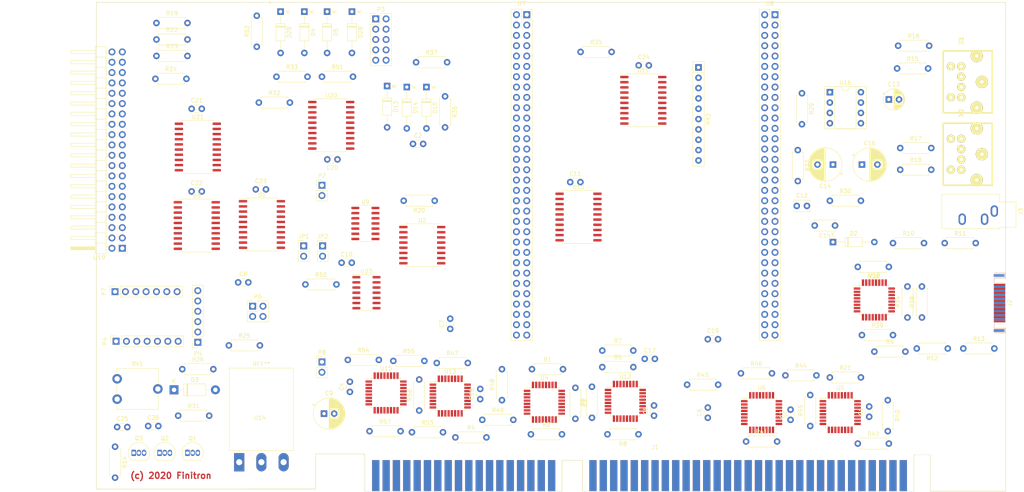
<source format=kicad_pcb>
(kicad_pcb (version 20171130) (host pcbnew "(5.1.5)-3")
  (title_block (title "FPGA Console board") (company Finitron))
  (layers (0 F.Cu signal) (1 In1.Cu power) (2 In2.Cu power) (31 B.Cu signal) (34 B.Paste user) (35 F.Paste user) (36 B.SilkS user) (37 F.SilkS user) (38 B.Mask user) (39 F.Mask user) (44 Edge.Cuts user))
  (net 0 "")
  (net 1 "Net-(J1-Pad20)")
  (net 2 "Net-(J1-Pad7)")
  (net 3 "Net-(J1-Pad5)")
  (net 4 /VCC33)
  (net 5 "Net-(U7-Pad47)")
  (net 6 "Net-(J2-Pad15)")
  (net 7 "Net-(J2-Pad14)")
  (net 8 "Net-(J2-Pad13)")
  (net 9 "Net-(J2-Pad12)")
  (net 10 "Net-(J2-Pad9)")
  (net 11 "Net-(J2-Pad4)")
  (net 12 "Net-(J2-Pad3)")
  (net 13 "Net-(J2-Pad1)")
  (net 14 "Net-(R15-Pad2)")
  (net 15 /KBDCLK)
  (net 16 "Net-(R16-Pad2)")
  (net 17 /KBDDAT)
  (net 18 "Net-(R17-Pad2)")
  (net 19 /MSEDAT)
  (net 20 "Net-(R18-Pad2)")
  (net 21 /MSECLK)
  (net 22 "Net-(X1-Pad3)")
  (net 23 /RDY)
  (net 24 /FALE)
  (net 25 /RDY*)
  (net 26 GND)
  (net 27 /328_RESET*)
  (net 28 "Net-(C8-Pad1)")
  (net 29 "Net-(D13-Pad1)")
  (net 30 "Net-(D14-Pad1)")
  (net 31 "Net-(D15-Pad1)")
  (net 32 "Net-(D28-Pad1)")
  (net 33 "Net-(D29-Pad1)")
  (net 34 VCC)
  (net 35 "Net-(P3-Pad8)")
  (net 36 "Net-(P3-Pad4)")
  (net 37 "Net-(P4-Pad7)")
  (net 38 "Net-(P4-Pad6)")
  (net 39 "Net-(P4-Pad5)")
  (net 40 "Net-(P4-Pad4)")
  (net 41 "Net-(P4-Pad3)")
  (net 42 "Net-(P4-Pad2)")
  (net 43 "Net-(P4-Pad1)")
  (net 44 "Net-(P5-Pad5)")
  (net 45 "Net-(P5-Pad4)")
  (net 46 "Net-(P5-Pad3)")
  (net 47 "Net-(P5-Pad2)")
  (net 48 /FTX)
  (net 49 "Net-(P6-Pad1)")
  (net 50 "Net-(P7-Pad5)")
  (net 51 "Net-(P7-Pad4)")
  (net 52 "Net-(P7-Pad3)")
  (net 53 "Net-(P7-Pad2)")
  (net 54 "Net-(P7-Pad1)")
  (net 55 /ANA0)
  (net 56 /ANA1)
  (net 57 /ANA2)
  (net 58 /FRX)
  (net 59 /LED1)
  (net 60 /LED0)
  (net 61 /RESET)
  (net 62 /MRQ7)
  (net 63 /MRQ6)
  (net 64 /MRQ5)
  (net 65 /MRQ3)
  (net 66 /MRQ2)
  (net 67 /MRQ1)
  (net 68 /MRQ0)
  (net 69 /FMRQ7)
  (net 70 /MS2)
  (net 71 /FMRQ6)
  (net 72 /MS1)
  (net 73 /FMRQ5)
  (net 74 /MS0)
  (net 75 /FMRQ3)
  (net 76 /FMRQ2)
  (net 77 /FMRQ1)
  (net 78 /FMRQ0)
  (net 79 "Net-(U7-Pad51)")
  (net 80 "Net-(U7-Pad33)")
  (net 81 "Net-(U7-Pad14)")
  (net 82 "Net-(U7-Pad4)")
  (net 83 "Net-(U7-Pad3)")
  (net 84 "Net-(U8-Pad4)")
  (net 85 "Net-(U8-Pad3)")
  (net 86 "Net-(J1-Pad30)")
  (net 87 /AUD)
  (net 88 "Net-(C13-Pad2)")
  (net 89 "Net-(C13-Pad1)")
  (net 90 "Net-(C15-Pad1)")
  (net 91 "Net-(C16-Pad2)")
  (net 92 "Net-(C16-Pad1)")
  (net 93 "Net-(R27-Pad1)")
  (net 94 "Net-(U16-Pad7)")
  (net 95 /FBEN)
  (net 96 /FAD0)
  (net 97 /FAD1)
  (net 98 /FAD2)
  (net 99 /FAD3)
  (net 100 /FAD4)
  (net 101 /FAD5)
  (net 102 /FAD6)
  (net 103 /FAD7)
  (net 104 /FRDY*)
  (net 105 /DD7)
  (net 106 /DMARQ)
  (net 107 /DIORDY)
  (net 108 /CSEL)
  (net 109 /DDMARQ)
  (net 110 /RESET*)
  (net 111 /DBEN*)
  (net 112 /DDIR)
  (net 113 /FCS3FX*)
  (net 114 /FCS1FX*)
  (net 115 /DIOW*)
  (net 116 /DIOR*)
  (net 117 /CS1FX*)
  (net 118 /CS3FX*)
  (net 119 /INTRQ)
  (net 120 /DASP*)
  (net 121 /DA2)
  (net 122 /DA0)
  (net 123 /PDIAG)
  (net 124 /DA1)
  (net 125 /IOCS16*)
  (net 126 /DMACK*)
  (net 127 /VCC_CF)
  (net 128 /DD15)
  (net 129 /DD0)
  (net 130 /DD14)
  (net 131 /DD1)
  (net 132 /DD13)
  (net 133 /DD2)
  (net 134 /DD12)
  (net 135 /DD3)
  (net 136 /DD11)
  (net 137 /DD4)
  (net 138 /DD10)
  (net 139 /DD5)
  (net 140 /DD9)
  (net 141 /DD6)
  (net 142 /DD8)
  (net 143 "Net-(U20-Pad16)")
  (net 144 "Net-(U20-Pad15)")
  (net 145 "Net-(U20-Pad14)")
  (net 146 "Net-(U20-Pad13)")
  (net 147 "Net-(U20-Pad12)")
  (net 148 "Net-(U20-Pad9)")
  (net 149 "Net-(U20-Pad8)")
  (net 150 "Net-(U20-Pad7)")
  (net 151 "Net-(U20-Pad6)")
  (net 152 "Net-(U20-Pad5)")
  (net 153 "Net-(D2-Pad1)")
  (net 154 "Net-(J2-Pad16)")
  (net 155 "Net-(J2-Pad10)")
  (net 156 "Net-(J2-Pad6)")
  (net 157 "Net-(J2-Pad19)")
  (net 158 "Net-(J2-Pad7)")
  (net 159 "Net-(J2-PadSH)")
  (net 160 /FRCLK0N)
  (net 161 /FRCLK0P)
  (net 162 /FRDAT0N)
  (net 163 /FRDAT0P)
  (net 164 /FRDAT1N)
  (net 165 /FRDAT1P)
  (net 166 /FRDAT2N)
  (net 167 /FRDAT2P)
  (net 168 "Net-(R9-Pad1)")
  (net 169 /FTCLK0N)
  (net 170 /FTCLK0P)
  (net 171 "Net-(U4-Pad29)")
  (net 172 "Net-(U4-Pad24)")
  (net 173 "Net-(U4-Pad17)")
  (net 174 /FTDAT2N)
  (net 175 /FTDAT2P)
  (net 176 "Net-(U4-Pad8)")
  (net 177 /FTDAT1N)
  (net 178 /FTDAT1P)
  (net 179 /FTDAT0N)
  (net 180 /FTDAT0P)
  (net 181 "Net-(U4-Pad1)")
  (net 182 /HCLKP)
  (net 183 /HCLKN)
  (net 184 /HD0P)
  (net 185 /HD0N)
  (net 186 /HD2P)
  (net 187 /HD2N)
  (net 188 /HD1P)
  (net 189 /HD1N)
  (net 190 /INTA)
  (net 191 "Net-(U8-Pad2)")
  (net 192 "Net-(U8-Pad1)")
  (net 193 "Net-(U12-Pad29)")
  (net 194 "Net-(U12-Pad24)")
  (net 195 "Net-(U12-Pad17)")
  (net 196 "Net-(U12-Pad8)")
  (net 197 "Net-(U12-Pad1)")
  (net 198 "Net-(U18-Pad29)")
  (net 199 "Net-(U18-Pad24)")
  (net 200 "Net-(U18-Pad17)")
  (net 201 "Net-(U18-Pad8)")
  (net 202 "Net-(U18-Pad1)")
  (net 203 /VCC12)
  (net 204 /FINT)
  (net 205 /FINTA)
  (net 206 "Net-(C26-Pad2)")
  (net 207 "Net-(C26-Pad1)")
  (net 208 "Net-(D3-Pad1)")
  (net 209 "Net-(D4-Pad1)")
  (net 210 "Net-(D5-Pad2)")
  (net 211 "Net-(Q1-Pad3)")
  (net 212 "Net-(Q1-Pad2)")
  (net 213 "Net-(R26-Pad2)")
  (net 214 "Net-(R31-Pad1)")
  (net 215 "Net-(R32-Pad1)")
  (net 216 /RAND)
  (net 217 /FMS2)
  (net 218 /FMS1)
  (net 219 /FMS0)
  (net 220 /T0CLKP)
  (net 221 /T0CLKN)
  (net 222 /T0DAT0P)
  (net 223 /T0DAT0N)
  (net 224 /T0DAT1P)
  (net 225 /T0DAT1N)
  (net 226 /T0DAT2P)
  (net 227 /T0DAT2N)
  (net 228 /OSC)
  (net 229 /CLK)
  (net 230 /FOSC)
  (net 231 /FCLK)
  (net 232 /R0CLKN)
  (net 233 /R0CLKP)
  (net 234 /R0DAT2N)
  (net 235 /R0DAT2P)
  (net 236 /R0DAT1N)
  (net 237 /R0DAT1P)
  (net 238 /R0DAT0N)
  (net 239 /R0DAT0P)
  (net 240 /R0DAT10N)
  (net 241 /R0DAT10P)
  (net 242 /R0DAT9N)
  (net 243 /R0DAT9P)
  (net 244 /R0DAT8N)
  (net 245 /R0DAT8P)
  (net 246 /R0DAT7N)
  (net 247 /R0DAT7P)
  (net 248 /R0DAT6N)
  (net 249 /R0DAT6P)
  (net 250 /R0DAT5N)
  (net 251 /R0DAT5P)
  (net 252 /R0DAT4N)
  (net 253 /R0DAT4P)
  (net 254 /R0DAT3N)
  (net 255 /R0DAT3P)
  (net 256 /IRQ14)
  (net 257 /IRQ15)
  (net 258 /IRQ12)
  (net 259 /IRQ11)
  (net 260 /IRQ10)
  (net 261 /T0DAT3P)
  (net 262 /T0DAT3N)
  (net 263 /T0DAT4P)
  (net 264 /T0DAT4N)
  (net 265 /T0DAT5P)
  (net 266 /T0DAT5N)
  (net 267 /T0DAT6P)
  (net 268 /T0DAT6N)
  (net 269 /T0DAT7P)
  (net 270 /T0DAT7N)
  (net 271 /T0DAT8P)
  (net 272 /T0DAT8N)
  (net 273 /T0DAT9P)
  (net 274 /T0DAT9N)
  (net 275 /T0DAT10P)
  (net 276 /T0DAT10N)
  (net 277 "Net-(J1-Pad32)")
  (net 278 /IRQ3)
  (net 279 /IRQ4)
  (net 280 /IRQ5)
  (net 281 /IRQ6)
  (net 282 /IRQ7)
  (net 283 "Net-(J1-Pad19)")
  (net 284 "Net-(J1-Pad8)")
  (net 285 /IRQ2)
  (net 286 /FRDAT3N)
  (net 287 /FRDAT3P)
  (net 288 /FRDAT4N)
  (net 289 /FRDAT4P)
  (net 290 /FRDAT5N)
  (net 291 /FRDAT5P)
  (net 292 /FRDAT6N)
  (net 293 /FRDAT6P)
  (net 294 /FRDAT7N)
  (net 295 /FRDAT7P)
  (net 296 /FRDAT8N)
  (net 297 /FRDAT8P)
  (net 298 /FRDAT9N)
  (net 299 /FRDAT9P)
  (net 300 /FRDAT10N)
  (net 301 /FRDAT10P)
  (net 302 /PU1)
  (net 303 "Net-(U1-Pad11)")
  (net 304 "Net-(U1-Pad1)")
  (net 305 "Net-(U2-Pad15)")
  (net 306 "Net-(U2-Pad14)")
  (net 307 "Net-(U2-Pad12)")
  (net 308 "Net-(U2-Pad11)")
  (net 309 "Net-(U2-Pad10)")
  (net 310 "Net-(U2-Pad9)")
  (net 311 "Net-(U2-Pad7)")
  (net 312 /EN138)
  (net 313 /FDIORN)
  (net 314 /FDIOWN)
  (net 315 /FTDAT3N)
  (net 316 /FTDAT3P)
  (net 317 "Net-(U5-Pad29)")
  (net 318 "Net-(U5-Pad24)")
  (net 319 "Net-(U5-Pad17)")
  (net 320 /FTDAT6N)
  (net 321 /FTDAT6P)
  (net 322 "Net-(U5-Pad8)")
  (net 323 /FTDAT5N)
  (net 324 /FTDAT5P)
  (net 325 /FTDAT4N)
  (net 326 /FTDAT4P)
  (net 327 "Net-(U5-Pad1)")
  (net 328 /FTDAT7N)
  (net 329 /FTDAT7P)
  (net 330 "Net-(U6-Pad29)")
  (net 331 "Net-(U6-Pad24)")
  (net 332 "Net-(U6-Pad17)")
  (net 333 /FTDAT10N)
  (net 334 /FTDAT10P)
  (net 335 "Net-(U6-Pad8)")
  (net 336 /FTDAT9N)
  (net 337 /FTDAT9P)
  (net 338 /FTDAT8N)
  (net 339 /FTDAT8P)
  (net 340 "Net-(U6-Pad1)")
  (net 341 "Net-(U8-Pad50)")
  (net 342 "Net-(U8-Pad46)")
  (net 343 /FBENN)
  (net 344 "Net-(U9-Pad12)")
  (net 345 "Net-(U9-Pad8)")
  (net 346 "Net-(U13-Pad29)")
  (net 347 "Net-(U13-Pad24)")
  (net 348 "Net-(U13-Pad17)")
  (net 349 "Net-(U13-Pad8)")
  (net 350 "Net-(U13-Pad1)")
  (net 351 "Net-(U15-Pad29)")
  (net 352 "Net-(U15-Pad24)")
  (net 353 "Net-(U15-Pad17)")
  (net 354 "Net-(U15-Pad8)")
  (net 355 "Net-(U15-Pad1)")
  (module Package_QFP:TQFP-32_7x7mm_P0.8mm (layer F.Cu) (at 122.936 128.524)
    (fp_text reference U15 (at 0 -6.05) (layer F.SilkS))
    (fp_text value MAX3814)
    (pad 32 smd rect (at -2.8 -4.25 90) (size 1.6 0.55) (layers F.Cu F.Paste F.Mask) (net 4 /VCC33))
    (pad 31 smd rect (at -2 -4.25 90) (size 1.6 0.55) (layers F.Cu F.Paste F.Mask) (net 246 /R0DAT7N))
    (pad 30 smd rect (at -1.2 -4.25 90) (size 1.6 0.55) (layers F.Cu F.Paste F.Mask) (net 247 /R0DAT7P))
    (pad 29 smd rect (at -0.4 -4.25 90) (size 1.6 0.55) (layers F.Cu F.Paste F.Mask) (net 351 "Net-(U15-Pad29)"))
    (pad 28 smd rect (at 0.4 -4.25 90) (size 1.6 0.55) (layers F.Cu F.Paste F.Mask) (net 26 GND))
    (pad 27 smd rect (at 1.2 -4.25 90) (size 1.6 0.55) (layers F.Cu F.Paste F.Mask) (net 295 /FRDAT7P))
    (pad 26 smd rect (at 2 -4.25 90) (size 1.6 0.55) (layers F.Cu F.Paste F.Mask) (net 294 /FRDAT7N))
    (pad 25 smd rect (at 2.8 -4.25 90) (size 1.6 0.55) (layers F.Cu F.Paste F.Mask))
    (pad 24 smd rect (at 4.25 -2.8) (size 1.6 0.55) (layers F.Cu F.Paste F.Mask) (net 352 "Net-(U15-Pad24)"))
    (pad 23 smd rect (at 4.25 -2) (size 1.6 0.55) (layers F.Cu F.Paste F.Mask) (net 297 /FRDAT8P))
    (pad 22 smd rect (at 4.25 -1.2) (size 1.6 0.55) (layers F.Cu F.Paste F.Mask) (net 296 /FRDAT8N))
    (pad 21 smd rect (at 4.25 -0.4) (size 1.6 0.55) (layers F.Cu F.Paste F.Mask) (net 26 GND))
    (pad 20 smd rect (at 4.25 0.4) (size 1.6 0.55) (layers F.Cu F.Paste F.Mask) (net 26 GND))
    (pad 19 smd rect (at 4.25 1.2) (size 1.6 0.55) (layers F.Cu F.Paste F.Mask) (net 299 /FRDAT9P))
    (pad 18 smd rect (at 4.25 2) (size 1.6 0.55) (layers F.Cu F.Paste F.Mask) (net 298 /FRDAT9N))
    (pad 17 smd rect (at 4.25 2.8) (size 1.6 0.55) (layers F.Cu F.Paste F.Mask) (net 353 "Net-(U15-Pad17)"))
    (pad 16 smd rect (at 2.8 4.25 90) (size 1.6 0.55) (layers F.Cu F.Paste F.Mask))
    (pad 15 smd rect (at 2 4.25 90) (size 1.6 0.55) (layers F.Cu F.Paste F.Mask) (net 301 /FRDAT10P))
    (pad 14 smd rect (at 1.2 4.25 90) (size 1.6 0.55) (layers F.Cu F.Paste F.Mask) (net 300 /FRDAT10N))
    (pad 13 smd rect (at 0.4 4.25 90) (size 1.6 0.55) (layers F.Cu F.Paste F.Mask) (net 26 GND))
    (pad 12 smd rect (at -0.4 4.25 90) (size 1.6 0.55) (layers F.Cu F.Paste F.Mask) (net 26 GND))
    (pad 11 smd rect (at -1.2 4.25 90) (size 1.6 0.55) (layers F.Cu F.Paste F.Mask) (net 240 /R0DAT10N))
    (pad 10 smd rect (at -2 4.25 90) (size 1.6 0.55) (layers F.Cu F.Paste F.Mask) (net 241 /R0DAT10P))
    (pad 9 smd rect (at -2.8 4.25 90) (size 1.6 0.55) (layers F.Cu F.Paste F.Mask) (net 4 /VCC33))
    (pad 8 smd rect (at -4.25 2.8) (size 1.6 0.55) (layers F.Cu F.Paste F.Mask) (net 354 "Net-(U15-Pad8)"))
    (pad 7 smd rect (at -4.25 2) (size 1.6 0.55) (layers F.Cu F.Paste F.Mask) (net 242 /R0DAT9N))
    (pad 6 smd rect (at -4.25 1.2) (size 1.6 0.55) (layers F.Cu F.Paste F.Mask) (net 243 /R0DAT9P))
    (pad 5 smd rect (at -4.25 0.4) (size 1.6 0.55) (layers F.Cu F.Paste F.Mask) (net 4 /VCC33))
    (pad 4 smd rect (at -4.25 -0.4) (size 1.6 0.55) (layers F.Cu F.Paste F.Mask) (net 4 /VCC33))
    (pad 3 smd rect (at -4.25 -1.2) (size 1.6 0.55) (layers F.Cu F.Paste F.Mask) (net 244 /R0DAT8N))
    (pad 2 smd rect (at -4.25 -2) (size 1.6 0.55) (layers F.Cu F.Paste F.Mask) (net 245 /R0DAT8P))
    (pad 1 smd rect (at -4.25 -2.8) (size 1.6 0.55) (layers F.Cu F.Paste F.Mask) (net 355 "Net-(U15-Pad1)"))
  )
  (module Package_QFP:TQFP-32_7x7mm_P0.8mm (layer F.Cu) (at 138.684 129.286)
    (fp_text reference U13 (at 0 -6.05) (layer F.SilkS))
    (fp_text value MAX3814)
    (pad 32 smd rect (at -2.8 -4.25 90) (size 1.6 0.55) (layers F.Cu F.Paste F.Mask) (net 4 /VCC33))
    (pad 31 smd rect (at -2 -4.25 90) (size 1.6 0.55) (layers F.Cu F.Paste F.Mask) (net 254 /R0DAT3N))
    (pad 30 smd rect (at -1.2 -4.25 90) (size 1.6 0.55) (layers F.Cu F.Paste F.Mask) (net 255 /R0DAT3P))
    (pad 29 smd rect (at -0.4 -4.25 90) (size 1.6 0.55) (layers F.Cu F.Paste F.Mask) (net 346 "Net-(U13-Pad29)"))
    (pad 28 smd rect (at 0.4 -4.25 90) (size 1.6 0.55) (layers F.Cu F.Paste F.Mask) (net 26 GND))
    (pad 27 smd rect (at 1.2 -4.25 90) (size 1.6 0.55) (layers F.Cu F.Paste F.Mask) (net 287 /FRDAT3P))
    (pad 26 smd rect (at 2 -4.25 90) (size 1.6 0.55) (layers F.Cu F.Paste F.Mask) (net 286 /FRDAT3N))
    (pad 25 smd rect (at 2.8 -4.25 90) (size 1.6 0.55) (layers F.Cu F.Paste F.Mask))
    (pad 24 smd rect (at 4.25 -2.8) (size 1.6 0.55) (layers F.Cu F.Paste F.Mask) (net 347 "Net-(U13-Pad24)"))
    (pad 23 smd rect (at 4.25 -2) (size 1.6 0.55) (layers F.Cu F.Paste F.Mask) (net 289 /FRDAT4P))
    (pad 22 smd rect (at 4.25 -1.2) (size 1.6 0.55) (layers F.Cu F.Paste F.Mask) (net 288 /FRDAT4N))
    (pad 21 smd rect (at 4.25 -0.4) (size 1.6 0.55) (layers F.Cu F.Paste F.Mask) (net 26 GND))
    (pad 20 smd rect (at 4.25 0.4) (size 1.6 0.55) (layers F.Cu F.Paste F.Mask) (net 26 GND))
    (pad 19 smd rect (at 4.25 1.2) (size 1.6 0.55) (layers F.Cu F.Paste F.Mask) (net 291 /FRDAT5P))
    (pad 18 smd rect (at 4.25 2) (size 1.6 0.55) (layers F.Cu F.Paste F.Mask) (net 290 /FRDAT5N))
    (pad 17 smd rect (at 4.25 2.8) (size 1.6 0.55) (layers F.Cu F.Paste F.Mask) (net 348 "Net-(U13-Pad17)"))
    (pad 16 smd rect (at 2.8 4.25 90) (size 1.6 0.55) (layers F.Cu F.Paste F.Mask))
    (pad 15 smd rect (at 2 4.25 90) (size 1.6 0.55) (layers F.Cu F.Paste F.Mask) (net 293 /FRDAT6P))
    (pad 14 smd rect (at 1.2 4.25 90) (size 1.6 0.55) (layers F.Cu F.Paste F.Mask) (net 292 /FRDAT6N))
    (pad 13 smd rect (at 0.4 4.25 90) (size 1.6 0.55) (layers F.Cu F.Paste F.Mask) (net 26 GND))
    (pad 12 smd rect (at -0.4 4.25 90) (size 1.6 0.55) (layers F.Cu F.Paste F.Mask) (net 26 GND))
    (pad 11 smd rect (at -1.2 4.25 90) (size 1.6 0.55) (layers F.Cu F.Paste F.Mask) (net 248 /R0DAT6N))
    (pad 10 smd rect (at -2 4.25 90) (size 1.6 0.55) (layers F.Cu F.Paste F.Mask) (net 249 /R0DAT6P))
    (pad 9 smd rect (at -2.8 4.25 90) (size 1.6 0.55) (layers F.Cu F.Paste F.Mask) (net 4 /VCC33))
    (pad 8 smd rect (at -4.25 2.8) (size 1.6 0.55) (layers F.Cu F.Paste F.Mask) (net 349 "Net-(U13-Pad8)"))
    (pad 7 smd rect (at -4.25 2) (size 1.6 0.55) (layers F.Cu F.Paste F.Mask) (net 250 /R0DAT5N))
    (pad 6 smd rect (at -4.25 1.2) (size 1.6 0.55) (layers F.Cu F.Paste F.Mask) (net 251 /R0DAT5P))
    (pad 5 smd rect (at -4.25 0.4) (size 1.6 0.55) (layers F.Cu F.Paste F.Mask) (net 4 /VCC33))
    (pad 4 smd rect (at -4.25 -0.4) (size 1.6 0.55) (layers F.Cu F.Paste F.Mask) (net 4 /VCC33))
    (pad 3 smd rect (at -4.25 -1.2) (size 1.6 0.55) (layers F.Cu F.Paste F.Mask) (net 252 /R0DAT4N))
    (pad 2 smd rect (at -4.25 -2) (size 1.6 0.55) (layers F.Cu F.Paste F.Mask) (net 253 /R0DAT4P))
    (pad 1 smd rect (at -4.25 -2.8) (size 1.6 0.55) (layers F.Cu F.Paste F.Mask) (net 350 "Net-(U13-Pad1)"))
  )
  (module Package_QFP:TQFP-32_7x7mm_P0.8mm (layer F.Cu) (at 215.138 133.35)
    (fp_text reference U6 (at 0 -6.05) (layer F.SilkS))
    (fp_text value MAX3814)
    (pad 32 smd rect (at -2.8 -4.25 90) (size 1.6 0.55) (layers F.Cu F.Paste F.Mask) (net 4 /VCC33))
    (pad 31 smd rect (at -2 -4.25 90) (size 1.6 0.55) (layers F.Cu F.Paste F.Mask) (net 328 /FTDAT7N))
    (pad 30 smd rect (at -1.2 -4.25 90) (size 1.6 0.55) (layers F.Cu F.Paste F.Mask) (net 329 /FTDAT7P))
    (pad 29 smd rect (at -0.4 -4.25 90) (size 1.6 0.55) (layers F.Cu F.Paste F.Mask) (net 330 "Net-(U6-Pad29)"))
    (pad 28 smd rect (at 0.4 -4.25 90) (size 1.6 0.55) (layers F.Cu F.Paste F.Mask) (net 26 GND))
    (pad 27 smd rect (at 1.2 -4.25 90) (size 1.6 0.55) (layers F.Cu F.Paste F.Mask) (net 269 /T0DAT7P))
    (pad 26 smd rect (at 2 -4.25 90) (size 1.6 0.55) (layers F.Cu F.Paste F.Mask) (net 270 /T0DAT7N))
    (pad 25 smd rect (at 2.8 -4.25 90) (size 1.6 0.55) (layers F.Cu F.Paste F.Mask))
    (pad 24 smd rect (at 4.25 -2.8) (size 1.6 0.55) (layers F.Cu F.Paste F.Mask) (net 331 "Net-(U6-Pad24)"))
    (pad 23 smd rect (at 4.25 -2) (size 1.6 0.55) (layers F.Cu F.Paste F.Mask) (net 271 /T0DAT8P))
    (pad 22 smd rect (at 4.25 -1.2) (size 1.6 0.55) (layers F.Cu F.Paste F.Mask) (net 272 /T0DAT8N))
    (pad 21 smd rect (at 4.25 -0.4) (size 1.6 0.55) (layers F.Cu F.Paste F.Mask) (net 26 GND))
    (pad 20 smd rect (at 4.25 0.4) (size 1.6 0.55) (layers F.Cu F.Paste F.Mask) (net 26 GND))
    (pad 19 smd rect (at 4.25 1.2) (size 1.6 0.55) (layers F.Cu F.Paste F.Mask) (net 273 /T0DAT9P))
    (pad 18 smd rect (at 4.25 2) (size 1.6 0.55) (layers F.Cu F.Paste F.Mask) (net 274 /T0DAT9N))
    (pad 17 smd rect (at 4.25 2.8) (size 1.6 0.55) (layers F.Cu F.Paste F.Mask) (net 332 "Net-(U6-Pad17)"))
    (pad 16 smd rect (at 2.8 4.25 90) (size 1.6 0.55) (layers F.Cu F.Paste F.Mask))
    (pad 15 smd rect (at 2 4.25 90) (size 1.6 0.55) (layers F.Cu F.Paste F.Mask) (net 275 /T0DAT10P))
    (pad 14 smd rect (at 1.2 4.25 90) (size 1.6 0.55) (layers F.Cu F.Paste F.Mask) (net 276 /T0DAT10N))
    (pad 13 smd rect (at 0.4 4.25 90) (size 1.6 0.55) (layers F.Cu F.Paste F.Mask) (net 26 GND))
    (pad 12 smd rect (at -0.4 4.25 90) (size 1.6 0.55) (layers F.Cu F.Paste F.Mask) (net 95 /FBEN))
    (pad 11 smd rect (at -1.2 4.25 90) (size 1.6 0.55) (layers F.Cu F.Paste F.Mask) (net 333 /FTDAT10N))
    (pad 10 smd rect (at -2 4.25 90) (size 1.6 0.55) (layers F.Cu F.Paste F.Mask) (net 334 /FTDAT10P))
    (pad 9 smd rect (at -2.8 4.25 90) (size 1.6 0.55) (layers F.Cu F.Paste F.Mask) (net 4 /VCC33))
    (pad 8 smd rect (at -4.25 2.8) (size 1.6 0.55) (layers F.Cu F.Paste F.Mask) (net 335 "Net-(U6-Pad8)"))
    (pad 7 smd rect (at -4.25 2) (size 1.6 0.55) (layers F.Cu F.Paste F.Mask) (net 336 /FTDAT9N))
    (pad 6 smd rect (at -4.25 1.2) (size 1.6 0.55) (layers F.Cu F.Paste F.Mask) (net 337 /FTDAT9P))
    (pad 5 smd rect (at -4.25 0.4) (size 1.6 0.55) (layers F.Cu F.Paste F.Mask) (net 4 /VCC33))
    (pad 4 smd rect (at -4.25 -0.4) (size 1.6 0.55) (layers F.Cu F.Paste F.Mask) (net 4 /VCC33))
    (pad 3 smd rect (at -4.25 -1.2) (size 1.6 0.55) (layers F.Cu F.Paste F.Mask) (net 338 /FTDAT8N))
    (pad 2 smd rect (at -4.25 -2) (size 1.6 0.55) (layers F.Cu F.Paste F.Mask) (net 339 /FTDAT8P))
    (pad 1 smd rect (at -4.25 -2.8) (size 1.6 0.55) (layers F.Cu F.Paste F.Mask) (net 340 "Net-(U6-Pad1)"))
  )
  (module Package_QFP:TQFP-32_7x7mm_P0.8mm (layer F.Cu) (at 234.442 133.35)
    (fp_text reference U5 (at 0 -6.05) (layer F.SilkS))
    (fp_text value MAX3814)
    (pad 32 smd rect (at -2.8 -4.25 90) (size 1.6 0.55) (layers F.Cu F.Paste F.Mask) (net 4 /VCC33))
    (pad 31 smd rect (at -2 -4.25 90) (size 1.6 0.55) (layers F.Cu F.Paste F.Mask) (net 315 /FTDAT3N))
    (pad 30 smd rect (at -1.2 -4.25 90) (size 1.6 0.55) (layers F.Cu F.Paste F.Mask) (net 316 /FTDAT3P))
    (pad 29 smd rect (at -0.4 -4.25 90) (size 1.6 0.55) (layers F.Cu F.Paste F.Mask) (net 317 "Net-(U5-Pad29)"))
    (pad 28 smd rect (at 0.4 -4.25 90) (size 1.6 0.55) (layers F.Cu F.Paste F.Mask) (net 26 GND))
    (pad 27 smd rect (at 1.2 -4.25 90) (size 1.6 0.55) (layers F.Cu F.Paste F.Mask) (net 261 /T0DAT3P))
    (pad 26 smd rect (at 2 -4.25 90) (size 1.6 0.55) (layers F.Cu F.Paste F.Mask) (net 262 /T0DAT3N))
    (pad 25 smd rect (at 2.8 -4.25 90) (size 1.6 0.55) (layers F.Cu F.Paste F.Mask))
    (pad 24 smd rect (at 4.25 -2.8) (size 1.6 0.55) (layers F.Cu F.Paste F.Mask) (net 318 "Net-(U5-Pad24)"))
    (pad 23 smd rect (at 4.25 -2) (size 1.6 0.55) (layers F.Cu F.Paste F.Mask) (net 263 /T0DAT4P))
    (pad 22 smd rect (at 4.25 -1.2) (size 1.6 0.55) (layers F.Cu F.Paste F.Mask) (net 264 /T0DAT4N))
    (pad 21 smd rect (at 4.25 -0.4) (size 1.6 0.55) (layers F.Cu F.Paste F.Mask) (net 26 GND))
    (pad 20 smd rect (at 4.25 0.4) (size 1.6 0.55) (layers F.Cu F.Paste F.Mask) (net 26 GND))
    (pad 19 smd rect (at 4.25 1.2) (size 1.6 0.55) (layers F.Cu F.Paste F.Mask) (net 265 /T0DAT5P))
    (pad 18 smd rect (at 4.25 2) (size 1.6 0.55) (layers F.Cu F.Paste F.Mask) (net 266 /T0DAT5N))
    (pad 17 smd rect (at 4.25 2.8) (size 1.6 0.55) (layers F.Cu F.Paste F.Mask) (net 319 "Net-(U5-Pad17)"))
    (pad 16 smd rect (at 2.8 4.25 90) (size 1.6 0.55) (layers F.Cu F.Paste F.Mask))
    (pad 15 smd rect (at 2 4.25 90) (size 1.6 0.55) (layers F.Cu F.Paste F.Mask) (net 267 /T0DAT6P))
    (pad 14 smd rect (at 1.2 4.25 90) (size 1.6 0.55) (layers F.Cu F.Paste F.Mask) (net 268 /T0DAT6N))
    (pad 13 smd rect (at 0.4 4.25 90) (size 1.6 0.55) (layers F.Cu F.Paste F.Mask) (net 26 GND))
    (pad 12 smd rect (at -0.4 4.25 90) (size 1.6 0.55) (layers F.Cu F.Paste F.Mask) (net 95 /FBEN))
    (pad 11 smd rect (at -1.2 4.25 90) (size 1.6 0.55) (layers F.Cu F.Paste F.Mask) (net 320 /FTDAT6N))
    (pad 10 smd rect (at -2 4.25 90) (size 1.6 0.55) (layers F.Cu F.Paste F.Mask) (net 321 /FTDAT6P))
    (pad 9 smd rect (at -2.8 4.25 90) (size 1.6 0.55) (layers F.Cu F.Paste F.Mask) (net 4 /VCC33))
    (pad 8 smd rect (at -4.25 2.8) (size 1.6 0.55) (layers F.Cu F.Paste F.Mask) (net 322 "Net-(U5-Pad8)"))
    (pad 7 smd rect (at -4.25 2) (size 1.6 0.55) (layers F.Cu F.Paste F.Mask) (net 323 /FTDAT5N))
    (pad 6 smd rect (at -4.25 1.2) (size 1.6 0.55) (layers F.Cu F.Paste F.Mask) (net 324 /FTDAT5P))
    (pad 5 smd rect (at -4.25 0.4) (size 1.6 0.55) (layers F.Cu F.Paste F.Mask) (net 4 /VCC33))
    (pad 4 smd rect (at -4.25 -0.4) (size 1.6 0.55) (layers F.Cu F.Paste F.Mask) (net 4 /VCC33))
    (pad 3 smd rect (at -4.25 -1.2) (size 1.6 0.55) (layers F.Cu F.Paste F.Mask) (net 325 /FTDAT4N))
    (pad 2 smd rect (at -4.25 -2) (size 1.6 0.55) (layers F.Cu F.Paste F.Mask) (net 326 /FTDAT4P))
    (pad 1 smd rect (at -4.25 -2.8) (size 1.6 0.55) (layers F.Cu F.Paste F.Mask) (net 327 "Net-(U5-Pad1)"))
  )
  (module Package_SO:SOIC-20W_7.5x12.8mm_P1.27mm (layer F.Cu) (at 76.454 87.376)
    (fp_text reference U3 (at 0 -7.35) (layer F.SilkS))
    (fp_text value 74LS573)
    (pad 20 smd roundrect (at 4.65 -5.715) (size 2.05 0.6) (layers F.Cu F.Paste F.Mask) (net 4 /VCC33))
    (pad 19 smd roundrect (at 4.65 -4.445) (size 2.05 0.6) (layers F.Cu F.Paste F.Mask) (net 129 /DD0))
    (pad 18 smd roundrect (at 4.65 -3.175) (size 2.05 0.6) (layers F.Cu F.Paste F.Mask) (net 131 /DD1))
    (pad 17 smd roundrect (at 4.65 -1.905) (size 2.05 0.6) (layers F.Cu F.Paste F.Mask) (net 133 /DD2))
    (pad 16 smd roundrect (at 4.65 -0.635) (size 2.05 0.6) (layers F.Cu F.Paste F.Mask) (net 135 /DD3))
    (pad 15 smd roundrect (at 4.65 0.635) (size 2.05 0.6) (layers F.Cu F.Paste F.Mask) (net 137 /DD4))
    (pad 14 smd roundrect (at 4.65 1.905) (size 2.05 0.6) (layers F.Cu F.Paste F.Mask) (net 139 /DD5))
    (pad 13 smd roundrect (at 4.65 3.175) (size 2.05 0.6) (layers F.Cu F.Paste F.Mask) (net 141 /DD6))
    (pad 12 smd roundrect (at 4.65 4.445) (size 2.05 0.6) (layers F.Cu F.Paste F.Mask) (net 105 /DD7))
    (pad 11 smd roundrect (at 4.65 5.715) (size 2.05 0.6) (layers F.Cu F.Paste F.Mask) (net 302 /PU1))
    (pad 10 smd roundrect (at -4.65 5.715) (size 2.05 0.6) (layers F.Cu F.Paste F.Mask) (net 26 GND))
    (pad 9 smd roundrect (at -4.65 4.445) (size 2.05 0.6) (layers F.Cu F.Paste F.Mask) (net 128 /DD15))
    (pad 8 smd roundrect (at -4.65 3.175) (size 2.05 0.6) (layers F.Cu F.Paste F.Mask) (net 130 /DD14))
    (pad 7 smd roundrect (at -4.65 1.905) (size 2.05 0.6) (layers F.Cu F.Paste F.Mask) (net 132 /DD13))
    (pad 6 smd roundrect (at -4.65 0.635) (size 2.05 0.6) (layers F.Cu F.Paste F.Mask) (net 134 /DD12))
    (pad 5 smd roundrect (at -4.65 -0.635) (size 2.05 0.6) (layers F.Cu F.Paste F.Mask) (net 136 /DD11))
    (pad 4 smd roundrect (at -4.65 -1.905) (size 2.05 0.6) (layers F.Cu F.Paste F.Mask) (net 138 /DD10))
    (pad 3 smd roundrect (at -4.65 -3.175) (size 2.05 0.6) (layers F.Cu F.Paste F.Mask) (net 140 /DD9))
    (pad 2 smd roundrect (at -4.65 -4.445) (size 2.05 0.6) (layers F.Cu F.Paste F.Mask) (net 142 /DD8))
    (pad 1 smd roundrect (at -4.65 -5.715) (size 2.05 0.6) (layers F.Cu F.Paste F.Mask) (net 309 "Net-(U2-Pad10)"))
  )
  (module Package_SO:SOIC-16W_7.5x10.3mm_P1.27mm (layer F.Cu) (at 131.826 92.202)
    (fp_text reference U2 (at 0 -6.1) (layer F.SilkS))
    (fp_text value 74LVC138)
    (pad 16 smd roundrect (at 4.65 -4.445) (size 2.05 0.6) (layers F.Cu F.Paste F.Mask) (net 4 /VCC33))
    (pad 15 smd roundrect (at 4.65 -3.175) (size 2.05 0.6) (layers F.Cu F.Paste F.Mask) (net 305 "Net-(U2-Pad15)"))
    (pad 14 smd roundrect (at 4.65 -1.905) (size 2.05 0.6) (layers F.Cu F.Paste F.Mask) (net 306 "Net-(U2-Pad14)"))
    (pad 13 smd roundrect (at 4.65 -0.635) (size 2.05 0.6) (layers F.Cu F.Paste F.Mask) (net 304 "Net-(U1-Pad1)"))
    (pad 12 smd roundrect (at 4.65 0.635) (size 2.05 0.6) (layers F.Cu F.Paste F.Mask) (net 307 "Net-(U2-Pad12)"))
    (pad 11 smd roundrect (at 4.65 1.905) (size 2.05 0.6) (layers F.Cu F.Paste F.Mask) (net 308 "Net-(U2-Pad11)"))
    (pad 10 smd roundrect (at 4.65 3.175) (size 2.05 0.6) (layers F.Cu F.Paste F.Mask) (net 309 "Net-(U2-Pad10)"))
    (pad 9 smd roundrect (at 4.65 4.445) (size 2.05 0.6) (layers F.Cu F.Paste F.Mask) (net 310 "Net-(U2-Pad9)"))
    (pad 8 smd roundrect (at -4.65 4.445) (size 2.05 0.6) (layers F.Cu F.Paste F.Mask) (net 26 GND))
    (pad 7 smd roundrect (at -4.65 3.175) (size 2.05 0.6) (layers F.Cu F.Paste F.Mask) (net 311 "Net-(U2-Pad7)"))
    (pad 6 smd roundrect (at -4.65 1.905) (size 2.05 0.6) (layers F.Cu F.Paste F.Mask) (net 312 /EN138))
    (pad 5 smd roundrect (at -4.65 0.635) (size 2.05 0.6) (layers F.Cu F.Paste F.Mask) (net 26 GND))
    (pad 4 smd roundrect (at -4.65 -0.635) (size 2.05 0.6) (layers F.Cu F.Paste F.Mask) (net 26 GND))
    (pad 3 smd roundrect (at -4.65 -1.905) (size 2.05 0.6) (layers F.Cu F.Paste F.Mask) (net 122 /DA0))
    (pad 2 smd roundrect (at -4.65 -3.175) (size 2.05 0.6) (layers F.Cu F.Paste F.Mask) (net 313 /FDIORN))
    (pad 1 smd roundrect (at -4.65 -4.445) (size 2.05 0.6) (layers F.Cu F.Paste F.Mask) (net 314 /FDIOWN))
  )
  (module Package_SO:SOIC-20W_7.5x12.8mm_P1.27mm (layer F.Cu) (at 92.456 87.122)
    (fp_text reference U1 (at 0 -7.35) (layer F.SilkS))
    (fp_text value 74LS573)
    (pad 20 smd roundrect (at 4.65 -5.715) (size 2.05 0.6) (layers F.Cu F.Paste F.Mask) (net 4 /VCC33))
    (pad 19 smd roundrect (at 4.65 -4.445) (size 2.05 0.6) (layers F.Cu F.Paste F.Mask) (net 142 /DD8))
    (pad 18 smd roundrect (at 4.65 -3.175) (size 2.05 0.6) (layers F.Cu F.Paste F.Mask) (net 140 /DD9))
    (pad 17 smd roundrect (at 4.65 -1.905) (size 2.05 0.6) (layers F.Cu F.Paste F.Mask) (net 138 /DD10))
    (pad 16 smd roundrect (at 4.65 -0.635) (size 2.05 0.6) (layers F.Cu F.Paste F.Mask) (net 136 /DD11))
    (pad 15 smd roundrect (at 4.65 0.635) (size 2.05 0.6) (layers F.Cu F.Paste F.Mask) (net 134 /DD12))
    (pad 14 smd roundrect (at 4.65 1.905) (size 2.05 0.6) (layers F.Cu F.Paste F.Mask) (net 132 /DD13))
    (pad 13 smd roundrect (at 4.65 3.175) (size 2.05 0.6) (layers F.Cu F.Paste F.Mask) (net 130 /DD14))
    (pad 12 smd roundrect (at 4.65 4.445) (size 2.05 0.6) (layers F.Cu F.Paste F.Mask) (net 128 /DD15))
    (pad 11 smd roundrect (at 4.65 5.715) (size 2.05 0.6) (layers F.Cu F.Paste F.Mask) (net 303 "Net-(U1-Pad11)"))
    (pad 10 smd roundrect (at -4.65 5.715) (size 2.05 0.6) (layers F.Cu F.Paste F.Mask) (net 26 GND))
    (pad 9 smd roundrect (at -4.65 4.445) (size 2.05 0.6) (layers F.Cu F.Paste F.Mask) (net 105 /DD7))
    (pad 8 smd roundrect (at -4.65 3.175) (size 2.05 0.6) (layers F.Cu F.Paste F.Mask) (net 141 /DD6))
    (pad 7 smd roundrect (at -4.65 1.905) (size 2.05 0.6) (layers F.Cu F.Paste F.Mask) (net 139 /DD5))
    (pad 6 smd roundrect (at -4.65 0.635) (size 2.05 0.6) (layers F.Cu F.Paste F.Mask) (net 137 /DD4))
    (pad 5 smd roundrect (at -4.65 -0.635) (size 2.05 0.6) (layers F.Cu F.Paste F.Mask) (net 135 /DD3))
    (pad 4 smd roundrect (at -4.65 -1.905) (size 2.05 0.6) (layers F.Cu F.Paste F.Mask) (net 133 /DD2))
    (pad 3 smd roundrect (at -4.65 -3.175) (size 2.05 0.6) (layers F.Cu F.Paste F.Mask) (net 131 /DD1))
    (pad 2 smd roundrect (at -4.65 -4.445) (size 2.05 0.6) (layers F.Cu F.Paste F.Mask) (net 129 /DD0))
    (pad 1 smd roundrect (at -4.65 -5.715) (size 2.05 0.6) (layers F.Cu F.Paste F.Mask) (net 304 "Net-(U1-Pad1)"))
  )
  (module Resistor_THT:R_Axial_DIN0207_L6.3mm_D2.5mm_P7.62mm_Horizontal (layer F.Cu) (at 118.872 137.922)
    (fp_text reference R57 (at 3.81 -2.37) (layer F.SilkS))
    (fp_text value 200)
    (pad 2 thru_hole oval (at 7.62 0) (size 1.6 1.6) (drill 0.8) (layers *.Cu *.Mask) (net 300 /FRDAT10N))
    (pad 1 thru_hole circle (at 0 0) (size 1.6 1.6) (drill 0.8) (layers *.Cu *.Mask) (net 301 /FRDAT10P))
  )
  (module Resistor_THT:R_Axial_DIN0207_L6.3mm_D2.5mm_P7.62mm_Horizontal (layer F.Cu) (at 131.064 132.842 90)
    (fp_text reference R56 (at 3.81 -2.37 90) (layer F.SilkS))
    (fp_text value 200)
    (pad 2 thru_hole oval (at 7.62 0 90) (size 1.6 1.6) (drill 0.8) (layers *.Cu *.Mask) (net 298 /FRDAT9N))
    (pad 1 thru_hole circle (at 0 0 90) (size 1.6 1.6) (drill 0.8) (layers *.Cu *.Mask) (net 299 /FRDAT9P))
  )
  (module Resistor_THT:R_Axial_DIN0207_L6.3mm_D2.5mm_P7.62mm_Horizontal (layer F.Cu) (at 124.714 120.65)
    (fp_text reference R55 (at 3.81 -2.37) (layer F.SilkS))
    (fp_text value 200)
    (pad 2 thru_hole oval (at 7.62 0) (size 1.6 1.6) (drill 0.8) (layers *.Cu *.Mask) (net 296 /FRDAT8N))
    (pad 1 thru_hole circle (at 0 0) (size 1.6 1.6) (drill 0.8) (layers *.Cu *.Mask) (net 297 /FRDAT8P))
  )
  (module Resistor_THT:R_Axial_DIN0207_L6.3mm_D2.5mm_P7.62mm_Horizontal (layer F.Cu) (at 113.538 120.396)
    (fp_text reference R54 (at 3.81 -2.37) (layer F.SilkS))
    (fp_text value 200)
    (pad 2 thru_hole oval (at 7.62 0) (size 1.6 1.6) (drill 0.8) (layers *.Cu *.Mask) (net 294 /FRDAT7N))
    (pad 1 thru_hole circle (at 0 0) (size 1.6 1.6) (drill 0.8) (layers *.Cu *.Mask) (net 295 /FRDAT7P))
  )
  (module Resistor_THT:R_Axial_DIN0207_L6.3mm_D2.5mm_P7.62mm_Horizontal (layer F.Cu) (at 129.286 138.176)
    (fp_text reference R53 (at 3.81 -2.37) (layer F.SilkS))
    (fp_text value 200)
    (pad 2 thru_hole oval (at 7.62 0) (size 1.6 1.6) (drill 0.8) (layers *.Cu *.Mask) (net 292 /FRDAT6N))
    (pad 1 thru_hole circle (at 0 0) (size 1.6 1.6) (drill 0.8) (layers *.Cu *.Mask) (net 293 /FRDAT6P))
  )
  (module Resistor_THT:R_Axial_DIN0207_L6.3mm_D2.5mm_P7.62mm_Horizontal (layer F.Cu) (at 146.558 135.128)
    (fp_text reference R49 (at 3.81 -2.37) (layer F.SilkS))
    (fp_text value 200)
    (pad 2 thru_hole oval (at 7.62 0) (size 1.6 1.6) (drill 0.8) (layers *.Cu *.Mask) (net 290 /FRDAT5N))
    (pad 1 thru_hole circle (at 0 0) (size 1.6 1.6) (drill 0.8) (layers *.Cu *.Mask) (net 291 /FRDAT5P))
  )
  (module Resistor_THT:R_Axial_DIN0207_L6.3mm_D2.5mm_P7.62mm_Horizontal (layer F.Cu) (at 151.384 130.302 90)
    (fp_text reference R48 (at 3.81 -2.37 90) (layer F.SilkS))
    (fp_text value 200)
    (pad 2 thru_hole oval (at 7.62 0 90) (size 1.6 1.6) (drill 0.8) (layers *.Cu *.Mask) (net 288 /FRDAT4N))
    (pad 1 thru_hole circle (at 0 0 90) (size 1.6 1.6) (drill 0.8) (layers *.Cu *.Mask) (net 289 /FRDAT4P))
  )
  (module Resistor_THT:R_Axial_DIN0207_L6.3mm_D2.5mm_P7.62mm_Horizontal (layer F.Cu) (at 135.382 121.158)
    (fp_text reference R47 (at 3.81 -2.37) (layer F.SilkS))
    (fp_text value 200)
    (pad 2 thru_hole oval (at 7.62 0) (size 1.6 1.6) (drill 0.8) (layers *.Cu *.Mask) (net 286 /FRDAT3N))
    (pad 1 thru_hole circle (at 0 0) (size 1.6 1.6) (drill 0.8) (layers *.Cu *.Mask) (net 287 /FRDAT3P))
  )
  (module Resistor_THT:R_Axial_DIN0207_L6.3mm_D2.5mm_P7.62mm_Horizontal (layer F.Cu) (at 210.058 123.698)
    (fp_text reference R46 (at 3.81 -2.37) (layer F.SilkS))
    (fp_text value 200)
    (pad 2 thru_hole oval (at 7.62 0) (size 1.6 1.6) (drill 0.8) (layers *.Cu *.Mask) (net 276 /T0DAT10N))
    (pad 1 thru_hole circle (at 0 0) (size 1.6 1.6) (drill 0.8) (layers *.Cu *.Mask) (net 275 /T0DAT10P))
  )
  (module Resistor_THT:R_Axial_DIN0207_L6.3mm_D2.5mm_P7.62mm_Horizontal (layer F.Cu) (at 227.076 136.652 90)
    (fp_text reference R45 (at 3.81 -2.37 90) (layer F.SilkS))
    (fp_text value 200)
    (pad 2 thru_hole oval (at 7.62 0 90) (size 1.6 1.6) (drill 0.8) (layers *.Cu *.Mask) (net 274 /T0DAT9N))
    (pad 1 thru_hole circle (at 0 0 90) (size 1.6 1.6) (drill 0.8) (layers *.Cu *.Mask) (net 273 /T0DAT9P))
  )
  (module Resistor_THT:R_Axial_DIN0207_L6.3mm_D2.5mm_P7.62mm_Horizontal (layer F.Cu) (at 220.98 124.206)
    (fp_text reference R44 (at 3.81 -2.37) (layer F.SilkS))
    (fp_text value 200)
    (pad 2 thru_hole oval (at 7.62 0) (size 1.6 1.6) (drill 0.8) (layers *.Cu *.Mask) (net 272 /T0DAT8N))
    (pad 1 thru_hole circle (at 0 0) (size 1.6 1.6) (drill 0.8) (layers *.Cu *.Mask) (net 271 /T0DAT8P))
  )
  (module Resistor_THT:R_Axial_DIN0207_L6.3mm_D2.5mm_P7.62mm_Horizontal (layer F.Cu) (at 196.85 126.492)
    (fp_text reference R43 (at 3.81 -2.37) (layer F.SilkS))
    (fp_text value 200)
    (pad 2 thru_hole oval (at 7.62 0) (size 1.6 1.6) (drill 0.8) (layers *.Cu *.Mask) (net 270 /T0DAT7N))
    (pad 1 thru_hole circle (at 0 0) (size 1.6 1.6) (drill 0.8) (layers *.Cu *.Mask) (net 269 /T0DAT7P))
  )
  (module Resistor_THT:R_Axial_DIN0207_L6.3mm_D2.5mm_P7.62mm_Horizontal (layer F.Cu) (at 238.76 140.97)
    (fp_text reference R42 (at 3.81 -2.37) (layer F.SilkS))
    (fp_text value 200)
    (pad 2 thru_hole oval (at 7.62 0) (size 1.6 1.6) (drill 0.8) (layers *.Cu *.Mask) (net 268 /T0DAT6N))
    (pad 1 thru_hole circle (at 0 0) (size 1.6 1.6) (drill 0.8) (layers *.Cu *.Mask) (net 267 /T0DAT6P))
  )
  (module Resistor_THT:R_Axial_DIN0207_L6.3mm_D2.5mm_P7.62mm_Horizontal (layer F.Cu) (at 211.328 140.462)
    (fp_text reference R41 (at 3.81 -2.37) (layer F.SilkS))
    (fp_text value 200)
    (pad 2 thru_hole oval (at 7.62 0) (size 1.6 1.6) (drill 0.8) (layers *.Cu *.Mask) (net 266 /T0DAT5N))
    (pad 1 thru_hole circle (at 0 0) (size 1.6 1.6) (drill 0.8) (layers *.Cu *.Mask) (net 265 /T0DAT5P))
  )
  (module Resistor_THT:R_Axial_DIN0207_L6.3mm_D2.5mm_P7.62mm_Horizontal (layer F.Cu) (at 246.126 130.302 270)
    (fp_text reference R40 (at 3.81 -2.37 90) (layer F.SilkS))
    (fp_text value 200)
    (pad 2 thru_hole oval (at 7.62 0 270) (size 1.6 1.6) (drill 0.8) (layers *.Cu *.Mask) (net 264 /T0DAT4N))
    (pad 1 thru_hole circle (at 0 0 270) (size 1.6 1.6) (drill 0.8) (layers *.Cu *.Mask) (net 263 /T0DAT4P))
  )
  (module Resistor_THT:R_Axial_DIN0207_L6.3mm_D2.5mm_P7.62mm_Horizontal (layer F.Cu) (at 231.902 124.714)
    (fp_text reference R21 (at 3.81 -2.37) (layer F.SilkS))
    (fp_text value 200)
    (pad 2 thru_hole oval (at 7.62 0) (size 1.6 1.6) (drill 0.8) (layers *.Cu *.Mask) (net 262 /T0DAT3N))
    (pad 1 thru_hole circle (at 0 0) (size 1.6 1.6) (drill 0.8) (layers *.Cu *.Mask) (net 261 /T0DAT3P))
  )
  (module Resistor_THT:R_Axial_DIN0207_L6.3mm_D2.5mm_P7.62mm_Horizontal (layer F.Cu) (at 239.776 114.3)
    (fp_text reference R39 (at 3.81 -2.37) (layer F.SilkS))
    (fp_text value 200)
    (pad 2 thru_hole oval (at 7.62 0) (size 1.6 1.6) (drill 0.8) (layers *.Cu *.Mask) (net 155 "Net-(J2-Pad10)"))
    (pad 1 thru_hole circle (at 0 0) (size 1.6 1.6) (drill 0.8) (layers *.Cu *.Mask) (net 9 "Net-(J2-Pad12)"))
  )
  (module Resistor_THT:R_Axial_DIN0207_L6.3mm_D2.5mm_P7.62mm_Horizontal (layer F.Cu) (at 254.508 109.982 90)
    (fp_text reference R38 (at 3.81 -2.37 90) (layer F.SilkS))
    (fp_text value 200)
    (pad 2 thru_hole oval (at 7.62 0 90) (size 1.6 1.6) (drill 0.8) (layers *.Cu *.Mask) (net 158 "Net-(J2-Pad7)"))
    (pad 1 thru_hole circle (at 0 0 90) (size 1.6 1.6) (drill 0.8) (layers *.Cu *.Mask) (net 10 "Net-(J2-Pad9)"))
  )
  (module Resistor_THT:R_Axial_DIN0207_L6.3mm_D2.5mm_P7.62mm_Horizontal (layer F.Cu) (at 250.952 109.982 90)
    (fp_text reference R34 (at 3.81 -2.37 90) (layer F.SilkS))
    (fp_text value 200)
    (pad 2 thru_hole oval (at 7.62 0 90) (size 1.6 1.6) (drill 0.8) (layers *.Cu *.Mask) (net 11 "Net-(J2-Pad4)"))
    (pad 1 thru_hole circle (at 0 0 90) (size 1.6 1.6) (drill 0.8) (layers *.Cu *.Mask) (net 156 "Net-(J2-Pad6)"))
  )
  (module Resistor_THT:R_Axial_DIN0207_L6.3mm_D2.5mm_P7.62mm_Horizontal (layer F.Cu) (at 246.38 97.536 180)
    (fp_text reference R28 (at 3.81 -2.37) (layer F.SilkS))
    (fp_text value 200)
    (pad 2 thru_hole oval (at 7.62 0 180) (size 1.6 1.6) (drill 0.8) (layers *.Cu *.Mask) (net 13 "Net-(J2-Pad1)"))
    (pad 1 thru_hole circle (at 0 0 180) (size 1.6 1.6) (drill 0.8) (layers *.Cu *.Mask) (net 12 "Net-(J2-Pad3)"))
  )
  (module Package_SO:SOIC-20W_7.5x12.8mm_P1.27mm (layer F.Cu) (at 186.094 56.594)
    (fp_text reference U11 (at 0 -7.35) (layer F.SilkS))
    (fp_text value 74LVC245)
    (pad 20 smd roundrect (at 4.65 -5.715) (size 2.05 0.6) (layers F.Cu F.Paste F.Mask) (net 4 /VCC33))
    (pad 19 smd roundrect (at 4.65 -4.445) (size 2.05 0.6) (layers F.Cu F.Paste F.Mask) (net 95 /FBEN))
    (pad 18 smd roundrect (at 4.65 -3.175) (size 2.05 0.6) (layers F.Cu F.Paste F.Mask) (net 115 /DIOW*))
    (pad 17 smd roundrect (at 4.65 -1.905) (size 2.05 0.6) (layers F.Cu F.Paste F.Mask) (net 116 /DIOR*))
    (pad 16 smd roundrect (at 4.65 -0.635) (size 2.05 0.6) (layers F.Cu F.Paste F.Mask) (net 117 /CS1FX*))
    (pad 15 smd roundrect (at 4.65 0.635) (size 2.05 0.6) (layers F.Cu F.Paste F.Mask) (net 118 /CS3FX*))
    (pad 14 smd roundrect (at 4.65 1.905) (size 2.05 0.6) (layers F.Cu F.Paste F.Mask) (net 190 /INTA))
    (pad 13 smd roundrect (at 4.65 3.175) (size 2.05 0.6) (layers F.Cu F.Paste F.Mask) (net 74 /MS0))
    (pad 12 smd roundrect (at 4.65 4.445) (size 2.05 0.6) (layers F.Cu F.Paste F.Mask) (net 72 /MS1))
    (pad 11 smd roundrect (at 4.65 5.715) (size 2.05 0.6) (layers F.Cu F.Paste F.Mask) (net 70 /MS2))
    (pad 10 smd roundrect (at -4.65 5.715) (size 2.05 0.6) (layers F.Cu F.Paste F.Mask) (net 26 GND))
    (pad 9 smd roundrect (at -4.65 4.445) (size 2.05 0.6) (layers F.Cu F.Paste F.Mask) (net 217 /FMS2))
    (pad 8 smd roundrect (at -4.65 3.175) (size 2.05 0.6) (layers F.Cu F.Paste F.Mask) (net 218 /FMS1))
    (pad 7 smd roundrect (at -4.65 1.905) (size 2.05 0.6) (layers F.Cu F.Paste F.Mask) (net 219 /FMS0))
    (pad 6 smd roundrect (at -4.65 0.635) (size 2.05 0.6) (layers F.Cu F.Paste F.Mask) (net 205 /FINTA))
    (pad 5 smd roundrect (at -4.65 -0.635) (size 2.05 0.6) (layers F.Cu F.Paste F.Mask) (net 113 /FCS3FX*))
    (pad 4 smd roundrect (at -4.65 -1.905) (size 2.05 0.6) (layers F.Cu F.Paste F.Mask) (net 114 /FCS1FX*))
    (pad 3 smd roundrect (at -4.65 -3.175) (size 2.05 0.6) (layers F.Cu F.Paste F.Mask) (net 313 /FDIORN))
    (pad 2 smd roundrect (at -4.65 -4.445) (size 2.05 0.6) (layers F.Cu F.Paste F.Mask) (net 314 /FDIOWN))
    (pad 1 smd roundrect (at -4.65 -5.715) (size 2.05 0.6) (layers F.Cu F.Paste F.Mask) (net 4 /VCC33))
  )
  (module Resistor_THT:R_Array_SIP10 (layer F.Cu) (at 199.644 48.514 270)
    (fp_text reference RR2 (at 12.7 -2.4 90) (layer F.SilkS))
    (fp_text value 10k)
    (pad 10 thru_hole oval (at 22.86 0 270) (size 1.6 1.6) (drill 0.8) (layers *.Cu *.Mask) (net 302 /PU1))
    (pad 9 thru_hole oval (at 20.32 0 270) (size 1.6 1.6) (drill 0.8) (layers *.Cu *.Mask) (net 302 /PU1))
    (pad 8 thru_hole oval (at 17.78 0 270) (size 1.6 1.6) (drill 0.8) (layers *.Cu *.Mask) (net 302 /PU1))
    (pad 7 thru_hole oval (at 15.24 0 270) (size 1.6 1.6) (drill 0.8) (layers *.Cu *.Mask) (net 70 /MS2))
    (pad 6 thru_hole oval (at 12.7 0 270) (size 1.6 1.6) (drill 0.8) (layers *.Cu *.Mask) (net 72 /MS1))
    (pad 5 thru_hole oval (at 10.16 0 270) (size 1.6 1.6) (drill 0.8) (layers *.Cu *.Mask) (net 74 /MS0))
    (pad 4 thru_hole oval (at 7.62 0 270) (size 1.6 1.6) (drill 0.8) (layers *.Cu *.Mask) (net 118 /CS3FX*))
    (pad 3 thru_hole oval (at 5.08 0 270) (size 1.6 1.6) (drill 0.8) (layers *.Cu *.Mask) (net 117 /CS1FX*))
    (pad 2 thru_hole oval (at 2.54 0 270) (size 1.6 1.6) (drill 0.8) (layers *.Cu *.Mask) (net 116 /DIOR*))
    (pad 1 thru_hole rect (at 0 0 270) (size 1.6 1.6) (drill 0.8) (layers *.Cu *.Mask) (net 115 /DIOW*))
  )
  (module Package_SO:SOIC-14_3.9x8.7mm_P1.27mm (layer F.Cu) (at 118.11 103.886)
    (fp_text reference U23 (at 0 -5.28) (layer F.SilkS))
    (fp_text value 74LVC14)
    (pad 14 smd roundrect (at 2.475 -3.81) (size 1.95 0.6) (layers F.Cu F.Paste F.Mask) (net 4 /VCC33))
    (pad 13 smd roundrect (at 2.475 -2.54) (size 1.95 0.6) (layers F.Cu F.Paste F.Mask) (net 310 "Net-(U2-Pad9)"))
    (pad 12 smd roundrect (at 2.475 -1.27) (size 1.95 0.6) (layers F.Cu F.Paste F.Mask) (net 303 "Net-(U1-Pad11)"))
    (pad 11 smd roundrect (at 2.475 0) (size 1.95 0.6) (layers F.Cu F.Paste F.Mask) (net 343 /FBENN))
    (pad 10 smd roundrect (at 2.475 1.27) (size 1.95 0.6) (layers F.Cu F.Paste F.Mask) (net 95 /FBEN))
    (pad 9 smd roundrect (at 2.475 2.54) (size 1.95 0.6) (layers F.Cu F.Paste F.Mask) (net 230 /FOSC))
    (pad 8 smd roundrect (at 2.475 3.81) (size 1.95 0.6) (layers F.Cu F.Paste F.Mask) (net 228 /OSC))
    (pad 7 smd roundrect (at -2.475 3.81) (size 1.95 0.6) (layers F.Cu F.Paste F.Mask) (net 26 GND))
    (pad 6 smd roundrect (at -2.475 2.54) (size 1.95 0.6) (layers F.Cu F.Paste F.Mask) (net 229 /CLK))
    (pad 5 smd roundrect (at -2.475 1.27) (size 1.95 0.6) (layers F.Cu F.Paste F.Mask) (net 231 /FCLK))
    (pad 4 smd roundrect (at -2.475 0) (size 1.95 0.6) (layers F.Cu F.Paste F.Mask) (net 215 "Net-(R32-Pad1)"))
    (pad 3 smd roundrect (at -2.475 -1.27) (size 1.95 0.6) (layers F.Cu F.Paste F.Mask) (net 216 /RAND))
    (pad 2 smd roundrect (at -2.475 -2.54) (size 1.95 0.6) (layers F.Cu F.Paste F.Mask) (net 216 /RAND))
    (pad 1 smd roundrect (at -2.475 -3.81) (size 1.95 0.6) (layers F.Cu F.Paste F.Mask) (net 208 "Net-(D3-Pad1)"))
  )
  (module Potentiometer_THT:Potentiometer_ACP_CA9-V10_Vertical (layer F.Cu) (at 56.896 130.048)
    (fp_text reference RV1 (at 5 -8.65) (layer F.SilkS))
    (fp_text value 10k)
    (pad 1 thru_hole circle (at 0 0) (size 2.34 2.34) (drill 1.3) (layers *.Cu *.Mask) (net 214 "Net-(R31-Pad1)"))
    (pad 2 thru_hole circle (at 10 -2.5) (size 2.34 2.34) (drill 1.3) (layers *.Cu *.Mask) (net 208 "Net-(D3-Pad1)"))
    (pad 3 thru_hole circle (at 0 -5) (size 2.34 2.34) (drill 1.3) (layers *.Cu *.Mask) (net 213 "Net-(R26-Pad2)"))
  )
  (module Resistor_THT:R_Axial_DIN0207_L6.3mm_D2.5mm_P7.62mm_Horizontal (layer F.Cu) (at 96.012 50.8)
    (fp_text reference R33 (at 3.81 -2.37) (layer F.SilkS))
    (fp_text value 470)
    (pad 2 thru_hole oval (at 7.62 0) (size 1.6 1.6) (drill 0.8) (layers *.Cu *.Mask) (net 210 "Net-(D5-Pad2)"))
    (pad 1 thru_hole circle (at 0 0) (size 1.6 1.6) (drill 0.8) (layers *.Cu *.Mask) (net 215 "Net-(R32-Pad1)"))
  )
  (module Resistor_THT:R_Axial_DIN0207_L6.3mm_D2.5mm_P7.62mm_Horizontal (layer F.Cu) (at 91.694 57.15)
    (fp_text reference R32 (at 3.81 -2.37) (layer F.SilkS))
    (fp_text value 470)
    (pad 2 thru_hole oval (at 7.62 0) (size 1.6 1.6) (drill 0.8) (layers *.Cu *.Mask) (net 209 "Net-(D4-Pad1)"))
    (pad 1 thru_hole circle (at 0 0) (size 1.6 1.6) (drill 0.8) (layers *.Cu *.Mask) (net 215 "Net-(R32-Pad1)"))
  )
  (module Resistor_THT:R_Axial_DIN0207_L6.3mm_D2.5mm_P7.62mm_Horizontal (layer F.Cu) (at 71.882 134.112)
    (fp_text reference R31 (at 3.81 -2.37) (layer F.SilkS))
    (fp_text value 1k)
    (pad 2 thru_hole oval (at 7.62 0) (size 1.6 1.6) (drill 0.8) (layers *.Cu *.Mask) (net 26 GND))
    (pad 1 thru_hole circle (at 0 0) (size 1.6 1.6) (drill 0.8) (layers *.Cu *.Mask) (net 214 "Net-(R31-Pad1)"))
  )
  (module Resistor_THT:R_Axial_DIN0207_L6.3mm_D2.5mm_P7.62mm_Horizontal (layer F.Cu) (at 72.898 122.682)
    (fp_text reference R26 (at 3.81 -2.37) (layer F.SilkS))
    (fp_text value 1k)
    (pad 2 thru_hole oval (at 7.62 0) (size 1.6 1.6) (drill 0.8) (layers *.Cu *.Mask) (net 213 "Net-(R26-Pad2)"))
    (pad 1 thru_hole circle (at 0 0) (size 1.6 1.6) (drill 0.8) (layers *.Cu *.Mask) (net 203 /VCC12))
  )
  (module Resistor_THT:R_Axial_DIN0207_L6.3mm_D2.5mm_P7.62mm_Horizontal (layer F.Cu) (at 84.328 116.84)
    (fp_text reference R25 (at 3.81 -2.37) (layer F.SilkS))
    (fp_text value 1M)
    (pad 2 thru_hole oval (at 7.62 0) (size 1.6 1.6) (drill 0.8) (layers *.Cu *.Mask) (net 206 "Net-(C26-Pad2)"))
    (pad 1 thru_hole circle (at 0 0) (size 1.6 1.6) (drill 0.8) (layers *.Cu *.Mask) (net 203 /VCC12))
  )
  (module Resistor_THT:R_Axial_DIN0207_L6.3mm_D2.5mm_P7.62mm_Horizontal (layer F.Cu) (at 56.388 141.732 270)
    (fp_text reference R14 (at 3.81 -2.37 90) (layer F.SilkS))
    (fp_text value 4k7)
    (pad 2 thru_hole oval (at 7.62 0 270) (size 1.6 1.6) (drill 0.8) (layers *.Cu *.Mask) (net 207 "Net-(C26-Pad1)"))
    (pad 1 thru_hole circle (at 0 0 270) (size 1.6 1.6) (drill 0.8) (layers *.Cu *.Mask) (net 203 /VCC12))
  )
  (module Package_TO_SOT_THT:TO-92_Inline (layer F.Cu) (at 60.96 143.256)
    (fp_text reference Q3 (at 1.27 -3.56) (layer F.SilkS))
    (fp_text value 2N3904)
    (pad 1 thru_hole rect (at 0 0) (size 1.05 1.5) (drill 0.75) (layers *.Cu *.Mask) (net 26 GND))
    (pad 3 thru_hole oval (at 2.54 0) (size 1.05 1.5) (drill 0.75) (layers *.Cu *.Mask) (net 208 "Net-(D3-Pad1)"))
    (pad 2 thru_hole oval (at 1.27 0) (size 1.05 1.5) (drill 0.75) (layers *.Cu *.Mask) (net 206 "Net-(C26-Pad2)"))
  )
  (module Package_TO_SOT_THT:TO-92_Inline (layer F.Cu) (at 67.31 143.256)
    (fp_text reference Q2 (at 1.27 -3.56) (layer F.SilkS))
    (fp_text value 2N3904)
    (pad 1 thru_hole rect (at 0 0) (size 1.05 1.5) (drill 0.75) (layers *.Cu *.Mask) (net 26 GND))
    (pad 3 thru_hole oval (at 2.54 0) (size 1.05 1.5) (drill 0.75) (layers *.Cu *.Mask) (net 207 "Net-(C26-Pad1)"))
    (pad 2 thru_hole oval (at 1.27 0) (size 1.05 1.5) (drill 0.75) (layers *.Cu *.Mask) (net 212 "Net-(Q1-Pad2)"))
  )
  (module Package_TO_SOT_THT:TO-92_Inline (layer F.Cu) (at 74.168 143.256)
    (fp_text reference Q1 (at 1.27 -3.56) (layer F.SilkS))
    (fp_text value 2N3904)
    (pad 1 thru_hole rect (at 0 0) (size 1.05 1.5) (drill 0.75) (layers *.Cu *.Mask) (net 207 "Net-(C26-Pad1)"))
    (pad 3 thru_hole oval (at 2.54 0) (size 1.05 1.5) (drill 0.75) (layers *.Cu *.Mask) (net 211 "Net-(Q1-Pad3)"))
    (pad 2 thru_hole oval (at 1.27 0) (size 1.05 1.5) (drill 0.75) (layers *.Cu *.Mask) (net 212 "Net-(Q1-Pad2)"))
  )
  (module Diode_THT:D_DO-35_SOD27_P10.16mm_Horizontal (layer F.Cu) (at 108.458 34.798 270)
    (fp_text reference D5 (at 5.08 -2.12 90) (layer F.SilkS))
    (fp_text value LED)
    (fp_text user K (at 0 -1.8 90) (layer F.SilkS))
    (pad 2 thru_hole oval (at 10.16 0 270) (size 1.6 1.6) (drill 0.8) (layers *.Cu *.Mask) (net 210 "Net-(D5-Pad2)"))
    (pad 1 thru_hole rect (at 0 0 270) (size 1.6 1.6) (drill 0.8) (layers *.Cu *.Mask) (net 34 VCC))
  )
  (module Diode_THT:D_DO-35_SOD27_P10.16mm_Horizontal (layer F.Cu) (at 102.87 34.798 270)
    (fp_text reference D4 (at 5.08 -2.12 90) (layer F.SilkS))
    (fp_text value LED)
    (fp_text user K (at 0 -1.8 90) (layer F.SilkS))
    (pad 2 thru_hole oval (at 10.16 0 270) (size 1.6 1.6) (drill 0.8) (layers *.Cu *.Mask) (net 26 GND))
    (pad 1 thru_hole rect (at 0 0 270) (size 1.6 1.6) (drill 0.8) (layers *.Cu *.Mask) (net 209 "Net-(D4-Pad1)"))
  )
  (module Diode_THT:D_DO-41_SOD81_P10.16mm_Horizontal (layer F.Cu) (at 70.866 127.762)
    (fp_text reference D3 (at 5.08 -2.47) (layer F.SilkS))
    (fp_text value 1N750)
    (fp_text user K (at 0 -2.1) (layer F.SilkS))
    (pad 2 thru_hole oval (at 10.16 0) (size 2.2 2.2) (drill 1.1) (layers *.Cu *.Mask) (net 26 GND))
    (pad 1 thru_hole rect (at 0 0) (size 2.2 2.2) (drill 1.1) (layers *.Cu *.Mask) (net 208 "Net-(D3-Pad1)"))
  )
  (module Capacitor_THT:C_Disc_D3.0mm_W1.6mm_P2.50mm (layer F.Cu) (at 64.516 136.652)
    (fp_text reference C26 (at 1.25 -2.05) (layer F.SilkS))
    (fp_text value 0.01)
    (pad 2 thru_hole circle (at 2.5 0) (size 1.6 1.6) (drill 0.8) (layers *.Cu *.Mask) (net 206 "Net-(C26-Pad2)"))
    (pad 1 thru_hole circle (at 0 0) (size 1.6 1.6) (drill 0.8) (layers *.Cu *.Mask) (net 207 "Net-(C26-Pad1)"))
  )
  (module Capacitor_THT:C_Disc_D3.0mm_W1.6mm_P2.50mm (layer F.Cu) (at 56.896 136.906)
    (fp_text reference C25 (at 1.25 -2.05) (layer F.SilkS))
    (fp_text value 0.01)
    (pad 2 thru_hole circle (at 2.5 0) (size 1.6 1.6) (drill 0.8) (layers *.Cu *.Mask) (net 26 GND))
    (pad 1 thru_hole circle (at 0 0) (size 1.6 1.6) (drill 0.8) (layers *.Cu *.Mask) (net 203 /VCC12))
  )
  (module Connector_HDMI:HDMI_A_Contact_Technology_HDMI-19APL2_Horizontal (layer F.Cu) (at 273.558 106.426 270)
    (fp_text reference J2 (at -0.01 -2.53 90) (layer F.SilkS))
    (fp_text value HDMI_A)
    (pad SH smd rect (at 6.775 0.1 270) (size 0.6 2.6) (layers F.Cu F.Paste F.Mask) (net 159 "Net-(J2-PadSH)"))
    (pad SH smd rect (at -6.775 0.1 270) (size 0.6 2.6) (layers F.Cu F.Paste F.Mask) (net 159 "Net-(J2-PadSH)"))
    (pad SH smd rect (at 6.775 0.1 270) (size 0.6 2.6) (layers B.Cu B.Paste B.Mask) (net 159 "Net-(J2-PadSH)"))
    (pad SH smd rect (at -6.775 0.1 270) (size 0.6 2.6) (layers B.Cu B.Paste B.Mask) (net 159 "Net-(J2-PadSH)"))
    (pad 18 smd rect (at 4 0 270) (size 0.5 2.8) (layers B.Cu B.Paste B.Mask) (net 34 VCC))
    (pad 16 smd rect (at 3 0 270) (size 0.5 2.8) (layers B.Cu B.Paste B.Mask) (net 154 "Net-(J2-Pad16)"))
    (pad 14 smd rect (at 2 0 270) (size 0.5 2.8) (layers B.Cu B.Paste B.Mask) (net 7 "Net-(J2-Pad14)"))
    (pad 12 smd rect (at 1 0 270) (size 0.5 2.8) (layers B.Cu B.Paste B.Mask) (net 9 "Net-(J2-Pad12)"))
    (pad 10 smd rect (at 0 0 270) (size 0.5 2.8) (layers B.Cu B.Paste B.Mask) (net 155 "Net-(J2-Pad10)"))
    (pad 8 smd rect (at -1 0 270) (size 0.5 2.8) (layers B.Cu B.Paste B.Mask) (net 26 GND))
    (pad 6 smd rect (at -2 0 270) (size 0.5 2.8) (layers B.Cu B.Paste B.Mask) (net 156 "Net-(J2-Pad6)"))
    (pad 4 smd rect (at -3 0 270) (size 0.5 2.8) (layers B.Cu B.Paste B.Mask) (net 11 "Net-(J2-Pad4)"))
    (pad 2 smd rect (at -4 0 270) (size 0.5 2.8) (layers B.Cu B.Paste B.Mask) (net 26 GND))
    (pad 19 smd rect (at 4.5 0 270) (size 0.5 2.8) (layers F.Cu F.Paste F.Mask) (net 157 "Net-(J2-Pad19)"))
    (pad 17 smd rect (at 3.5 0 270) (size 0.5 2.8) (layers F.Cu F.Paste F.Mask) (net 26 GND))
    (pad 15 smd rect (at 2.5 0 270) (size 0.5 2.8) (layers F.Cu F.Paste F.Mask) (net 6 "Net-(J2-Pad15)"))
    (pad 13 smd rect (at 1.5 0 270) (size 0.5 2.8) (layers F.Cu F.Paste F.Mask) (net 8 "Net-(J2-Pad13)"))
    (pad 11 smd rect (at 0.5 0 270) (size 0.5 2.8) (layers F.Cu F.Paste F.Mask) (net 26 GND))
    (pad 9 smd rect (at -0.5 0 270) (size 0.5 2.8) (layers F.Cu F.Paste F.Mask) (net 10 "Net-(J2-Pad9)"))
    (pad 7 smd rect (at -1.5 0 270) (size 0.5 2.8) (layers F.Cu F.Paste F.Mask) (net 158 "Net-(J2-Pad7)"))
    (pad 5 smd rect (at -2.5 0 270) (size 0.5 2.8) (layers F.Cu F.Paste F.Mask) (net 26 GND))
    (pad 3 smd rect (at -3.5 0 270) (size 0.5 2.8) (layers F.Cu F.Paste F.Mask) (net 12 "Net-(J2-Pad3)"))
    (pad 1 smd rect (at -4.5 0 270) (size 0.5 2.8) (layers F.Cu F.Paste F.Mask) (net 13 "Net-(J2-Pad1)"))
  )
  (module Package_QFP:TQFP-32_7x7mm_P0.8mm (layer F.Cu) (at 242.824 105.664)
    (fp_text reference U18 (at 0 -6.05) (layer F.SilkS))
    (fp_text value MAX3814)
    (pad 32 smd rect (at -2.8 -4.25 90) (size 1.6 0.55) (layers F.Cu F.Paste F.Mask) (net 4 /VCC33))
    (pad 31 smd rect (at -2 -4.25 90) (size 1.6 0.55) (layers F.Cu F.Paste F.Mask) (net 187 /HD2N))
    (pad 30 smd rect (at -1.2 -4.25 90) (size 1.6 0.55) (layers F.Cu F.Paste F.Mask) (net 186 /HD2P))
    (pad 29 smd rect (at -0.4 -4.25 90) (size 1.6 0.55) (layers F.Cu F.Paste F.Mask) (net 198 "Net-(U18-Pad29)"))
    (pad 28 smd rect (at 0.4 -4.25 90) (size 1.6 0.55) (layers F.Cu F.Paste F.Mask) (net 26 GND))
    (pad 27 smd rect (at 1.2 -4.25 90) (size 1.6 0.55) (layers F.Cu F.Paste F.Mask) (net 13 "Net-(J2-Pad1)"))
    (pad 26 smd rect (at 2 -4.25 90) (size 1.6 0.55) (layers F.Cu F.Paste F.Mask) (net 12 "Net-(J2-Pad3)"))
    (pad 25 smd rect (at 2.8 -4.25 90) (size 1.6 0.55) (layers F.Cu F.Paste F.Mask))
    (pad 24 smd rect (at 4.25 -2.8) (size 1.6 0.55) (layers F.Cu F.Paste F.Mask) (net 199 "Net-(U18-Pad24)"))
    (pad 23 smd rect (at 4.25 -2) (size 1.6 0.55) (layers F.Cu F.Paste F.Mask) (net 11 "Net-(J2-Pad4)"))
    (pad 22 smd rect (at 4.25 -1.2) (size 1.6 0.55) (layers F.Cu F.Paste F.Mask) (net 156 "Net-(J2-Pad6)"))
    (pad 21 smd rect (at 4.25 -0.4) (size 1.6 0.55) (layers F.Cu F.Paste F.Mask) (net 26 GND))
    (pad 20 smd rect (at 4.25 0.4) (size 1.6 0.55) (layers F.Cu F.Paste F.Mask) (net 26 GND))
    (pad 19 smd rect (at 4.25 1.2) (size 1.6 0.55) (layers F.Cu F.Paste F.Mask) (net 158 "Net-(J2-Pad7)"))
    (pad 18 smd rect (at 4.25 2) (size 1.6 0.55) (layers F.Cu F.Paste F.Mask) (net 10 "Net-(J2-Pad9)"))
    (pad 17 smd rect (at 4.25 2.8) (size 1.6 0.55) (layers F.Cu F.Paste F.Mask) (net 200 "Net-(U18-Pad17)"))
    (pad 16 smd rect (at 2.8 4.25 90) (size 1.6 0.55) (layers F.Cu F.Paste F.Mask))
    (pad 15 smd rect (at 2 4.25 90) (size 1.6 0.55) (layers F.Cu F.Paste F.Mask) (net 155 "Net-(J2-Pad10)"))
    (pad 14 smd rect (at 1.2 4.25 90) (size 1.6 0.55) (layers F.Cu F.Paste F.Mask) (net 9 "Net-(J2-Pad12)"))
    (pad 13 smd rect (at 0.4 4.25 90) (size 1.6 0.55) (layers F.Cu F.Paste F.Mask) (net 26 GND))
    (pad 12 smd rect (at -0.4 4.25 90) (size 1.6 0.55) (layers F.Cu F.Paste F.Mask) (net 168 "Net-(R9-Pad1)"))
    (pad 11 smd rect (at -1.2 4.25 90) (size 1.6 0.55) (layers F.Cu F.Paste F.Mask) (net 183 /HCLKN))
    (pad 10 smd rect (at -2 4.25 90) (size 1.6 0.55) (layers F.Cu F.Paste F.Mask) (net 182 /HCLKP))
    (pad 9 smd rect (at -2.8 4.25 90) (size 1.6 0.55) (layers F.Cu F.Paste F.Mask) (net 4 /VCC33))
    (pad 8 smd rect (at -4.25 2.8) (size 1.6 0.55) (layers F.Cu F.Paste F.Mask) (net 201 "Net-(U18-Pad8)"))
    (pad 7 smd rect (at -4.25 2) (size 1.6 0.55) (layers F.Cu F.Paste F.Mask) (net 185 /HD0N))
    (pad 6 smd rect (at -4.25 1.2) (size 1.6 0.55) (layers F.Cu F.Paste F.Mask) (net 184 /HD0P))
    (pad 5 smd rect (at -4.25 0.4) (size 1.6 0.55) (layers F.Cu F.Paste F.Mask) (net 4 /VCC33))
    (pad 4 smd rect (at -4.25 -0.4) (size 1.6 0.55) (layers F.Cu F.Paste F.Mask) (net 4 /VCC33))
    (pad 3 smd rect (at -4.25 -1.2) (size 1.6 0.55) (layers F.Cu F.Paste F.Mask) (net 189 /HD1N))
    (pad 2 smd rect (at -4.25 -2) (size 1.6 0.55) (layers F.Cu F.Paste F.Mask) (net 188 /HD1P))
    (pad 1 smd rect (at -4.25 -2.8) (size 1.6 0.55) (layers F.Cu F.Paste F.Mask) (net 202 "Net-(U18-Pad1)"))
  )
  (module Package_QFP:TQFP-32_7x7mm_P0.8mm (layer F.Cu) (at 181.678 130.588)
    (fp_text reference U12 (at 0 -6.05) (layer F.SilkS))
    (fp_text value MAX3814)
    (pad 32 smd rect (at -2.8 -4.25 90) (size 1.6 0.55) (layers F.Cu F.Paste F.Mask) (net 4 /VCC33))
    (pad 31 smd rect (at -2 -4.25 90) (size 1.6 0.55) (layers F.Cu F.Paste F.Mask) (net 232 /R0CLKN))
    (pad 30 smd rect (at -1.2 -4.25 90) (size 1.6 0.55) (layers F.Cu F.Paste F.Mask) (net 233 /R0CLKP))
    (pad 29 smd rect (at -0.4 -4.25 90) (size 1.6 0.55) (layers F.Cu F.Paste F.Mask) (net 193 "Net-(U12-Pad29)"))
    (pad 28 smd rect (at 0.4 -4.25 90) (size 1.6 0.55) (layers F.Cu F.Paste F.Mask) (net 26 GND))
    (pad 27 smd rect (at 1.2 -4.25 90) (size 1.6 0.55) (layers F.Cu F.Paste F.Mask) (net 161 /FRCLK0P))
    (pad 26 smd rect (at 2 -4.25 90) (size 1.6 0.55) (layers F.Cu F.Paste F.Mask) (net 160 /FRCLK0N))
    (pad 25 smd rect (at 2.8 -4.25 90) (size 1.6 0.55) (layers F.Cu F.Paste F.Mask))
    (pad 24 smd rect (at 4.25 -2.8) (size 1.6 0.55) (layers F.Cu F.Paste F.Mask) (net 194 "Net-(U12-Pad24)"))
    (pad 23 smd rect (at 4.25 -2) (size 1.6 0.55) (layers F.Cu F.Paste F.Mask) (net 163 /FRDAT0P))
    (pad 22 smd rect (at 4.25 -1.2) (size 1.6 0.55) (layers F.Cu F.Paste F.Mask) (net 162 /FRDAT0N))
    (pad 21 smd rect (at 4.25 -0.4) (size 1.6 0.55) (layers F.Cu F.Paste F.Mask) (net 26 GND))
    (pad 20 smd rect (at 4.25 0.4) (size 1.6 0.55) (layers F.Cu F.Paste F.Mask) (net 26 GND))
    (pad 19 smd rect (at 4.25 1.2) (size 1.6 0.55) (layers F.Cu F.Paste F.Mask) (net 165 /FRDAT1P))
    (pad 18 smd rect (at 4.25 2) (size 1.6 0.55) (layers F.Cu F.Paste F.Mask) (net 164 /FRDAT1N))
    (pad 17 smd rect (at 4.25 2.8) (size 1.6 0.55) (layers F.Cu F.Paste F.Mask) (net 195 "Net-(U12-Pad17)"))
    (pad 16 smd rect (at 2.8 4.25 90) (size 1.6 0.55) (layers F.Cu F.Paste F.Mask))
    (pad 15 smd rect (at 2 4.25 90) (size 1.6 0.55) (layers F.Cu F.Paste F.Mask) (net 167 /FRDAT2P))
    (pad 14 smd rect (at 1.2 4.25 90) (size 1.6 0.55) (layers F.Cu F.Paste F.Mask) (net 166 /FRDAT2N))
    (pad 13 smd rect (at 0.4 4.25 90) (size 1.6 0.55) (layers F.Cu F.Paste F.Mask) (net 26 GND))
    (pad 12 smd rect (at -0.4 4.25 90) (size 1.6 0.55) (layers F.Cu F.Paste F.Mask) (net 26 GND))
    (pad 11 smd rect (at -1.2 4.25 90) (size 1.6 0.55) (layers F.Cu F.Paste F.Mask) (net 234 /R0DAT2N))
    (pad 10 smd rect (at -2 4.25 90) (size 1.6 0.55) (layers F.Cu F.Paste F.Mask) (net 235 /R0DAT2P))
    (pad 9 smd rect (at -2.8 4.25 90) (size 1.6 0.55) (layers F.Cu F.Paste F.Mask) (net 4 /VCC33))
    (pad 8 smd rect (at -4.25 2.8) (size 1.6 0.55) (layers F.Cu F.Paste F.Mask) (net 196 "Net-(U12-Pad8)"))
    (pad 7 smd rect (at -4.25 2) (size 1.6 0.55) (layers F.Cu F.Paste F.Mask) (net 236 /R0DAT1N))
    (pad 6 smd rect (at -4.25 1.2) (size 1.6 0.55) (layers F.Cu F.Paste F.Mask) (net 237 /R0DAT1P))
    (pad 5 smd rect (at -4.25 0.4) (size 1.6 0.55) (layers F.Cu F.Paste F.Mask) (net 4 /VCC33))
    (pad 4 smd rect (at -4.25 -0.4) (size 1.6 0.55) (layers F.Cu F.Paste F.Mask) (net 4 /VCC33))
    (pad 3 smd rect (at -4.25 -1.2) (size 1.6 0.55) (layers F.Cu F.Paste F.Mask) (net 238 /R0DAT0N))
    (pad 2 smd rect (at -4.25 -2) (size 1.6 0.55) (layers F.Cu F.Paste F.Mask) (net 239 /R0DAT0P))
    (pad 1 smd rect (at -4.25 -2.8) (size 1.6 0.55) (layers F.Cu F.Paste F.Mask) (net 197 "Net-(U12-Pad1)"))
  )
  (module Package_QFP:TQFP-32_7x7mm_P0.8mm (layer F.Cu) (at 161.798 130.81)
    (fp_text reference U4 (at 0 -6.05) (layer F.SilkS))
    (fp_text value MAX3814)
    (pad 32 smd rect (at -2.8 -4.25 90) (size 1.6 0.55) (layers F.Cu F.Paste F.Mask) (net 4 /VCC33))
    (pad 31 smd rect (at -2 -4.25 90) (size 1.6 0.55) (layers F.Cu F.Paste F.Mask) (net 169 /FTCLK0N))
    (pad 30 smd rect (at -1.2 -4.25 90) (size 1.6 0.55) (layers F.Cu F.Paste F.Mask) (net 170 /FTCLK0P))
    (pad 29 smd rect (at -0.4 -4.25 90) (size 1.6 0.55) (layers F.Cu F.Paste F.Mask) (net 171 "Net-(U4-Pad29)"))
    (pad 28 smd rect (at 0.4 -4.25 90) (size 1.6 0.55) (layers F.Cu F.Paste F.Mask) (net 26 GND))
    (pad 27 smd rect (at 1.2 -4.25 90) (size 1.6 0.55) (layers F.Cu F.Paste F.Mask) (net 220 /T0CLKP))
    (pad 26 smd rect (at 2 -4.25 90) (size 1.6 0.55) (layers F.Cu F.Paste F.Mask) (net 221 /T0CLKN))
    (pad 25 smd rect (at 2.8 -4.25 90) (size 1.6 0.55) (layers F.Cu F.Paste F.Mask))
    (pad 24 smd rect (at 4.25 -2.8) (size 1.6 0.55) (layers F.Cu F.Paste F.Mask) (net 172 "Net-(U4-Pad24)"))
    (pad 23 smd rect (at 4.25 -2) (size 1.6 0.55) (layers F.Cu F.Paste F.Mask) (net 222 /T0DAT0P))
    (pad 22 smd rect (at 4.25 -1.2) (size 1.6 0.55) (layers F.Cu F.Paste F.Mask) (net 223 /T0DAT0N))
    (pad 21 smd rect (at 4.25 -0.4) (size 1.6 0.55) (layers F.Cu F.Paste F.Mask) (net 26 GND))
    (pad 20 smd rect (at 4.25 0.4) (size 1.6 0.55) (layers F.Cu F.Paste F.Mask) (net 26 GND))
    (pad 19 smd rect (at 4.25 1.2) (size 1.6 0.55) (layers F.Cu F.Paste F.Mask) (net 224 /T0DAT1P))
    (pad 18 smd rect (at 4.25 2) (size 1.6 0.55) (layers F.Cu F.Paste F.Mask) (net 225 /T0DAT1N))
    (pad 17 smd rect (at 4.25 2.8) (size 1.6 0.55) (layers F.Cu F.Paste F.Mask) (net 173 "Net-(U4-Pad17)"))
    (pad 16 smd rect (at 2.8 4.25 90) (size 1.6 0.55) (layers F.Cu F.Paste F.Mask))
    (pad 15 smd rect (at 2 4.25 90) (size 1.6 0.55) (layers F.Cu F.Paste F.Mask) (net 226 /T0DAT2P))
    (pad 14 smd rect (at 1.2 4.25 90) (size 1.6 0.55) (layers F.Cu F.Paste F.Mask) (net 227 /T0DAT2N))
    (pad 13 smd rect (at 0.4 4.25 90) (size 1.6 0.55) (layers F.Cu F.Paste F.Mask) (net 26 GND))
    (pad 12 smd rect (at -0.4 4.25 90) (size 1.6 0.55) (layers F.Cu F.Paste F.Mask) (net 95 /FBEN))
    (pad 11 smd rect (at -1.2 4.25 90) (size 1.6 0.55) (layers F.Cu F.Paste F.Mask) (net 174 /FTDAT2N))
    (pad 10 smd rect (at -2 4.25 90) (size 1.6 0.55) (layers F.Cu F.Paste F.Mask) (net 175 /FTDAT2P))
    (pad 9 smd rect (at -2.8 4.25 90) (size 1.6 0.55) (layers F.Cu F.Paste F.Mask) (net 4 /VCC33))
    (pad 8 smd rect (at -4.25 2.8) (size 1.6 0.55) (layers F.Cu F.Paste F.Mask) (net 176 "Net-(U4-Pad8)"))
    (pad 7 smd rect (at -4.25 2) (size 1.6 0.55) (layers F.Cu F.Paste F.Mask) (net 177 /FTDAT1N))
    (pad 6 smd rect (at -4.25 1.2) (size 1.6 0.55) (layers F.Cu F.Paste F.Mask) (net 178 /FTDAT1P))
    (pad 5 smd rect (at -4.25 0.4) (size 1.6 0.55) (layers F.Cu F.Paste F.Mask) (net 4 /VCC33))
    (pad 4 smd rect (at -4.25 -0.4) (size 1.6 0.55) (layers F.Cu F.Paste F.Mask) (net 4 /VCC33))
    (pad 3 smd rect (at -4.25 -1.2) (size 1.6 0.55) (layers F.Cu F.Paste F.Mask) (net 179 /FTDAT0N))
    (pad 2 smd rect (at -4.25 -2) (size 1.6 0.55) (layers F.Cu F.Paste F.Mask) (net 180 /FTDAT0P))
    (pad 1 smd rect (at -4.25 -2.8) (size 1.6 0.55) (layers F.Cu F.Paste F.Mask) (net 181 "Net-(U4-Pad1)"))
  )
  (module Resistor_THT:R_Axial_DIN0207_L6.3mm_D2.5mm_P7.62mm_Horizontal (layer F.Cu) (at 264.668 117.602)
    (fp_text reference R13 (at 3.81 -2.37) (layer F.SilkS))
    (fp_text value 100k)
    (pad 2 thru_hole oval (at 7.62 0) (size 1.6 1.6) (drill 0.8) (layers *.Cu *.Mask) (net 26 GND))
    (pad 1 thru_hole circle (at 0 0) (size 1.6 1.6) (drill 0.8) (layers *.Cu *.Mask) (net 157 "Net-(J2-Pad19)"))
  )
  (module Resistor_THT:R_Axial_DIN0207_L6.3mm_D2.5mm_P7.62mm_Horizontal (layer F.Cu) (at 260.858 117.602 180)
    (fp_text reference R12 (at 3.81 -2.37) (layer F.SilkS))
    (fp_text value 1k5)
    (pad 2 thru_hole oval (at 7.62 0 180) (size 1.6 1.6) (drill 0.8) (layers *.Cu *.Mask) (net 6 "Net-(J2-Pad15)"))
    (pad 1 thru_hole circle (at 0 0 180) (size 1.6 1.6) (drill 0.8) (layers *.Cu *.Mask) (net 34 VCC))
  )
  (module Resistor_THT:R_Axial_DIN0207_L6.3mm_D2.5mm_P7.62mm_Horizontal (layer F.Cu) (at 260.096 91.694)
    (fp_text reference R11 (at 3.81 -2.37) (layer F.SilkS))
    (fp_text value 1k5)
    (pad 2 thru_hole oval (at 7.62 0) (size 1.6 1.6) (drill 0.8) (layers *.Cu *.Mask) (net 154 "Net-(J2-Pad16)"))
    (pad 1 thru_hole circle (at 0 0) (size 1.6 1.6) (drill 0.8) (layers *.Cu *.Mask) (net 34 VCC))
  )
  (module Resistor_THT:R_Axial_DIN0207_L6.3mm_D2.5mm_P7.62mm_Horizontal (layer F.Cu) (at 247.396 91.694)
    (fp_text reference R10 (at 3.81 -2.37) (layer F.SilkS))
    (fp_text value 27k)
    (pad 2 thru_hole oval (at 7.62 0) (size 1.6 1.6) (drill 0.8) (layers *.Cu *.Mask) (net 8 "Net-(J2-Pad13)"))
    (pad 1 thru_hole circle (at 0 0) (size 1.6 1.6) (drill 0.8) (layers *.Cu *.Mask) (net 153 "Net-(D2-Pad1)"))
  )
  (module Resistor_THT:R_Axial_DIN0207_L6.3mm_D2.5mm_P7.62mm_Horizontal (layer F.Cu) (at 242.824 118.364)
    (fp_text reference R9 (at 3.81 -2.37) (layer F.SilkS))
    (fp_text value 10k)
    (pad 2 thru_hole oval (at 7.62 0) (size 1.6 1.6) (drill 0.8) (layers *.Cu *.Mask) (net 26 GND))
    (pad 1 thru_hole circle (at 0 0) (size 1.6 1.6) (drill 0.8) (layers *.Cu *.Mask) (net 168 "Net-(R9-Pad1)"))
  )
  (module Resistor_THT:R_Axial_DIN0207_L6.3mm_D2.5mm_P7.62mm_Horizontal (layer F.Cu) (at 184.912 138.684 180)
    (fp_text reference R8 (at 3.81 -2.37) (layer F.SilkS))
    (fp_text value 200)
    (pad 2 thru_hole oval (at 7.62 0 180) (size 1.6 1.6) (drill 0.8) (layers *.Cu *.Mask) (net 166 /FRDAT2N))
    (pad 1 thru_hole circle (at 0 0 180) (size 1.6 1.6) (drill 0.8) (layers *.Cu *.Mask) (net 167 /FRDAT2P))
  )
  (module Resistor_THT:R_Axial_DIN0207_L6.3mm_D2.5mm_P7.62mm_Horizontal (layer F.Cu) (at 176.022 118.11)
    (fp_text reference R7 (at 3.81 -2.37) (layer F.SilkS))
    (fp_text value 200)
    (pad 2 thru_hole oval (at 7.62 0) (size 1.6 1.6) (drill 0.8) (layers *.Cu *.Mask) (net 164 /FRDAT1N))
    (pad 1 thru_hole circle (at 0 0) (size 1.6 1.6) (drill 0.8) (layers *.Cu *.Mask) (net 165 /FRDAT1P))
  )
  (module Resistor_THT:R_Axial_DIN0207_L6.3mm_D2.5mm_P7.62mm_Horizontal (layer F.Cu) (at 173.482 134.62 90)
    (fp_text reference R6 (at 3.81 -2.37 90) (layer F.SilkS))
    (fp_text value 200)
    (pad 2 thru_hole oval (at 7.62 0 90) (size 1.6 1.6) (drill 0.8) (layers *.Cu *.Mask) (net 162 /FRDAT0N))
    (pad 1 thru_hole circle (at 0 0 90) (size 1.6 1.6) (drill 0.8) (layers *.Cu *.Mask) (net 163 /FRDAT0P))
  )
  (module Resistor_THT:R_Axial_DIN0207_L6.3mm_D2.5mm_P7.62mm_Horizontal (layer F.Cu) (at 176.022 122.174)
    (fp_text reference R5 (at 3.81 -2.37) (layer F.SilkS))
    (fp_text value 200)
    (pad 2 thru_hole oval (at 7.62 0) (size 1.6 1.6) (drill 0.8) (layers *.Cu *.Mask) (net 160 /FRCLK0N))
    (pad 1 thru_hole circle (at 0 0) (size 1.6 1.6) (drill 0.8) (layers *.Cu *.Mask) (net 161 /FRCLK0P))
  )
  (module Resistor_THT:R_Axial_DIN0207_L6.3mm_D2.5mm_P7.62mm_Horizontal (layer F.Cu) (at 139.954 139.446)
    (fp_text reference R4 (at 3.81 -2.37) (layer F.SilkS))
    (fp_text value 200)
    (pad 2 thru_hole oval (at 7.62 0) (size 1.6 1.6) (drill 0.8) (layers *.Cu *.Mask) (net 227 /T0DAT2N))
    (pad 1 thru_hole circle (at 0 0) (size 1.6 1.6) (drill 0.8) (layers *.Cu *.Mask) (net 226 /T0DAT2P))
  )
  (module Resistor_THT:R_Axial_DIN0207_L6.3mm_D2.5mm_P7.62mm_Horizontal (layer F.Cu) (at 169.418 127.254 270)
    (fp_text reference R3 (at 3.81 -2.37 90) (layer F.SilkS))
    (fp_text value 200)
    (pad 2 thru_hole oval (at 7.62 0 270) (size 1.6 1.6) (drill 0.8) (layers *.Cu *.Mask) (net 225 /T0DAT1N))
    (pad 1 thru_hole circle (at 0 0 270) (size 1.6 1.6) (drill 0.8) (layers *.Cu *.Mask) (net 224 /T0DAT1P))
  )
  (module Resistor_THT:R_Axial_DIN0207_L6.3mm_D2.5mm_P7.62mm_Horizontal (layer F.Cu) (at 158.496 138.684)
    (fp_text reference R2 (at 3.81 -2.37) (layer F.SilkS))
    (fp_text value 200)
    (pad 2 thru_hole oval (at 7.62 0) (size 1.6 1.6) (drill 0.8) (layers *.Cu *.Mask) (net 223 /T0DAT0N))
    (pad 1 thru_hole circle (at 0 0) (size 1.6 1.6) (drill 0.8) (layers *.Cu *.Mask) (net 222 /T0DAT0P))
  )
  (module Resistor_THT:R_Axial_DIN0207_L6.3mm_D2.5mm_P7.62mm_Horizontal (layer F.Cu) (at 158.75 122.682)
    (fp_text reference R1 (at 3.81 -2.37) (layer F.SilkS))
    (fp_text value 200)
    (pad 2 thru_hole oval (at 7.62 0) (size 1.6 1.6) (drill 0.8) (layers *.Cu *.Mask) (net 221 /T0CLKN))
    (pad 1 thru_hole circle (at 0 0) (size 1.6 1.6) (drill 0.8) (layers *.Cu *.Mask) (net 220 /T0CLKP))
  )
  (module Diode_THT:D_DO-35_SOD27_P10.16mm_Horizontal (layer F.Cu) (at 232.664 91.44)
    (fp_text reference D2 (at 5.08 -2.12) (layer F.SilkS))
    (fp_text value ZPDxx)
    (fp_text user K (at 0 -1.8) (layer F.SilkS))
    (pad 2 thru_hole oval (at 10.16 0) (size 1.6 1.6) (drill 0.8) (layers *.Cu *.Mask) (net 4 /VCC33))
    (pad 1 thru_hole rect (at 0 0) (size 1.6 1.6) (drill 0.8) (layers *.Cu *.Mask) (net 153 "Net-(D2-Pad1)"))
  )
  (module Capacitor_THT:C_Disc_D3.0mm_W1.6mm_P2.50mm (layer F.Cu) (at 184.952 48.006)
    (fp_text reference C24 (at 1.25 -2.05) (layer F.SilkS))
    (fp_text value 0.1)
    (pad 2 thru_hole circle (at 2.5 0) (size 1.6 1.6) (drill 0.8) (layers *.Cu *.Mask) (net 26 GND))
    (pad 1 thru_hole circle (at 0 0) (size 1.6 1.6) (drill 0.8) (layers *.Cu *.Mask) (net 4 /VCC33))
  )
  (module Capacitor_THT:C_Disc_D3.0mm_W1.6mm_P2.50mm (layer F.Cu) (at 90.932 78.486)
    (fp_text reference C23 (at 1.25 -2.05) (layer F.SilkS))
    (fp_text value 0.1)
    (pad 2 thru_hole circle (at 2.5 0) (size 1.6 1.6) (drill 0.8) (layers *.Cu *.Mask) (net 26 GND))
    (pad 1 thru_hole circle (at 0 0) (size 1.6 1.6) (drill 0.8) (layers *.Cu *.Mask) (net 4 /VCC33))
  )
  (module Connector_PinHeader_2.54mm:PinHeader_1x02_P2.54mm_Vertical (layer F.Cu) (at 107.188 77.47)
    (fp_text reference P2 (at 0 -2.33) (layer F.SilkS))
    (fp_text value CONN_2)
    (pad 2 thru_hole oval (at 0 2.54) (size 1.7 1.7) (drill 1) (layers *.Cu *.Mask) (net 127 /VCC_CF))
    (pad 1 thru_hole rect (at 0 0) (size 1.7 1.7) (drill 1) (layers *.Cu *.Mask) (net 34 VCC))
  )
  (module Capacitor_THT:C_Disc_D3.0mm_W1.6mm_P2.50mm (layer F.Cu) (at 75.184 78.994)
    (fp_text reference C22 (at 1.25 -2.05) (layer F.SilkS))
    (fp_text value 0.1)
    (pad 2 thru_hole circle (at 2.5 0) (size 1.6 1.6) (drill 0.8) (layers *.Cu *.Mask) (net 26 GND))
    (pad 1 thru_hole circle (at 0 0) (size 1.6 1.6) (drill 0.8) (layers *.Cu *.Mask) (net 4 /VCC33))
  )
  (module Capacitor_THT:C_Disc_D3.0mm_W1.6mm_P2.50mm (layer F.Cu) (at 75.184 58.674)
    (fp_text reference C21 (at 1.25 -2.05) (layer F.SilkS))
    (fp_text value 0.1)
    (pad 2 thru_hole circle (at 2.5 0) (size 1.6 1.6) (drill 0.8) (layers *.Cu *.Mask) (net 26 GND))
    (pad 1 thru_hole circle (at 0 0) (size 1.6 1.6) (drill 0.8) (layers *.Cu *.Mask) (net 4 /VCC33))
  )
  (module Capacitor_THT:C_Disc_D3.0mm_W1.6mm_P2.50mm (layer F.Cu) (at 110.998 71.12 180)
    (fp_text reference C20 (at 1.25 -2.05) (layer F.SilkS))
    (fp_text value 0.1)
    (pad 2 thru_hole circle (at 2.5 0 180) (size 1.6 1.6) (drill 0.8) (layers *.Cu *.Mask) (net 26 GND))
    (pad 1 thru_hole circle (at 0 0 180) (size 1.6 1.6) (drill 0.8) (layers *.Cu *.Mask) (net 4 /VCC33))
  )
  (module Package_SO:SOIC-20W_7.5x12.8mm_P1.27mm (layer F.Cu) (at 76.708 68.072)
    (fp_text reference U21 (at 0 -7.35) (layer F.SilkS))
    (fp_text value 74LVC245)
    (pad 20 smd roundrect (at 4.65 -5.715) (size 2.05 0.6) (layers F.Cu F.Paste F.Mask) (net 4 /VCC33))
    (pad 19 smd roundrect (at 4.65 -4.445) (size 2.05 0.6) (layers F.Cu F.Paste F.Mask) (net 111 /DBEN*))
    (pad 18 smd roundrect (at 4.65 -3.175) (size 2.05 0.6) (layers F.Cu F.Paste F.Mask) (net 129 /DD0))
    (pad 17 smd roundrect (at 4.65 -1.905) (size 2.05 0.6) (layers F.Cu F.Paste F.Mask) (net 131 /DD1))
    (pad 16 smd roundrect (at 4.65 -0.635) (size 2.05 0.6) (layers F.Cu F.Paste F.Mask) (net 133 /DD2))
    (pad 15 smd roundrect (at 4.65 0.635) (size 2.05 0.6) (layers F.Cu F.Paste F.Mask) (net 135 /DD3))
    (pad 14 smd roundrect (at 4.65 1.905) (size 2.05 0.6) (layers F.Cu F.Paste F.Mask) (net 137 /DD4))
    (pad 13 smd roundrect (at 4.65 3.175) (size 2.05 0.6) (layers F.Cu F.Paste F.Mask) (net 139 /DD5))
    (pad 12 smd roundrect (at 4.65 4.445) (size 2.05 0.6) (layers F.Cu F.Paste F.Mask) (net 141 /DD6))
    (pad 11 smd roundrect (at 4.65 5.715) (size 2.05 0.6) (layers F.Cu F.Paste F.Mask) (net 105 /DD7))
    (pad 10 smd roundrect (at -4.65 5.715) (size 2.05 0.6) (layers F.Cu F.Paste F.Mask) (net 26 GND))
    (pad 9 smd roundrect (at -4.65 4.445) (size 2.05 0.6) (layers F.Cu F.Paste F.Mask) (net 103 /FAD7))
    (pad 8 smd roundrect (at -4.65 3.175) (size 2.05 0.6) (layers F.Cu F.Paste F.Mask) (net 102 /FAD6))
    (pad 7 smd roundrect (at -4.65 1.905) (size 2.05 0.6) (layers F.Cu F.Paste F.Mask) (net 101 /FAD5))
    (pad 6 smd roundrect (at -4.65 0.635) (size 2.05 0.6) (layers F.Cu F.Paste F.Mask) (net 100 /FAD4))
    (pad 5 smd roundrect (at -4.65 -0.635) (size 2.05 0.6) (layers F.Cu F.Paste F.Mask) (net 99 /FAD3))
    (pad 4 smd roundrect (at -4.65 -1.905) (size 2.05 0.6) (layers F.Cu F.Paste F.Mask) (net 98 /FAD2))
    (pad 3 smd roundrect (at -4.65 -3.175) (size 2.05 0.6) (layers F.Cu F.Paste F.Mask) (net 97 /FAD1))
    (pad 2 smd roundrect (at -4.65 -4.445) (size 2.05 0.6) (layers F.Cu F.Paste F.Mask) (net 96 /FAD0))
    (pad 1 smd roundrect (at -4.65 -5.715) (size 2.05 0.6) (layers F.Cu F.Paste F.Mask) (net 112 /DDIR))
  )
  (module Package_SO:SOIC-20W_7.5x12.8mm_P1.27mm (layer F.Cu) (at 109.474 62.738)
    (fp_text reference U20 (at 0 -7.35) (layer F.SilkS))
    (fp_text value 74LVC573)
    (pad 20 smd roundrect (at 4.65 -5.715) (size 2.05 0.6) (layers F.Cu F.Paste F.Mask) (net 4 /VCC33))
    (pad 19 smd roundrect (at 4.65 -4.445) (size 2.05 0.6) (layers F.Cu F.Paste F.Mask) (net 122 /DA0))
    (pad 18 smd roundrect (at 4.65 -3.175) (size 2.05 0.6) (layers F.Cu F.Paste F.Mask) (net 124 /DA1))
    (pad 17 smd roundrect (at 4.65 -1.905) (size 2.05 0.6) (layers F.Cu F.Paste F.Mask) (net 121 /DA2))
    (pad 16 smd roundrect (at 4.65 -0.635) (size 2.05 0.6) (layers F.Cu F.Paste F.Mask) (net 143 "Net-(U20-Pad16)"))
    (pad 15 smd roundrect (at 4.65 0.635) (size 2.05 0.6) (layers F.Cu F.Paste F.Mask) (net 144 "Net-(U20-Pad15)"))
    (pad 14 smd roundrect (at 4.65 1.905) (size 2.05 0.6) (layers F.Cu F.Paste F.Mask) (net 145 "Net-(U20-Pad14)"))
    (pad 13 smd roundrect (at 4.65 3.175) (size 2.05 0.6) (layers F.Cu F.Paste F.Mask) (net 146 "Net-(U20-Pad13)"))
    (pad 12 smd roundrect (at 4.65 4.445) (size 2.05 0.6) (layers F.Cu F.Paste F.Mask) (net 147 "Net-(U20-Pad12)"))
    (pad 11 smd roundrect (at 4.65 5.715) (size 2.05 0.6) (layers F.Cu F.Paste F.Mask) (net 24 /FALE))
    (pad 10 smd roundrect (at -4.65 5.715) (size 2.05 0.6) (layers F.Cu F.Paste F.Mask) (net 26 GND))
    (pad 9 smd roundrect (at -4.65 4.445) (size 2.05 0.6) (layers F.Cu F.Paste F.Mask) (net 148 "Net-(U20-Pad9)"))
    (pad 8 smd roundrect (at -4.65 3.175) (size 2.05 0.6) (layers F.Cu F.Paste F.Mask) (net 149 "Net-(U20-Pad8)"))
    (pad 7 smd roundrect (at -4.65 1.905) (size 2.05 0.6) (layers F.Cu F.Paste F.Mask) (net 150 "Net-(U20-Pad7)"))
    (pad 6 smd roundrect (at -4.65 0.635) (size 2.05 0.6) (layers F.Cu F.Paste F.Mask) (net 151 "Net-(U20-Pad6)"))
    (pad 5 smd roundrect (at -4.65 -0.635) (size 2.05 0.6) (layers F.Cu F.Paste F.Mask) (net 152 "Net-(U20-Pad5)"))
    (pad 4 smd roundrect (at -4.65 -1.905) (size 2.05 0.6) (layers F.Cu F.Paste F.Mask) (net 98 /FAD2))
    (pad 3 smd roundrect (at -4.65 -3.175) (size 2.05 0.6) (layers F.Cu F.Paste F.Mask) (net 97 /FAD1))
    (pad 2 smd roundrect (at -4.65 -4.445) (size 2.05 0.6) (layers F.Cu F.Paste F.Mask) (net 96 /FAD0))
    (pad 1 smd roundrect (at -4.65 -5.715) (size 2.05 0.6) (layers F.Cu F.Paste F.Mask) (net 26 GND))
  )
  (module Connector_PinHeader_2.54mm:PinHeader_2x20_P2.54mm_Horizontal (layer F.Cu) (at 58.166 92.964 180)
    (fp_text reference U19 (at 5.655 -2.27) (layer F.SilkS))
    (fp_text value CONN_20X2)
    (pad 40 thru_hole oval (at 2.54 48.26 180) (size 1.7 1.7) (drill 1) (layers *.Cu *.Mask) (net 26 GND))
    (pad 39 thru_hole oval (at 0 48.26 180) (size 1.7 1.7) (drill 1) (layers *.Cu *.Mask) (net 120 /DASP*))
    (pad 38 thru_hole oval (at 2.54 45.72 180) (size 1.7 1.7) (drill 1) (layers *.Cu *.Mask) (net 118 /CS3FX*))
    (pad 37 thru_hole oval (at 0 45.72 180) (size 1.7 1.7) (drill 1) (layers *.Cu *.Mask) (net 117 /CS1FX*))
    (pad 36 thru_hole oval (at 2.54 43.18 180) (size 1.7 1.7) (drill 1) (layers *.Cu *.Mask) (net 121 /DA2))
    (pad 35 thru_hole oval (at 0 43.18 180) (size 1.7 1.7) (drill 1) (layers *.Cu *.Mask) (net 122 /DA0))
    (pad 34 thru_hole oval (at 2.54 40.64 180) (size 1.7 1.7) (drill 1) (layers *.Cu *.Mask) (net 123 /PDIAG))
    (pad 33 thru_hole oval (at 0 40.64 180) (size 1.7 1.7) (drill 1) (layers *.Cu *.Mask) (net 124 /DA1))
    (pad 32 thru_hole oval (at 2.54 38.1 180) (size 1.7 1.7) (drill 1) (layers *.Cu *.Mask) (net 125 /IOCS16*))
    (pad 31 thru_hole oval (at 0 38.1 180) (size 1.7 1.7) (drill 1) (layers *.Cu *.Mask) (net 119 /INTRQ))
    (pad 30 thru_hole oval (at 2.54 35.56 180) (size 1.7 1.7) (drill 1) (layers *.Cu *.Mask) (net 26 GND))
    (pad 29 thru_hole oval (at 0 35.56 180) (size 1.7 1.7) (drill 1) (layers *.Cu *.Mask) (net 126 /DMACK*))
    (pad 28 thru_hole oval (at 2.54 33.02 180) (size 1.7 1.7) (drill 1) (layers *.Cu *.Mask) (net 108 /CSEL))
    (pad 27 thru_hole oval (at 0 33.02 180) (size 1.7 1.7) (drill 1) (layers *.Cu *.Mask) (net 23 /RDY))
    (pad 26 thru_hole oval (at 2.54 30.48 180) (size 1.7 1.7) (drill 1) (layers *.Cu *.Mask) (net 26 GND))
    (pad 25 thru_hole oval (at 0 30.48 180) (size 1.7 1.7) (drill 1) (layers *.Cu *.Mask) (net 116 /DIOR*))
    (pad 24 thru_hole oval (at 2.54 27.94 180) (size 1.7 1.7) (drill 1) (layers *.Cu *.Mask) (net 26 GND))
    (pad 23 thru_hole oval (at 0 27.94 180) (size 1.7 1.7) (drill 1) (layers *.Cu *.Mask) (net 115 /DIOW*))
    (pad 22 thru_hole oval (at 2.54 25.4 180) (size 1.7 1.7) (drill 1) (layers *.Cu *.Mask) (net 26 GND))
    (pad 21 thru_hole oval (at 0 25.4 180) (size 1.7 1.7) (drill 1) (layers *.Cu *.Mask) (net 106 /DMARQ))
    (pad 20 thru_hole oval (at 2.54 22.86 180) (size 1.7 1.7) (drill 1) (layers *.Cu *.Mask) (net 127 /VCC_CF))
    (pad 19 thru_hole oval (at 0 22.86 180) (size 1.7 1.7) (drill 1) (layers *.Cu *.Mask) (net 26 GND))
    (pad 18 thru_hole oval (at 2.54 20.32 180) (size 1.7 1.7) (drill 1) (layers *.Cu *.Mask) (net 128 /DD15))
    (pad 17 thru_hole oval (at 0 20.32 180) (size 1.7 1.7) (drill 1) (layers *.Cu *.Mask) (net 129 /DD0))
    (pad 16 thru_hole oval (at 2.54 17.78 180) (size 1.7 1.7) (drill 1) (layers *.Cu *.Mask) (net 130 /DD14))
    (pad 15 thru_hole oval (at 0 17.78 180) (size 1.7 1.7) (drill 1) (layers *.Cu *.Mask) (net 131 /DD1))
    (pad 14 thru_hole oval (at 2.54 15.24 180) (size 1.7 1.7) (drill 1) (layers *.Cu *.Mask) (net 132 /DD13))
    (pad 13 thru_hole oval (at 0 15.24 180) (size 1.7 1.7) (drill 1) (layers *.Cu *.Mask) (net 133 /DD2))
    (pad 12 thru_hole oval (at 2.54 12.7 180) (size 1.7 1.7) (drill 1) (layers *.Cu *.Mask) (net 134 /DD12))
    (pad 11 thru_hole oval (at 0 12.7 180) (size 1.7 1.7) (drill 1) (layers *.Cu *.Mask) (net 135 /DD3))
    (pad 10 thru_hole oval (at 2.54 10.16 180) (size 1.7 1.7) (drill 1) (layers *.Cu *.Mask) (net 136 /DD11))
    (pad 9 thru_hole oval (at 0 10.16 180) (size 1.7 1.7) (drill 1) (layers *.Cu *.Mask) (net 137 /DD4))
    (pad 8 thru_hole oval (at 2.54 7.62 180) (size 1.7 1.7) (drill 1) (layers *.Cu *.Mask) (net 138 /DD10))
    (pad 7 thru_hole oval (at 0 7.62 180) (size 1.7 1.7) (drill 1) (layers *.Cu *.Mask) (net 139 /DD5))
    (pad 6 thru_hole oval (at 2.54 5.08 180) (size 1.7 1.7) (drill 1) (layers *.Cu *.Mask) (net 140 /DD9))
    (pad 5 thru_hole oval (at 0 5.08 180) (size 1.7 1.7) (drill 1) (layers *.Cu *.Mask) (net 141 /DD6))
    (pad 4 thru_hole oval (at 2.54 2.54 180) (size 1.7 1.7) (drill 1) (layers *.Cu *.Mask) (net 142 /DD8))
    (pad 3 thru_hole oval (at 0 2.54 180) (size 1.7 1.7) (drill 1) (layers *.Cu *.Mask) (net 105 /DD7))
    (pad 2 thru_hole oval (at 2.54 0 180) (size 1.7 1.7) (drill 1) (layers *.Cu *.Mask) (net 26 GND))
    (pad 1 thru_hole rect (at 0 0 180) (size 1.7 1.7) (drill 1) (layers *.Cu *.Mask) (net 110 /RESET*))
  )
  (module Resistor_THT:R_Axial_DIN0207_L6.3mm_D2.5mm_P7.62mm_Horizontal (layer F.Cu) (at 66.294 51.308)
    (fp_text reference R24 (at 3.81 -2.37) (layer F.SilkS))
    (fp_text value 0)
    (pad 2 thru_hole oval (at 7.62 0) (size 1.6 1.6) (drill 0.8) (layers *.Cu *.Mask) (net 26 GND))
    (pad 1 thru_hole circle (at 0 0) (size 1.6 1.6) (drill 0.8) (layers *.Cu *.Mask) (net 108 /CSEL))
  )
  (module Resistor_THT:R_Axial_DIN0207_L6.3mm_D2.5mm_P7.62mm_Horizontal (layer F.Cu) (at 66.548 45.692)
    (fp_text reference R23 (at 3.81 -2.37) (layer F.SilkS))
    (fp_text value 10k)
    (pad 2 thru_hole oval (at 7.62 0) (size 1.6 1.6) (drill 0.8) (layers *.Cu *.Mask) (net 26 GND))
    (pad 1 thru_hole circle (at 0 0) (size 1.6 1.6) (drill 0.8) (layers *.Cu *.Mask) (net 107 /DIORDY))
  )
  (module Resistor_THT:R_Axial_DIN0207_L6.3mm_D2.5mm_P7.62mm_Horizontal (layer F.Cu) (at 66.548 41.642)
    (fp_text reference R22 (at 3.81 -2.37) (layer F.SilkS))
    (fp_text value 10k)
    (pad 2 thru_hole oval (at 7.62 0) (size 1.6 1.6) (drill 0.8) (layers *.Cu *.Mask) (net 26 GND))
    (pad 1 thru_hole circle (at 0 0) (size 1.6 1.6) (drill 0.8) (layers *.Cu *.Mask) (net 106 /DMARQ))
  )
  (module Resistor_THT:R_Axial_DIN0207_L6.3mm_D2.5mm_P7.62mm_Horizontal (layer F.Cu) (at 66.548 37.592)
    (fp_text reference R19 (at 3.81 -2.37) (layer F.SilkS))
    (fp_text value 10k)
    (pad 2 thru_hole oval (at 7.62 0) (size 1.6 1.6) (drill 0.8) (layers *.Cu *.Mask) (net 26 GND))
    (pad 1 thru_hole circle (at 0 0) (size 1.6 1.6) (drill 0.8) (layers *.Cu *.Mask) (net 105 /DD7))
  )
  (module Capacitor_THT:C_Disc_D3.0mm_W1.6mm_P2.50mm (layer F.Cu) (at 201.93 115.316)
    (fp_text reference C19 (at 1.25 -2.05) (layer F.SilkS))
    (fp_text value 0.1)
    (pad 2 thru_hole circle (at 2.5 0) (size 1.6 1.6) (drill 0.8) (layers *.Cu *.Mask) (net 26 GND))
    (pad 1 thru_hole circle (at 0 0) (size 1.6 1.6) (drill 0.8) (layers *.Cu *.Mask) (net 4 /VCC33))
  )
  (module Capacitor_THT:C_Disc_D3.0mm_W1.6mm_P2.50mm (layer F.Cu) (at 146.05 130.048 90)
    (fp_text reference C18 (at 1.25 -2.05 90) (layer F.SilkS))
    (fp_text value 0.1)
    (pad 2 thru_hole circle (at 2.5 0 90) (size 1.6 1.6) (drill 0.8) (layers *.Cu *.Mask) (net 26 GND))
    (pad 1 thru_hole circle (at 0 0 90) (size 1.6 1.6) (drill 0.8) (layers *.Cu *.Mask) (net 4 /VCC33))
  )
  (module Capacitor_THT:C_Disc_D3.0mm_W1.6mm_P2.50mm (layer F.Cu) (at 186.436 120.142)
    (fp_text reference C17 (at 1.25 -2.05) (layer F.SilkS))
    (fp_text value 0.1)
    (pad 2 thru_hole circle (at 2.5 0) (size 1.6 1.6) (drill 0.8) (layers *.Cu *.Mask) (net 26 GND))
    (pad 1 thru_hole circle (at 0 0) (size 1.6 1.6) (drill 0.8) (layers *.Cu *.Mask) (net 4 /VCC33))
  )
  (module Package_DIP:DIP-8_W7.62mm_Socket (layer F.Cu) (at 231.902 54.61)
    (fp_text reference U16 (at 3.81 -2.33) (layer F.SilkS))
    (fp_text value LM386)
    (pad 8 thru_hole oval (at 7.62 0) (size 1.6 1.6) (drill 0.8) (layers *.Cu *.Mask) (net 88 "Net-(C13-Pad2)"))
    (pad 4 thru_hole oval (at 0 7.62) (size 1.6 1.6) (drill 0.8) (layers *.Cu *.Mask) (net 26 GND))
    (pad 7 thru_hole oval (at 7.62 2.54) (size 1.6 1.6) (drill 0.8) (layers *.Cu *.Mask) (net 94 "Net-(U16-Pad7)"))
    (pad 3 thru_hole oval (at 0 5.08) (size 1.6 1.6) (drill 0.8) (layers *.Cu *.Mask) (net 93 "Net-(R27-Pad1)"))
    (pad 6 thru_hole oval (at 7.62 5.08) (size 1.6 1.6) (drill 0.8) (layers *.Cu *.Mask) (net 203 /VCC12))
    (pad 2 thru_hole oval (at 0 2.54) (size 1.6 1.6) (drill 0.8) (layers *.Cu *.Mask) (net 26 GND))
    (pad 5 thru_hole oval (at 7.62 7.62) (size 1.6 1.6) (drill 0.8) (layers *.Cu *.Mask) (net 92 "Net-(C16-Pad1)"))
    (pad 1 thru_hole rect (at 0 0) (size 1.6 1.6) (drill 0.8) (layers *.Cu *.Mask) (net 89 "Net-(C13-Pad1)"))
  )
  (module Resistor_THT:R_Axial_DIN0207_L6.3mm_D2.5mm_P7.62mm_Horizontal (layer F.Cu) (at 231.902 81.28)
    (fp_text reference R30 (at 3.81 -2.37) (layer F.SilkS))
    (fp_text value 10)
    (pad 2 thru_hole oval (at 7.62 0) (size 1.6 1.6) (drill 0.8) (layers *.Cu *.Mask) (net 92 "Net-(C16-Pad1)"))
    (pad 1 thru_hole circle (at 0 0) (size 1.6 1.6) (drill 0.8) (layers *.Cu *.Mask) (net 90 "Net-(C15-Pad1)"))
  )
  (module Resistor_THT:R_Axial_DIN0207_L6.3mm_D2.5mm_P7.62mm_Horizontal (layer F.Cu) (at 225.044 54.864 270)
    (fp_text reference R29 (at 3.81 -2.37 90) (layer F.SilkS))
    (fp_text value 5k1)
    (pad 2 thru_hole oval (at 7.62 0 270) (size 1.6 1.6) (drill 0.8) (layers *.Cu *.Mask) (net 93 "Net-(R27-Pad1)"))
    (pad 1 thru_hole circle (at 0 0 270) (size 1.6 1.6) (drill 0.8) (layers *.Cu *.Mask) (net 26 GND))
  )
  (module Resistor_THT:R_Axial_DIN0207_L6.3mm_D2.5mm_P7.62mm_Horizontal (layer F.Cu) (at 224.028 68.834 270)
    (fp_text reference R27 (at 3.81 -2.37 90) (layer F.SilkS))
    (fp_text value 5k1)
    (pad 2 thru_hole oval (at 7.62 0 270) (size 1.6 1.6) (drill 0.8) (layers *.Cu *.Mask) (net 87 /AUD))
    (pad 1 thru_hole circle (at 0 0 270) (size 1.6 1.6) (drill 0.8) (layers *.Cu *.Mask) (net 93 "Net-(R27-Pad1)"))
  )
  (module Connector_Audio:Jack_3.5mm_CUI_SJ1-3533NG_Horizontal (layer F.Cu) (at 272.288 83.82 270)
    (fp_text reference J3 (at 0.1 -6.45 90) (layer F.SilkS))
    (fp_text value AudioJack2)
    (pad R thru_hole oval (at 2 7.9 270) (size 2.8 1.8) (drill oval 2 1) (layers *.Cu *.Mask))
    (pad T thru_hole oval (at 2 2.4 270) (size 2.8 1.8) (drill oval 2 1) (layers *.Cu *.Mask) (net 91 "Net-(C16-Pad2)"))
    (pad S thru_hole oval (at 0 0 270) (size 2.8 1.8) (drill oval 2 1) (layers *.Cu *.Mask) (net 26 GND))
  )
  (module Capacitor_THT:CP_Radial_D8.0mm_P3.80mm (layer F.Cu) (at 239.776 72.39)
    (fp_text reference C16 (at 1.9 -5.25) (layer F.SilkS))
    (fp_text value 220u)
    (pad 2 thru_hole circle (at 3.8 0) (size 1.6 1.6) (drill 0.8) (layers *.Cu *.Mask) (net 91 "Net-(C16-Pad2)"))
    (pad 1 thru_hole rect (at 0 0) (size 1.6 1.6) (drill 0.8) (layers *.Cu *.Mask) (net 92 "Net-(C16-Pad1)"))
  )
  (module Capacitor_THT:C_Disc_D5.0mm_W2.5mm_P5.00mm (layer F.Cu) (at 233.172 87.376 180)
    (fp_text reference C15 (at 2.5 -2.5) (layer F.SilkS))
    (fp_text value 0.047u)
    (pad 2 thru_hole circle (at 5 0 180) (size 1.6 1.6) (drill 0.8) (layers *.Cu *.Mask) (net 26 GND))
    (pad 1 thru_hole circle (at 0 0 180) (size 1.6 1.6) (drill 0.8) (layers *.Cu *.Mask) (net 90 "Net-(C15-Pad1)"))
  )
  (module Capacitor_THT:CP_Radial_D8.0mm_P3.80mm (layer F.Cu) (at 232.664 72.39 180)
    (fp_text reference C14 (at 1.9 -5.25) (layer F.SilkS))
    (fp_text value 100u)
    (pad 2 thru_hole circle (at 3.8 0 180) (size 1.6 1.6) (drill 0.8) (layers *.Cu *.Mask) (net 26 GND))
    (pad 1 thru_hole rect (at 0 0 180) (size 1.6 1.6) (drill 0.8) (layers *.Cu *.Mask) (net 203 /VCC12))
  )
  (module Capacitor_THT:CP_Radial_D5.0mm_P2.50mm (layer F.Cu) (at 246.38 56.388)
    (fp_text reference C13 (at 1.25 -3.75) (layer F.SilkS))
    (fp_text value 10u)
    (pad 2 thru_hole circle (at 2.5 0) (size 1.6 1.6) (drill 0.8) (layers *.Cu *.Mask) (net 88 "Net-(C13-Pad2)"))
    (pad 1 thru_hole rect (at 0 0) (size 1.6 1.6) (drill 0.8) (layers *.Cu *.Mask) (net 89 "Net-(C13-Pad1)"))
  )
  (module Capacitor_THT:C_Disc_D3.8mm_W2.6mm_P2.50mm (layer F.Cu) (at 223.774 82.55)
    (fp_text reference C12 (at 1.25 -2.55) (layer F.SilkS))
    (fp_text value 0.047u)
    (pad 2 thru_hole circle (at 2.5 0) (size 1.6 1.6) (drill 0.8) (layers *.Cu *.Mask) (net 26 GND))
    (pad 1 thru_hole circle (at 0 0) (size 1.6 1.6) (drill 0.8) (layers *.Cu *.Mask) (net 87 /AUD))
  )
  (module Package_SO:SOIC-14_3.9x8.7mm_P1.27mm (layer F.Cu) (at 117.856 86.868)
    (fp_text reference U9 (at 0 -5.28) (layer F.SilkS))
    (fp_text value 74LVC06)
    (pad 14 smd roundrect (at 2.475 -3.81) (size 1.95 0.6) (layers F.Cu F.Paste F.Mask) (net 4 /VCC33))
    (pad 13 smd roundrect (at 2.475 -2.54) (size 1.95 0.6) (layers F.Cu F.Paste F.Mask) (net 26 GND))
    (pad 12 smd roundrect (at 2.475 -1.27) (size 1.95 0.6) (layers F.Cu F.Paste F.Mask) (net 344 "Net-(U9-Pad12)"))
    (pad 11 smd roundrect (at 2.475 0) (size 1.95 0.6) (layers F.Cu F.Paste F.Mask) (net 306 "Net-(U2-Pad14)"))
    (pad 10 smd roundrect (at 2.475 1.27) (size 1.95 0.6) (layers F.Cu F.Paste F.Mask) (net 302 /PU1))
    (pad 9 smd roundrect (at 2.475 2.54) (size 1.95 0.6) (layers F.Cu F.Paste F.Mask) (net 26 GND))
    (pad 8 smd roundrect (at 2.475 3.81) (size 1.95 0.6) (layers F.Cu F.Paste F.Mask) (net 345 "Net-(U9-Pad8)"))
    (pad 7 smd roundrect (at -2.475 3.81) (size 1.95 0.6) (layers F.Cu F.Paste F.Mask) (net 26 GND))
    (pad 6 smd roundrect (at -2.475 2.54) (size 1.95 0.6) (layers F.Cu F.Paste F.Mask) (net 23 /RDY))
    (pad 5 smd roundrect (at -2.475 1.27) (size 1.95 0.6) (layers F.Cu F.Paste F.Mask) (net 25 /RDY*))
    (pad 4 smd roundrect (at -2.475 0) (size 1.95 0.6) (layers F.Cu F.Paste F.Mask) (net 110 /RESET*))
    (pad 3 smd roundrect (at -2.475 -1.27) (size 1.95 0.6) (layers F.Cu F.Paste F.Mask) (net 61 /RESET))
    (pad 2 smd roundrect (at -2.475 -2.54) (size 1.95 0.6) (layers F.Cu F.Paste F.Mask) (net 104 /FRDY*))
    (pad 1 smd roundrect (at -2.475 -3.81) (size 1.95 0.6) (layers F.Cu F.Paste F.Mask) (net 23 /RDY))
  )
  (module Connector_PinHeader_2.54mm:PinHeader_1x02_P2.54mm_Vertical (layer F.Cu) (at 107.352 92.38)
    (fp_text reference JP2 (at 0 -2.33) (layer F.SilkS))
    (fp_text value Jumper)
    (pad 2 thru_hole oval (at 0 2.54) (size 1.7 1.7) (drill 1) (layers *.Cu *.Mask) (net 1 "Net-(J1-Pad20)"))
    (pad 1 thru_hole rect (at 0 0) (size 1.7 1.7) (drill 1) (layers *.Cu *.Mask) (net 229 /CLK))
  )
  (module Connector_PinHeader_2.54mm:PinHeader_1x02_P2.54mm_Vertical (layer F.Cu) (at 102.702 92.38)
    (fp_text reference JP1 (at 0 -2.33) (layer F.SilkS))
    (fp_text value Jumper)
    (pad 2 thru_hole oval (at 0 2.54) (size 1.7 1.7) (drill 1) (layers *.Cu *.Mask) (net 86 "Net-(J1-Pad30)"))
    (pad 1 thru_hole rect (at 0 0) (size 1.7 1.7) (drill 1) (layers *.Cu *.Mask) (net 228 /OSC))
  )
  (module Capacitor_THT:C_Disc_D3.0mm_W1.6mm_P2.50mm (layer F.Cu) (at 168.148 76.708)
    (fp_text reference C11 (at 1.25 -2.05) (layer F.SilkS))
    (fp_text value 0.1)
    (pad 2 thru_hole circle (at 2.5 0) (size 1.6 1.6) (drill 0.8) (layers *.Cu *.Mask) (net 26 GND))
    (pad 1 thru_hole circle (at 0 0) (size 1.6 1.6) (drill 0.8) (layers *.Cu *.Mask) (net 4 /VCC33))
  )
  (module Capacitor_THT:C_Disc_D3.0mm_W1.6mm_P2.50mm (layer F.Cu) (at 112.014 96.52)
    (fp_text reference C10 (at 1.25 -2.05) (layer F.SilkS))
    (fp_text value 0.1)
    (pad 2 thru_hole circle (at 2.5 0) (size 1.6 1.6) (drill 0.8) (layers *.Cu *.Mask) (net 26 GND))
    (pad 1 thru_hole circle (at 0 0) (size 1.6 1.6) (drill 0.8) (layers *.Cu *.Mask) (net 4 /VCC33))
  )
  (module Connector_PinSocket_2.54mm:PinSocket_2x32_P2.54mm_Vertical (layer F.Cu) (at 218.44 35.56)
    (fp_text reference U8 (at -1.27 -2.77) (layer F.SilkS))
    (fp_text value CONN_32X2)
    (pad 64 thru_hole oval (at -2.54 78.74) (size 1.7 1.7) (drill 1) (layers *.Cu *.Mask) (net 34 VCC))
    (pad 63 thru_hole oval (at 0 78.74) (size 1.7 1.7) (drill 1) (layers *.Cu *.Mask) (net 34 VCC))
    (pad 62 thru_hole oval (at -2.54 76.2) (size 1.7 1.7) (drill 1) (layers *.Cu *.Mask) (net 26 GND))
    (pad 61 thru_hole oval (at 0 76.2) (size 1.7 1.7) (drill 1) (layers *.Cu *.Mask) (net 26 GND))
    (pad 60 thru_hole oval (at -2.54 73.66) (size 1.7 1.7) (drill 1) (layers *.Cu *.Mask) (net 182 /HCLKP))
    (pad 59 thru_hole oval (at 0 73.66) (size 1.7 1.7) (drill 1) (layers *.Cu *.Mask) (net 183 /HCLKN))
    (pad 58 thru_hole oval (at -2.54 71.12) (size 1.7 1.7) (drill 1) (layers *.Cu *.Mask) (net 184 /HD0P))
    (pad 57 thru_hole oval (at 0 71.12) (size 1.7 1.7) (drill 1) (layers *.Cu *.Mask) (net 185 /HD0N))
    (pad 56 thru_hole oval (at -2.54 68.58) (size 1.7 1.7) (drill 1) (layers *.Cu *.Mask) (net 58 /FRX))
    (pad 55 thru_hole oval (at 0 68.58) (size 1.7 1.7) (drill 1) (layers *.Cu *.Mask) (net 48 /FTX))
    (pad 54 thru_hole oval (at -2.54 66.04) (size 1.7 1.7) (drill 1) (layers *.Cu *.Mask) (net 186 /HD2P))
    (pad 53 thru_hole oval (at 0 66.04) (size 1.7 1.7) (drill 1) (layers *.Cu *.Mask) (net 187 /HD2N))
    (pad 52 thru_hole oval (at -2.54 63.5) (size 1.7 1.7) (drill 1) (layers *.Cu *.Mask) (net 188 /HD1P))
    (pad 51 thru_hole oval (at 0 63.5) (size 1.7 1.7) (drill 1) (layers *.Cu *.Mask) (net 189 /HD1N))
    (pad 50 thru_hole oval (at -2.54 60.96) (size 1.7 1.7) (drill 1) (layers *.Cu *.Mask) (net 341 "Net-(U8-Pad50)"))
    (pad 49 thru_hole oval (at 0 60.96) (size 1.7 1.7) (drill 1) (layers *.Cu *.Mask) (net 217 /FMS2))
    (pad 48 thru_hole oval (at -2.54 58.42) (size 1.7 1.7) (drill 1) (layers *.Cu *.Mask) (net 230 /FOSC))
    (pad 47 thru_hole oval (at 0 58.42) (size 1.7 1.7) (drill 1) (layers *.Cu *.Mask) (net 218 /FMS1))
    (pad 46 thru_hole oval (at -2.54 55.88) (size 1.7 1.7) (drill 1) (layers *.Cu *.Mask) (net 342 "Net-(U8-Pad46)"))
    (pad 45 thru_hole oval (at 0 55.88) (size 1.7 1.7) (drill 1) (layers *.Cu *.Mask) (net 219 /FMS0))
    (pad 44 thru_hole oval (at -2.54 53.34) (size 1.7 1.7) (drill 1) (layers *.Cu *.Mask) (net 161 /FRCLK0P))
    (pad 43 thru_hole oval (at 0 53.34) (size 1.7 1.7) (drill 1) (layers *.Cu *.Mask) (net 160 /FRCLK0N))
    (pad 42 thru_hole oval (at -2.54 50.8) (size 1.7 1.7) (drill 1) (layers *.Cu *.Mask) (net 163 /FRDAT0P))
    (pad 41 thru_hole oval (at 0 50.8) (size 1.7 1.7) (drill 1) (layers *.Cu *.Mask) (net 162 /FRDAT0N))
    (pad 40 thru_hole oval (at -2.54 48.26) (size 1.7 1.7) (drill 1) (layers *.Cu *.Mask) (net 60 /LED0))
    (pad 39 thru_hole oval (at 0 48.26) (size 1.7 1.7) (drill 1) (layers *.Cu *.Mask) (net 59 /LED1))
    (pad 38 thru_hole oval (at -2.54 45.72) (size 1.7 1.7) (drill 1) (layers *.Cu *.Mask) (net 301 /FRDAT10P))
    (pad 37 thru_hole oval (at 0 45.72) (size 1.7 1.7) (drill 1) (layers *.Cu *.Mask) (net 300 /FRDAT10N))
    (pad 36 thru_hole oval (at -2.54 43.18) (size 1.7 1.7) (drill 1) (layers *.Cu *.Mask) (net 297 /FRDAT8P))
    (pad 35 thru_hole oval (at 0 43.18) (size 1.7 1.7) (drill 1) (layers *.Cu *.Mask) (net 296 /FRDAT8N))
    (pad 34 thru_hole oval (at -2.54 40.64) (size 1.7 1.7) (drill 1) (layers *.Cu *.Mask) (net 167 /FRDAT2P))
    (pad 33 thru_hole oval (at 0 40.64) (size 1.7 1.7) (drill 1) (layers *.Cu *.Mask) (net 166 /FRDAT2N))
    (pad 32 thru_hole oval (at -2.54 38.1) (size 1.7 1.7) (drill 1) (layers *.Cu *.Mask) (net 299 /FRDAT9P))
    (pad 31 thru_hole oval (at 0 38.1) (size 1.7 1.7) (drill 1) (layers *.Cu *.Mask) (net 298 /FRDAT9N))
    (pad 30 thru_hole oval (at -2.54 35.56) (size 1.7 1.7) (drill 1) (layers *.Cu *.Mask) (net 165 /FRDAT1P))
    (pad 29 thru_hole oval (at 0 35.56) (size 1.7 1.7) (drill 1) (layers *.Cu *.Mask) (net 164 /FRDAT1N))
    (pad 28 thru_hole oval (at -2.54 33.02) (size 1.7 1.7) (drill 1) (layers *.Cu *.Mask) (net 287 /FRDAT3P))
    (pad 27 thru_hole oval (at 0 33.02) (size 1.7 1.7) (drill 1) (layers *.Cu *.Mask) (net 286 /FRDAT3N))
    (pad 26 thru_hole oval (at -2.54 30.48) (size 1.7 1.7) (drill 1) (layers *.Cu *.Mask) (net 295 /FRDAT7P))
    (pad 25 thru_hole oval (at 0 30.48) (size 1.7 1.7) (drill 1) (layers *.Cu *.Mask) (net 294 /FRDAT7N))
    (pad 24 thru_hole oval (at -2.54 27.94) (size 1.7 1.7) (drill 1) (layers *.Cu *.Mask) (net 289 /FRDAT4P))
    (pad 23 thru_hole oval (at 0 27.94) (size 1.7 1.7) (drill 1) (layers *.Cu *.Mask) (net 288 /FRDAT4N))
    (pad 22 thru_hole oval (at -2.54 25.4) (size 1.7 1.7) (drill 1) (layers *.Cu *.Mask) (net 291 /FRDAT5P))
    (pad 21 thru_hole oval (at 0 25.4) (size 1.7 1.7) (drill 1) (layers *.Cu *.Mask) (net 290 /FRDAT5N))
    (pad 20 thru_hole oval (at -2.54 22.86) (size 1.7 1.7) (drill 1) (layers *.Cu *.Mask) (net 293 /FRDAT6P))
    (pad 19 thru_hole oval (at 0 22.86) (size 1.7 1.7) (drill 1) (layers *.Cu *.Mask) (net 292 /FRDAT6N))
    (pad 18 thru_hole oval (at -2.54 20.32) (size 1.7 1.7) (drill 1) (layers *.Cu *.Mask) (net 343 /FBENN))
    (pad 17 thru_hole oval (at 0 20.32) (size 1.7 1.7) (drill 1) (layers *.Cu *.Mask) (net 69 /FMRQ7))
    (pad 16 thru_hole oval (at -2.54 17.78) (size 1.7 1.7) (drill 1) (layers *.Cu *.Mask) (net 21 /MSECLK))
    (pad 15 thru_hole oval (at 0 17.78) (size 1.7 1.7) (drill 1) (layers *.Cu *.Mask) (net 55 /ANA0))
    (pad 14 thru_hole oval (at -2.54 15.24) (size 1.7 1.7) (drill 1) (layers *.Cu *.Mask) (net 25 /RDY*))
    (pad 13 thru_hole oval (at 0 15.24) (size 1.7 1.7) (drill 1) (layers *.Cu *.Mask) (net 76 /FMRQ2))
    (pad 12 thru_hole oval (at -2.54 12.7) (size 1.7 1.7) (drill 1) (layers *.Cu *.Mask) (net 19 /MSEDAT))
    (pad 11 thru_hole oval (at 0 12.7) (size 1.7 1.7) (drill 1) (layers *.Cu *.Mask) (net 77 /FMRQ1))
    (pad 10 thru_hole oval (at -2.54 10.16) (size 1.7 1.7) (drill 1) (layers *.Cu *.Mask) (net 15 /KBDCLK))
    (pad 9 thru_hole oval (at 0 10.16) (size 1.7 1.7) (drill 1) (layers *.Cu *.Mask) (net 78 /FMRQ0))
    (pad 8 thru_hole oval (at -2.54 7.62) (size 1.7 1.7) (drill 1) (layers *.Cu *.Mask) (net 17 /KBDDAT))
    (pad 7 thru_hole oval (at 0 7.62) (size 1.7 1.7) (drill 1) (layers *.Cu *.Mask) (net 231 /FCLK))
    (pad 6 thru_hole oval (at -2.54 5.08) (size 1.7 1.7) (drill 1) (layers *.Cu *.Mask) (net 26 GND))
    (pad 5 thru_hole oval (at 0 5.08) (size 1.7 1.7) (drill 1) (layers *.Cu *.Mask) (net 26 GND))
    (pad 4 thru_hole oval (at -2.54 2.54) (size 1.7 1.7) (drill 1) (layers *.Cu *.Mask) (net 84 "Net-(U8-Pad4)"))
    (pad 3 thru_hole oval (at 0 2.54) (size 1.7 1.7) (drill 1) (layers *.Cu *.Mask) (net 85 "Net-(U8-Pad3)"))
    (pad 2 thru_hole oval (at -2.54 0) (size 1.7 1.7) (drill 1) (layers *.Cu *.Mask) (net 191 "Net-(U8-Pad2)"))
    (pad 1 thru_hole rect (at 0 0) (size 1.7 1.7) (drill 1) (layers *.Cu *.Mask) (net 192 "Net-(U8-Pad1)"))
  )
  (module Connector_PinSocket_2.54mm:PinSocket_2x32_P2.54mm_Vertical (layer F.Cu) (at 157.48 35.56)
    (fp_text reference U7 (at -1.27 -2.77) (layer F.SilkS))
    (fp_text value CONN_32X2)
    (pad 64 thru_hole oval (at -2.54 78.74) (size 1.7 1.7) (drill 1) (layers *.Cu *.Mask) (net 34 VCC))
    (pad 63 thru_hole oval (at 0 78.74) (size 1.7 1.7) (drill 1) (layers *.Cu *.Mask) (net 34 VCC))
    (pad 62 thru_hole oval (at -2.54 76.2) (size 1.7 1.7) (drill 1) (layers *.Cu *.Mask) (net 26 GND))
    (pad 61 thru_hole oval (at 0 76.2) (size 1.7 1.7) (drill 1) (layers *.Cu *.Mask) (net 26 GND))
    (pad 60 thru_hole oval (at -2.54 73.66) (size 1.7 1.7) (drill 1) (layers *.Cu *.Mask) (net 334 /FTDAT10P))
    (pad 59 thru_hole oval (at 0 73.66) (size 1.7 1.7) (drill 1) (layers *.Cu *.Mask) (net 333 /FTDAT10N))
    (pad 58 thru_hole oval (at -2.54 71.12) (size 1.7 1.7) (drill 1) (layers *.Cu *.Mask) (net 337 /FTDAT9P))
    (pad 57 thru_hole oval (at 0 71.12) (size 1.7 1.7) (drill 1) (layers *.Cu *.Mask) (net 336 /FTDAT9N))
    (pad 56 thru_hole oval (at -2.54 68.58) (size 1.7 1.7) (drill 1) (layers *.Cu *.Mask) (net 329 /FTDAT7P))
    (pad 55 thru_hole oval (at 0 68.58) (size 1.7 1.7) (drill 1) (layers *.Cu *.Mask) (net 328 /FTDAT7N))
    (pad 54 thru_hole oval (at -2.54 66.04) (size 1.7 1.7) (drill 1) (layers *.Cu *.Mask) (net 175 /FTDAT2P))
    (pad 53 thru_hole oval (at 0 66.04) (size 1.7 1.7) (drill 1) (layers *.Cu *.Mask) (net 174 /FTDAT2N))
    (pad 52 thru_hole oval (at -2.54 63.5) (size 1.7 1.7) (drill 1) (layers *.Cu *.Mask) (net 87 /AUD))
    (pad 51 thru_hole oval (at 0 63.5) (size 1.7 1.7) (drill 1) (layers *.Cu *.Mask) (net 79 "Net-(U7-Pad51)"))
    (pad 50 thru_hole oval (at -2.54 60.96) (size 1.7 1.7) (drill 1) (layers *.Cu *.Mask) (net 339 /FTDAT8P))
    (pad 49 thru_hole oval (at 0 60.96) (size 1.7 1.7) (drill 1) (layers *.Cu *.Mask) (net 338 /FTDAT8N))
    (pad 48 thru_hole oval (at -2.54 58.42) (size 1.7 1.7) (drill 1) (layers *.Cu *.Mask) (net 204 /FINT))
    (pad 47 thru_hole oval (at 0 58.42) (size 1.7 1.7) (drill 1) (layers *.Cu *.Mask) (net 5 "Net-(U7-Pad47)"))
    (pad 46 thru_hole oval (at -2.54 55.88) (size 1.7 1.7) (drill 1) (layers *.Cu *.Mask) (net 178 /FTDAT1P))
    (pad 45 thru_hole oval (at 0 55.88) (size 1.7 1.7) (drill 1) (layers *.Cu *.Mask) (net 177 /FTDAT1N))
    (pad 44 thru_hole oval (at -2.54 53.34) (size 1.7 1.7) (drill 1) (layers *.Cu *.Mask) (net 321 /FTDAT6P))
    (pad 43 thru_hole oval (at 0 53.34) (size 1.7 1.7) (drill 1) (layers *.Cu *.Mask) (net 320 /FTDAT6N))
    (pad 42 thru_hole oval (at -2.54 50.8) (size 1.7 1.7) (drill 1) (layers *.Cu *.Mask) (net 170 /FTCLK0P))
    (pad 41 thru_hole oval (at 0 50.8) (size 1.7 1.7) (drill 1) (layers *.Cu *.Mask) (net 169 /FTCLK0N))
    (pad 40 thru_hole oval (at -2.54 48.26) (size 1.7 1.7) (drill 1) (layers *.Cu *.Mask) (net 180 /FTDAT0P))
    (pad 39 thru_hole oval (at 0 48.26) (size 1.7 1.7) (drill 1) (layers *.Cu *.Mask) (net 179 /FTDAT0N))
    (pad 38 thru_hole oval (at -2.54 45.72) (size 1.7 1.7) (drill 1) (layers *.Cu *.Mask) (net 324 /FTDAT5P))
    (pad 37 thru_hole oval (at 0 45.72) (size 1.7 1.7) (drill 1) (layers *.Cu *.Mask) (net 323 /FTDAT5N))
    (pad 36 thru_hole oval (at -2.54 43.18) (size 1.7 1.7) (drill 1) (layers *.Cu *.Mask) (net 326 /FTDAT4P))
    (pad 35 thru_hole oval (at 0 43.18) (size 1.7 1.7) (drill 1) (layers *.Cu *.Mask) (net 325 /FTDAT4N))
    (pad 34 thru_hole oval (at -2.54 40.64) (size 1.7 1.7) (drill 1) (layers *.Cu *.Mask) (net 216 /RAND))
    (pad 33 thru_hole oval (at 0 40.64) (size 1.7 1.7) (drill 1) (layers *.Cu *.Mask) (net 80 "Net-(U7-Pad33)"))
    (pad 32 thru_hole oval (at -2.54 38.1) (size 1.7 1.7) (drill 1) (layers *.Cu *.Mask) (net 316 /FTDAT3P))
    (pad 31 thru_hole oval (at 0 38.1) (size 1.7 1.7) (drill 1) (layers *.Cu *.Mask) (net 315 /FTDAT3N))
    (pad 30 thru_hole oval (at -2.54 35.56) (size 1.7 1.7) (drill 1) (layers *.Cu *.Mask) (net 56 /ANA1))
    (pad 29 thru_hole oval (at 0 35.56) (size 1.7 1.7) (drill 1) (layers *.Cu *.Mask) (net 57 /ANA2))
    (pad 28 thru_hole oval (at -2.54 33.02) (size 1.7 1.7) (drill 1) (layers *.Cu *.Mask) (net 312 /EN138))
    (pad 27 thru_hole oval (at 0 33.02) (size 1.7 1.7) (drill 1) (layers *.Cu *.Mask) (net 71 /FMRQ6))
    (pad 26 thru_hole oval (at -2.54 30.48) (size 1.7 1.7) (drill 1) (layers *.Cu *.Mask) (net 24 /FALE))
    (pad 25 thru_hole oval (at 0 30.48) (size 1.7 1.7) (drill 1) (layers *.Cu *.Mask) (net 73 /FMRQ5))
    (pad 24 thru_hole oval (at -2.54 27.94) (size 1.7 1.7) (drill 1) (layers *.Cu *.Mask) (net 96 /FAD0))
    (pad 23 thru_hole oval (at 0 27.94) (size 1.7 1.7) (drill 1) (layers *.Cu *.Mask) (net 75 /FMRQ3))
    (pad 22 thru_hole oval (at -2.54 25.4) (size 1.7 1.7) (drill 1) (layers *.Cu *.Mask) (net 97 /FAD1))
    (pad 21 thru_hole oval (at 0 25.4) (size 1.7 1.7) (drill 1) (layers *.Cu *.Mask) (net 110 /RESET*))
    (pad 20 thru_hole oval (at -2.54 22.86) (size 1.7 1.7) (drill 1) (layers *.Cu *.Mask) (net 98 /FAD2))
    (pad 19 thru_hole oval (at 0 22.86) (size 1.7 1.7) (drill 1) (layers *.Cu *.Mask) (net 111 /DBEN*))
    (pad 18 thru_hole oval (at -2.54 20.32) (size 1.7 1.7) (drill 1) (layers *.Cu *.Mask) (net 99 /FAD3))
    (pad 17 thru_hole oval (at 0 20.32) (size 1.7 1.7) (drill 1) (layers *.Cu *.Mask) (net 112 /DDIR))
    (pad 16 thru_hole oval (at -2.54 17.78) (size 1.7 1.7) (drill 1) (layers *.Cu *.Mask) (net 100 /FAD4))
    (pad 15 thru_hole oval (at 0 17.78) (size 1.7 1.7) (drill 1) (layers *.Cu *.Mask) (net 119 /INTRQ))
    (pad 14 thru_hole oval (at -2.54 15.24) (size 1.7 1.7) (drill 1) (layers *.Cu *.Mask) (net 81 "Net-(U7-Pad14)"))
    (pad 13 thru_hole oval (at 0 15.24) (size 1.7 1.7) (drill 1) (layers *.Cu *.Mask) (net 113 /FCS3FX*))
    (pad 12 thru_hole oval (at -2.54 12.7) (size 1.7 1.7) (drill 1) (layers *.Cu *.Mask) (net 101 /FAD5))
    (pad 11 thru_hole oval (at 0 12.7) (size 1.7 1.7) (drill 1) (layers *.Cu *.Mask) (net 114 /FCS1FX*))
    (pad 10 thru_hole oval (at -2.54 10.16) (size 1.7 1.7) (drill 1) (layers *.Cu *.Mask) (net 102 /FAD6))
    (pad 9 thru_hole oval (at 0 10.16) (size 1.7 1.7) (drill 1) (layers *.Cu *.Mask) (net 313 /FDIORN))
    (pad 8 thru_hole oval (at -2.54 7.62) (size 1.7 1.7) (drill 1) (layers *.Cu *.Mask) (net 103 /FAD7))
    (pad 7 thru_hole oval (at 0 7.62) (size 1.7 1.7) (drill 1) (layers *.Cu *.Mask) (net 314 /FDIOWN))
    (pad 6 thru_hole oval (at -2.54 5.08) (size 1.7 1.7) (drill 1) (layers *.Cu *.Mask) (net 26 GND))
    (pad 5 thru_hole oval (at 0 5.08) (size 1.7 1.7) (drill 1) (layers *.Cu *.Mask) (net 26 GND))
    (pad 4 thru_hole oval (at -2.54 2.54) (size 1.7 1.7) (drill 1) (layers *.Cu *.Mask) (net 82 "Net-(U7-Pad4)"))
    (pad 3 thru_hole oval (at 0 2.54) (size 1.7 1.7) (drill 1) (layers *.Cu *.Mask) (net 83 "Net-(U7-Pad3)"))
    (pad 2 thru_hole oval (at -2.54 0) (size 1.7 1.7) (drill 1) (layers *.Cu *.Mask) (net 26 GND))
    (pad 1 thru_hole rect (at 0 0) (size 1.7 1.7) (drill 1) (layers *.Cu *.Mask) (net 26 GND))
  )
  (module Package_SO:SOIC-20W_7.5x12.8mm_P1.27mm (layer F.Cu) (at 170.18 85.284)
    (fp_text reference U10 (at 0 -7.35) (layer F.SilkS))
    (fp_text value 74LVC245)
    (pad 20 smd roundrect (at 4.65 -5.715) (size 2.05 0.6) (layers F.Cu F.Paste F.Mask) (net 4 /VCC33))
    (pad 19 smd roundrect (at 4.65 -4.445) (size 2.05 0.6) (layers F.Cu F.Paste F.Mask) (net 26 GND))
    (pad 18 smd roundrect (at 4.65 -3.175) (size 2.05 0.6) (layers F.Cu F.Paste F.Mask) (net 62 /MRQ7))
    (pad 17 smd roundrect (at 4.65 -1.905) (size 2.05 0.6) (layers F.Cu F.Paste F.Mask) (net 63 /MRQ6))
    (pad 16 smd roundrect (at 4.65 -0.635) (size 2.05 0.6) (layers F.Cu F.Paste F.Mask) (net 64 /MRQ5))
    (pad 15 smd roundrect (at 4.65 0.635) (size 2.05 0.6) (layers F.Cu F.Paste F.Mask) (net 65 /MRQ3))
    (pad 14 smd roundrect (at 4.65 1.905) (size 2.05 0.6) (layers F.Cu F.Paste F.Mask) (net 66 /MRQ2))
    (pad 13 smd roundrect (at 4.65 3.175) (size 2.05 0.6) (layers F.Cu F.Paste F.Mask) (net 67 /MRQ1))
    (pad 12 smd roundrect (at 4.65 4.445) (size 2.05 0.6) (layers F.Cu F.Paste F.Mask) (net 68 /MRQ0))
    (pad 11 smd roundrect (at 4.65 5.715) (size 2.05 0.6) (layers F.Cu F.Paste F.Mask) (net 106 /DMARQ))
    (pad 10 smd roundrect (at -4.65 5.715) (size 2.05 0.6) (layers F.Cu F.Paste F.Mask) (net 26 GND))
    (pad 9 smd roundrect (at -4.65 4.445) (size 2.05 0.6) (layers F.Cu F.Paste F.Mask) (net 109 /DDMARQ))
    (pad 8 smd roundrect (at -4.65 3.175) (size 2.05 0.6) (layers F.Cu F.Paste F.Mask) (net 78 /FMRQ0))
    (pad 7 smd roundrect (at -4.65 1.905) (size 2.05 0.6) (layers F.Cu F.Paste F.Mask) (net 77 /FMRQ1))
    (pad 6 smd roundrect (at -4.65 0.635) (size 2.05 0.6) (layers F.Cu F.Paste F.Mask) (net 76 /FMRQ2))
    (pad 5 smd roundrect (at -4.65 -0.635) (size 2.05 0.6) (layers F.Cu F.Paste F.Mask) (net 75 /FMRQ3))
    (pad 4 smd roundrect (at -4.65 -1.905) (size 2.05 0.6) (layers F.Cu F.Paste F.Mask) (net 73 /FMRQ5))
    (pad 3 smd roundrect (at -4.65 -3.175) (size 2.05 0.6) (layers F.Cu F.Paste F.Mask) (net 71 /FMRQ6))
    (pad 2 smd roundrect (at -4.65 -4.445) (size 2.05 0.6) (layers F.Cu F.Paste F.Mask) (net 69 /FMRQ7))
    (pad 1 smd roundrect (at -4.65 -5.715) (size 2.05 0.6) (layers F.Cu F.Paste F.Mask) (net 26 GND))
  )
  (module Package_TO_SOT_THT:LMxx (layer F.Cu) (at 91.948 134.112)
    (fp_text reference U14 (at 0 0.5) (layer F.SilkS))
    (fp_text value LM3940)
    (fp_text user REF** (at 0.37 -12.69) (layer F.SilkS))
    (pad VO thru_hole oval (at 5.82 11.43) (size 2.5 4.5) (drill 1.5) (layers *.Cu *.Mask) (net 4 /VCC33))
    (pad GND thru_hole oval (at 0.37 11.43) (size 2.5 4.5) (drill 1.5) (layers *.Cu *.Mask) (net 26 GND))
    (pad VI thru_hole rect (at -5.08 11.43) (size 2.5 4.5) (drill 1.5) (layers *.Cu *.Mask) (net 34 VCC))
    (pad "" np_thru_hole oval (at 0.37 -7.37) (size 3.4 3.4) (drill 3.4) (layers *.Cu *.Mask))
  )
  (module Resistor_THT:R_Axial_DIN0207_L6.3mm_D2.5mm_P7.62mm_Horizontal (layer F.Cu) (at 91.186 43.434 90)
    (fp_text reference R52 (at 3.81 -2.37 90) (layer F.SilkS))
    (fp_text value 100)
    (pad 2 thru_hole oval (at 7.62 0 90) (size 1.6 1.6) (drill 0.8) (layers *.Cu *.Mask) (net 33 "Net-(D29-Pad1)"))
    (pad 1 thru_hole circle (at 0 0 90) (size 1.6 1.6) (drill 0.8) (layers *.Cu *.Mask) (net 59 /LED1))
  )
  (module Resistor_THT:R_Axial_DIN0207_L6.3mm_D2.5mm_P7.62mm_Horizontal (layer F.Cu) (at 107.188 50.8)
    (fp_text reference R51 (at 3.81 -2.37) (layer F.SilkS))
    (fp_text value 100)
    (pad 2 thru_hole oval (at 7.62 0) (size 1.6 1.6) (drill 0.8) (layers *.Cu *.Mask) (net 32 "Net-(D28-Pad1)"))
    (pad 1 thru_hole circle (at 0 0) (size 1.6 1.6) (drill 0.8) (layers *.Cu *.Mask) (net 60 /LED0))
  )
  (module Resistor_THT:R_Axial_DIN0207_L6.3mm_D2.5mm_P7.62mm_Horizontal (layer F.Cu) (at 103.124 101.854)
    (fp_text reference R50 (at 3.81 -2.37) (layer F.SilkS))
    (fp_text value 10K)
    (pad 2 thru_hole oval (at 7.62 0) (size 1.6 1.6) (drill 0.8) (layers *.Cu *.Mask) (net 49 "Net-(P6-Pad1)"))
    (pad 1 thru_hole circle (at 0 0) (size 1.6 1.6) (drill 0.8) (layers *.Cu *.Mask) (net 58 /FRX))
  )
  (module Resistor_THT:R_Axial_DIN0207_L6.3mm_D2.5mm_P7.62mm_Horizontal (layer F.Cu) (at 130.302 47.244)
    (fp_text reference R37 (at 3.81 -2.37) (layer F.SilkS))
    (fp_text value 100)
    (pad 2 thru_hole oval (at 7.62 0) (size 1.6 1.6) (drill 0.8) (layers *.Cu *.Mask) (net 57 /ANA2))
    (pad 1 thru_hole circle (at 0 0) (size 1.6 1.6) (drill 0.8) (layers *.Cu *.Mask) (net 29 "Net-(D13-Pad1)"))
  )
  (module Resistor_THT:R_Axial_DIN0207_L6.3mm_D2.5mm_P7.62mm_Horizontal (layer F.Cu) (at 137.414 55.626 270)
    (fp_text reference R36 (at 3.81 -2.37 90) (layer F.SilkS))
    (fp_text value 100)
    (pad 2 thru_hole oval (at 7.62 0 270) (size 1.6 1.6) (drill 0.8) (layers *.Cu *.Mask) (net 56 /ANA1))
    (pad 1 thru_hole circle (at 0 0 270) (size 1.6 1.6) (drill 0.8) (layers *.Cu *.Mask) (net 30 "Net-(D14-Pad1)"))
  )
  (module Resistor_THT:R_Axial_DIN0207_L6.3mm_D2.5mm_P7.62mm_Horizontal (layer F.Cu) (at 170.688 44.704)
    (fp_text reference R35 (at 3.81 -2.37) (layer F.SilkS))
    (fp_text value 100)
    (pad 2 thru_hole oval (at 7.62 0) (size 1.6 1.6) (drill 0.8) (layers *.Cu *.Mask) (net 55 /ANA0))
    (pad 1 thru_hole circle (at 0 0) (size 1.6 1.6) (drill 0.8) (layers *.Cu *.Mask) (net 31 "Net-(D15-Pad1)"))
  )
  (module Connector_PinHeader_2.54mm:PinHeader_1x02_P2.54mm_Vertical (layer F.Cu) (at 107.188 120.904)
    (fp_text reference P8 (at 0 -2.33) (layer F.SilkS))
    (fp_text value CONN_2)
    (pad 2 thru_hole oval (at 0 2.54) (size 1.7 1.7) (drill 1) (layers *.Cu *.Mask) (net 46 "Net-(P5-Pad3)"))
    (pad 1 thru_hole rect (at 0 0) (size 1.7 1.7) (drill 1) (layers *.Cu *.Mask) (net 34 VCC))
  )
  (module Connector_PinSocket_2.54mm:PinSocket_1x07_P2.54mm_Vertical (layer F.Cu) (at 56.388 103.632 90)
    (fp_text reference P7 (at 0 -2.77 90) (layer F.SilkS))
    (fp_text value CONN_7)
    (pad 7 thru_hole oval (at 0 15.24 90) (size 1.7 1.7) (drill 1) (layers *.Cu *.Mask) (net 26 GND))
    (pad 6 thru_hole oval (at 0 12.7 90) (size 1.7 1.7) (drill 1) (layers *.Cu *.Mask) (net 46 "Net-(P5-Pad3)"))
    (pad 5 thru_hole oval (at 0 10.16 90) (size 1.7 1.7) (drill 1) (layers *.Cu *.Mask) (net 50 "Net-(P7-Pad5)"))
    (pad 4 thru_hole oval (at 0 7.62 90) (size 1.7 1.7) (drill 1) (layers *.Cu *.Mask) (net 51 "Net-(P7-Pad4)"))
    (pad 3 thru_hole oval (at 0 5.08 90) (size 1.7 1.7) (drill 1) (layers *.Cu *.Mask) (net 52 "Net-(P7-Pad3)"))
    (pad 2 thru_hole oval (at 0 2.54 90) (size 1.7 1.7) (drill 1) (layers *.Cu *.Mask) (net 53 "Net-(P7-Pad2)"))
    (pad 1 thru_hole rect (at 0 0 90) (size 1.7 1.7) (drill 1) (layers *.Cu *.Mask) (net 54 "Net-(P7-Pad1)"))
  )
  (module Connector_PinHeader_2.54mm:PinHeader_2x02_P2.54mm_Vertical (layer F.Cu) (at 90.17 107.188)
    (fp_text reference P6 (at 1.27 -2.33) (layer F.SilkS))
    (fp_text value CONN_2X2)
    (pad 4 thru_hole oval (at 2.54 2.54) (size 1.7 1.7) (drill 1) (layers *.Cu *.Mask) (net 45 "Net-(P5-Pad4)"))
    (pad 3 thru_hole oval (at 0 2.54) (size 1.7 1.7) (drill 1) (layers *.Cu *.Mask) (net 48 /FTX))
    (pad 2 thru_hole oval (at 2.54 0) (size 1.7 1.7) (drill 1) (layers *.Cu *.Mask) (net 44 "Net-(P5-Pad5)"))
    (pad 1 thru_hole rect (at 0 0) (size 1.7 1.7) (drill 1) (layers *.Cu *.Mask) (net 49 "Net-(P6-Pad1)"))
  )
  (module Connector_PinSocket_2.54mm:PinSocket_1x06_P2.54mm_Vertical (layer F.Cu) (at 76.708 116.078 180)
    (fp_text reference P5 (at 0 -2.77) (layer F.SilkS))
    (fp_text value CONN_6)
    (pad 6 thru_hole oval (at 0 12.7 180) (size 1.7 1.7) (drill 1) (layers *.Cu *.Mask) (net 28 "Net-(C8-Pad1)"))
    (pad 5 thru_hole oval (at 0 10.16 180) (size 1.7 1.7) (drill 1) (layers *.Cu *.Mask) (net 44 "Net-(P5-Pad5)"))
    (pad 4 thru_hole oval (at 0 7.62 180) (size 1.7 1.7) (drill 1) (layers *.Cu *.Mask) (net 45 "Net-(P5-Pad4)"))
    (pad 3 thru_hole oval (at 0 5.08 180) (size 1.7 1.7) (drill 1) (layers *.Cu *.Mask) (net 46 "Net-(P5-Pad3)"))
    (pad 2 thru_hole oval (at 0 2.54 180) (size 1.7 1.7) (drill 1) (layers *.Cu *.Mask) (net 47 "Net-(P5-Pad2)"))
    (pad 1 thru_hole rect (at 0 0 180) (size 1.7 1.7) (drill 1) (layers *.Cu *.Mask) (net 26 GND))
  )
  (module Connector_PinSocket_2.54mm:PinSocket_1x07_P2.54mm_Vertical (layer F.Cu) (at 56.642 115.824 90)
    (fp_text reference P4 (at 0 -2.77 90) (layer F.SilkS))
    (fp_text value CONN_7)
    (pad 7 thru_hole oval (at 0 15.24 90) (size 1.7 1.7) (drill 1) (layers *.Cu *.Mask) (net 37 "Net-(P4-Pad7)"))
    (pad 6 thru_hole oval (at 0 12.7 90) (size 1.7 1.7) (drill 1) (layers *.Cu *.Mask) (net 38 "Net-(P4-Pad6)"))
    (pad 5 thru_hole oval (at 0 10.16 90) (size 1.7 1.7) (drill 1) (layers *.Cu *.Mask) (net 39 "Net-(P4-Pad5)"))
    (pad 4 thru_hole oval (at 0 7.62 90) (size 1.7 1.7) (drill 1) (layers *.Cu *.Mask) (net 40 "Net-(P4-Pad4)"))
    (pad 3 thru_hole oval (at 0 5.08 90) (size 1.7 1.7) (drill 1) (layers *.Cu *.Mask) (net 41 "Net-(P4-Pad3)"))
    (pad 2 thru_hole oval (at 0 2.54 90) (size 1.7 1.7) (drill 1) (layers *.Cu *.Mask) (net 42 "Net-(P4-Pad2)"))
    (pad 1 thru_hole rect (at 0 0 90) (size 1.7 1.7) (drill 1) (layers *.Cu *.Mask) (net 43 "Net-(P4-Pad1)"))
  )
  (module Connector_PinHeader_2.54mm:PinHeader_2x05_P2.54mm_Vertical (layer F.Cu) (at 120.396 36.576)
    (fp_text reference P3 (at 1.27 -2.33) (layer F.SilkS))
    (fp_text value CONN_5X2)
    (pad 10 thru_hole oval (at 2.54 10.16) (size 1.7 1.7) (drill 1) (layers *.Cu *.Mask) (net 29 "Net-(D13-Pad1)"))
    (pad 9 thru_hole oval (at 0 10.16) (size 1.7 1.7) (drill 1) (layers *.Cu *.Mask) (net 26 GND))
    (pad 8 thru_hole oval (at 2.54 7.62) (size 1.7 1.7) (drill 1) (layers *.Cu *.Mask) (net 35 "Net-(P3-Pad8)"))
    (pad 7 thru_hole oval (at 0 7.62) (size 1.7 1.7) (drill 1) (layers *.Cu *.Mask) (net 26 GND))
    (pad 6 thru_hole oval (at 2.54 5.08) (size 1.7 1.7) (drill 1) (layers *.Cu *.Mask) (net 30 "Net-(D14-Pad1)"))
    (pad 5 thru_hole oval (at 0 5.08) (size 1.7 1.7) (drill 1) (layers *.Cu *.Mask) (net 26 GND))
    (pad 4 thru_hole oval (at 2.54 2.54) (size 1.7 1.7) (drill 1) (layers *.Cu *.Mask) (net 36 "Net-(P3-Pad4)"))
    (pad 3 thru_hole oval (at 0 2.54) (size 1.7 1.7) (drill 1) (layers *.Cu *.Mask) (net 26 GND))
    (pad 2 thru_hole oval (at 2.54 0) (size 1.7 1.7) (drill 1) (layers *.Cu *.Mask) (net 31 "Net-(D15-Pad1)"))
    (pad 1 thru_hole rect (at 0 0) (size 1.7 1.7) (drill 1) (layers *.Cu *.Mask) (net 26 GND))
  )
  (module Diode_THT:D_DO-35_SOD27_P10.16mm_Horizontal (layer F.Cu) (at 97.028 34.798 270)
    (fp_text reference D29 (at 5.08 -2.12 90) (layer F.SilkS))
    (fp_text value LED)
    (fp_text user K (at 0 -1.8 90) (layer F.SilkS))
    (pad 2 thru_hole oval (at 10.16 0 270) (size 1.6 1.6) (drill 0.8) (layers *.Cu *.Mask) (net 26 GND))
    (pad 1 thru_hole rect (at 0 0 270) (size 1.6 1.6) (drill 0.8) (layers *.Cu *.Mask) (net 33 "Net-(D29-Pad1)"))
  )
  (module Diode_THT:D_DO-35_SOD27_P10.16mm_Horizontal (layer F.Cu) (at 114.554 34.798 270)
    (fp_text reference D28 (at 5.08 -2.12 90) (layer F.SilkS))
    (fp_text value LED)
    (fp_text user K (at 0 -1.8 90) (layer F.SilkS))
    (pad 2 thru_hole oval (at 10.16 0 270) (size 1.6 1.6) (drill 0.8) (layers *.Cu *.Mask) (net 26 GND))
    (pad 1 thru_hole rect (at 0 0 270) (size 1.6 1.6) (drill 0.8) (layers *.Cu *.Mask) (net 32 "Net-(D28-Pad1)"))
  )
  (module Diode_THT:D_DO-35_SOD27_P10.16mm_Horizontal (layer F.Cu) (at 132.842 53.34 270)
    (fp_text reference D15 (at 5.08 -2.12 90) (layer F.SilkS))
    (fp_text value ZPDxx)
    (fp_text user K (at 0 -1.8 90) (layer F.SilkS))
    (pad 2 thru_hole oval (at 10.16 0 270) (size 1.6 1.6) (drill 0.8) (layers *.Cu *.Mask) (net 26 GND))
    (pad 1 thru_hole rect (at 0 0 270) (size 1.6 1.6) (drill 0.8) (layers *.Cu *.Mask) (net 31 "Net-(D15-Pad1)"))
  )
  (module Diode_THT:D_DO-35_SOD27_P10.16mm_Horizontal (layer F.Cu) (at 128.016 53.34 270)
    (fp_text reference D14 (at 5.08 -2.12 90) (layer F.SilkS))
    (fp_text value ZPDxx)
    (fp_text user K (at 0 -1.8 90) (layer F.SilkS))
    (pad 2 thru_hole oval (at 10.16 0 270) (size 1.6 1.6) (drill 0.8) (layers *.Cu *.Mask) (net 26 GND))
    (pad 1 thru_hole rect (at 0 0 270) (size 1.6 1.6) (drill 0.8) (layers *.Cu *.Mask) (net 30 "Net-(D14-Pad1)"))
  )
  (module Diode_THT:D_DO-35_SOD27_P10.16mm_Horizontal (layer F.Cu) (at 123.19 53.086 270)
    (fp_text reference D13 (at 5.08 -2.12 90) (layer F.SilkS))
    (fp_text value ZPDxx)
    (fp_text user K (at 0 -1.8 90) (layer F.SilkS))
    (pad 2 thru_hole oval (at 10.16 0 270) (size 1.6 1.6) (drill 0.8) (layers *.Cu *.Mask) (net 26 GND))
    (pad 1 thru_hole rect (at 0 0 270) (size 1.6 1.6) (drill 0.8) (layers *.Cu *.Mask) (net 29 "Net-(D13-Pad1)"))
  )
  (module Capacitor_THT:CP_Radial_D7.5mm_P2.50mm (layer F.Cu) (at 107.696 133.604)
    (fp_text reference C9 (at 1.25 -5) (layer F.SilkS))
    (fp_text value 10uF)
    (pad 2 thru_hole circle (at 2.5 0) (size 1.6 1.6) (drill 0.8) (layers *.Cu *.Mask) (net 26 GND))
    (pad 1 thru_hole rect (at 0 0) (size 1.6 1.6) (drill 0.8) (layers *.Cu *.Mask) (net 4 /VCC33))
  )
  (module Capacitor_THT:C_Disc_D3.0mm_W1.6mm_P2.50mm (layer F.Cu) (at 86.614 101.346)
    (fp_text reference C8 (at 1.25 -2.05) (layer F.SilkS))
    (fp_text value 0.1)
    (pad 2 thru_hole circle (at 2.5 0) (size 1.6 1.6) (drill 0.8) (layers *.Cu *.Mask) (net 27 /328_RESET*))
    (pad 1 thru_hole circle (at 0 0) (size 1.6 1.6) (drill 0.8) (layers *.Cu *.Mask) (net 28 "Net-(C8-Pad1)"))
  )
  (module Resistor_THT:R_Axial_DIN0207_L6.3mm_D2.5mm_P7.62mm_Horizontal (layer F.Cu) (at 134.874 81.28 180)
    (fp_text reference R20 (at 3.81 -2.37) (layer F.SilkS))
    (fp_text value 2k2)
    (pad 2 thru_hole oval (at 7.62 0 180) (size 1.6 1.6) (drill 0.8) (layers *.Cu *.Mask) (net 34 VCC))
    (pad 1 thru_hole circle (at 0 0 180) (size 1.6 1.6) (drill 0.8) (layers *.Cu *.Mask) (net 23 /RDY))
  )
  (module Capacitor_THT:C_Disc_D3.0mm_W1.6mm_P2.50mm (layer F.Cu) (at 138.684 112.776 90)
    (fp_text reference C7 (at 1.25 -2.05 90) (layer F.SilkS))
    (fp_text value 0.1)
    (pad 2 thru_hole circle (at 2.5 0 90) (size 1.6 1.6) (drill 0.8) (layers *.Cu *.Mask) (net 26 GND))
    (pad 1 thru_hole circle (at 0 0 90) (size 1.6 1.6) (drill 0.8) (layers *.Cu *.Mask) (net 4 /VCC33))
  )
  (module Capacitor_THT:C_Disc_D3.0mm_W1.6mm_P2.50mm (layer F.Cu) (at 201.93 134.62 90)
    (fp_text reference C6 (at 1.25 -2.05 90) (layer F.SilkS))
    (fp_text value 0.1)
    (pad 2 thru_hole circle (at 2.5 0 90) (size 1.6 1.6) (drill 0.8) (layers *.Cu *.Mask) (net 26 GND))
    (pad 1 thru_hole circle (at 0 0 90) (size 1.6 1.6) (drill 0.8) (layers *.Cu *.Mask) (net 4 /VCC33))
  )
  (module Capacitor_THT:C_Disc_D3.0mm_W1.6mm_P2.50mm (layer F.Cu) (at 188.722 134.112 90)
    (fp_text reference C5 (at 1.25 -2.05 90) (layer F.SilkS))
    (fp_text value 0.1)
    (pad 2 thru_hole circle (at 2.5 0 90) (size 1.6 1.6) (drill 0.8) (layers *.Cu *.Mask) (net 26 GND))
    (pad 1 thru_hole circle (at 0 0 90) (size 1.6 1.6) (drill 0.8) (layers *.Cu *.Mask) (net 4 /VCC33))
  )
  (module Capacitor_THT:C_Disc_D3.0mm_W1.6mm_P2.50mm (layer F.Cu) (at 114.046 128.27 90)
    (fp_text reference C4 (at 1.25 -2.05 90) (layer F.SilkS))
    (fp_text value 0.1)
    (pad 2 thru_hole circle (at 2.5 0 90) (size 1.6 1.6) (drill 0.8) (layers *.Cu *.Mask) (net 26 GND))
    (pad 1 thru_hole circle (at 0 0 90) (size 1.6 1.6) (drill 0.8) (layers *.Cu *.Mask) (net 4 /VCC33))
  )
  (module Capacitor_THT:C_Disc_D3.0mm_W1.6mm_P2.50mm (layer F.Cu) (at 222.25 135.128 90)
    (fp_text reference C3 (at 1.25 -2.05 90) (layer F.SilkS))
    (fp_text value 0.1)
    (pad 2 thru_hole circle (at 2.5 0 90) (size 1.6 1.6) (drill 0.8) (layers *.Cu *.Mask) (net 26 GND))
    (pad 1 thru_hole circle (at 0 0 90) (size 1.6 1.6) (drill 0.8) (layers *.Cu *.Mask) (net 4 /VCC33))
  )
  (module Capacitor_THT:C_Disc_D3.0mm_W1.6mm_P2.50mm (layer F.Cu) (at 129.54 67.31)
    (fp_text reference C2 (at 1.25 -2.05) (layer F.SilkS))
    (fp_text value 0.1)
    (pad 2 thru_hole circle (at 2.5 0) (size 1.6 1.6) (drill 0.8) (layers *.Cu *.Mask) (net 26 GND))
    (pad 1 thru_hole circle (at 0 0) (size 1.6 1.6) (drill 0.8) (layers *.Cu *.Mask) (net 4 /VCC33))
  )
  (module Capacitor_THT:C_Disc_D3.0mm_W1.6mm_P2.50mm (layer F.Cu) (at 241.554 134.366 90)
    (fp_text reference C1 (at 1.25 -2.05 90) (layer F.SilkS))
    (fp_text value 0.1)
    (pad 2 thru_hole circle (at 2.5 0 90) (size 1.6 1.6) (drill 0.8) (layers *.Cu *.Mask) (net 26 GND))
    (pad 1 thru_hole circle (at 0 0 90) (size 1.6 1.6) (drill 0.8) (layers *.Cu *.Mask) (net 4 /VCC33))
  )
  (module Connector:PS2 (layer F.Cu) (at 266.7 69.85 90)
    (fp_text reference X2 (at 10.16 -2.54 90) (layer F.SilkS) (effects (font (size 1.016 1.016) (thickness 0.254))))
    (fp_text value MINI_DIN_6 hide)
    (pad 9 thru_hole circle (at -6.35 1.27 90) (size 2.99974 2.99974) (drill 0.8128) (layers *.Cu *.Mask F.SilkS))
    (pad 8 thru_hole circle (at 6.35 1.27 90) (size 2.99974 2.99974) (drill 0.8128) (layers *.Cu *.Mask F.SilkS) (net 20 "Net-(R18-Pad2)"))
    (pad 5 thru_hole circle (at 3.81 -5.08 90) (size 1.99898 1.99898) (drill 0.8128) (layers *.Cu *.Mask F.SilkS) (net 4 /VCC33))
    (pad 7 thru_hole circle (at 0 2.54 90) (size 2.99974 2.99974) (drill 0.8128) (layers *.Cu *.Mask F.SilkS))
    (pad 6 thru_hole circle (at -3.81 -5.08 90) (size 1.99898 1.99898) (drill 0.8128) (layers *.Cu *.Mask F.SilkS) (net 20 "Net-(R18-Pad2)"))
    (pad 4 thru_hole circle (at -3.81 -2.54 90) (size 1.99898 1.99898) (drill 0.8128) (layers *.Cu *.Mask F.SilkS))
    (pad 2 thru_hole circle (at -1.27 -2.54 90) (size 1.99898 1.99898) (drill 0.8128) (layers *.Cu *.Mask F.SilkS) (net 18 "Net-(R17-Pad2)"))
    (pad 1 thru_hole circle (at 1.27 -2.54 90) (size 1.99898 1.99898) (drill 0.8128) (layers *.Cu *.Mask F.SilkS) (net 18 "Net-(R17-Pad2)"))
    (pad 3 thru_hole circle (at 3.81 -2.54 90) (size 1.99898 1.99898) (drill 0.8128) (layers *.Cu *.Mask F.SilkS) (net 22 "Net-(X1-Pad3)"))
  )
  (module Connector:PS2 (layer F.Cu) (at 266.7 52.07 90)
    (fp_text reference X1 (at 10.16 -2.54 90) (layer F.SilkS) (effects (font (size 1.016 1.016) (thickness 0.254))))
    (fp_text value MINI_DIN_6 hide)
    (pad 9 thru_hole circle (at -6.35 1.27 90) (size 2.99974 2.99974) (drill 0.8128) (layers *.Cu *.Mask F.SilkS))
    (pad 8 thru_hole circle (at 6.35 1.27 90) (size 2.99974 2.99974) (drill 0.8128) (layers *.Cu *.Mask F.SilkS) (net 14 "Net-(R15-Pad2)"))
    (pad 5 thru_hole circle (at 3.81 -5.08 90) (size 1.99898 1.99898) (drill 0.8128) (layers *.Cu *.Mask F.SilkS) (net 4 /VCC33))
    (pad 7 thru_hole circle (at 0 2.54 90) (size 2.99974 2.99974) (drill 0.8128) (layers *.Cu *.Mask F.SilkS))
    (pad 6 thru_hole circle (at -3.81 -5.08 90) (size 1.99898 1.99898) (drill 0.8128) (layers *.Cu *.Mask F.SilkS) (net 14 "Net-(R15-Pad2)"))
    (pad 4 thru_hole circle (at -3.81 -2.54 90) (size 1.99898 1.99898) (drill 0.8128) (layers *.Cu *.Mask F.SilkS))
    (pad 2 thru_hole circle (at -1.27 -2.54 90) (size 1.99898 1.99898) (drill 0.8128) (layers *.Cu *.Mask F.SilkS) (net 16 "Net-(R16-Pad2)"))
    (pad 1 thru_hole circle (at 1.27 -2.54 90) (size 1.99898 1.99898) (drill 0.8128) (layers *.Cu *.Mask F.SilkS) (net 16 "Net-(R16-Pad2)"))
    (pad 3 thru_hole circle (at 3.81 -2.54 90) (size 1.99898 1.99898) (drill 0.8128) (layers *.Cu *.Mask F.SilkS) (net 22 "Net-(X1-Pad3)"))
  )
  (module Resistor_THT:R_Axial_DIN0207_L6.3mm_D2.5mm_P7.62mm_Horizontal (layer F.Cu) (at 249.174 73.66)
    (fp_text reference R18 (at 3.81 -2.37) (layer F.SilkS))
    (fp_text value 200)
    (pad 2 thru_hole oval (at 7.62 0) (size 1.6 1.6) (drill 0.8) (layers *.Cu *.Mask) (net 20 "Net-(R18-Pad2)"))
    (pad 1 thru_hole circle (at 0 0) (size 1.6 1.6) (drill 0.8) (layers *.Cu *.Mask) (net 21 /MSECLK))
  )
  (module Resistor_THT:R_Axial_DIN0207_L6.3mm_D2.5mm_P7.62mm_Horizontal (layer F.Cu) (at 249.174 68.326)
    (fp_text reference R17 (at 3.81 -2.37) (layer F.SilkS))
    (fp_text value 200)
    (pad 2 thru_hole oval (at 7.62 0) (size 1.6 1.6) (drill 0.8) (layers *.Cu *.Mask) (net 18 "Net-(R17-Pad2)"))
    (pad 1 thru_hole circle (at 0 0) (size 1.6 1.6) (drill 0.8) (layers *.Cu *.Mask) (net 19 /MSEDAT))
  )
  (module Resistor_THT:R_Axial_DIN0207_L6.3mm_D2.5mm_P7.62mm_Horizontal (layer F.Cu) (at 248.666 43.18)
    (fp_text reference R16 (at 3.81 -2.37) (layer F.SilkS))
    (fp_text value 200)
    (pad 2 thru_hole oval (at 7.62 0) (size 1.6 1.6) (drill 0.8) (layers *.Cu *.Mask) (net 16 "Net-(R16-Pad2)"))
    (pad 1 thru_hole circle (at 0 0) (size 1.6 1.6) (drill 0.8) (layers *.Cu *.Mask) (net 17 /KBDDAT))
  )
  (module Resistor_THT:R_Axial_DIN0207_L6.3mm_D2.5mm_P7.62mm_Horizontal (layer F.Cu) (at 248.412 48.768)
    (fp_text reference R15 (at 3.81 -2.37) (layer F.SilkS))
    (fp_text value 200)
    (pad 2 thru_hole oval (at 7.62 0) (size 1.6 1.6) (drill 0.8) (layers *.Cu *.Mask) (net 14 "Net-(R15-Pad2)"))
    (pad 1 thru_hole circle (at 0 0) (size 1.6 1.6) (drill 0.8) (layers *.Cu *.Mask) (net 15 /KBDCLK))
  )
  (module Connector_PCBEdge:BUS_AT (layer F.Cu) (at 249.936 148.844)
    (fp_text reference J1 (at -60.96 -6.99) (layer F.SilkS))
    (fp_text value Bus_ISA_16bit)
    (pad 98 connect rect (at -129.54 0) (size 1.78 7.62) (layers F.Cu F.Mask) (net 240 /R0DAT10N))
    (pad 97 connect rect (at -127 0) (size 1.78 7.62) (layers F.Cu F.Mask) (net 241 /R0DAT10P))
    (pad 96 connect rect (at -124.46 0) (size 1.78 7.62) (layers F.Cu F.Mask) (net 242 /R0DAT9N))
    (pad 95 connect rect (at -121.92 0) (size 1.78 7.62) (layers F.Cu F.Mask) (net 243 /R0DAT9P))
    (pad 94 connect rect (at -119.38 0) (size 1.78 7.62) (layers F.Cu F.Mask) (net 244 /R0DAT8N))
    (pad 93 connect rect (at -116.84 0) (size 1.78 7.62) (layers F.Cu F.Mask) (net 245 /R0DAT8P))
    (pad 92 connect rect (at -114.3 0) (size 1.78 7.62) (layers F.Cu F.Mask) (net 246 /R0DAT7N))
    (pad 91 connect rect (at -111.76 0) (size 1.78 7.62) (layers F.Cu F.Mask) (net 247 /R0DAT7P))
    (pad 90 connect rect (at -109.22 0) (size 1.78 7.62) (layers F.Cu F.Mask) (net 248 /R0DAT6N))
    (pad 89 connect rect (at -106.68 0) (size 1.78 7.62) (layers F.Cu F.Mask) (net 249 /R0DAT6P))
    (pad 88 connect rect (at -104.14 0) (size 1.78 7.62) (layers F.Cu F.Mask) (net 250 /R0DAT5N))
    (pad 87 connect rect (at -101.6 0) (size 1.78 7.62) (layers F.Cu F.Mask) (net 251 /R0DAT5P))
    (pad 86 connect rect (at -99.06 0) (size 1.78 7.62) (layers F.Cu F.Mask) (net 252 /R0DAT4N))
    (pad 85 connect rect (at -96.52 0) (size 1.78 7.62) (layers F.Cu F.Mask) (net 253 /R0DAT4P))
    (pad 84 connect rect (at -93.98 0) (size 1.78 7.62) (layers F.Cu F.Mask) (net 254 /R0DAT3N))
    (pad 83 connect rect (at -91.44 0) (size 1.78 7.62) (layers F.Cu F.Mask) (net 255 /R0DAT3P))
    (pad 82 connect rect (at -88.9 0) (size 1.78 7.62) (layers F.Cu F.Mask) (net 234 /R0DAT2N))
    (pad 81 connect rect (at -86.36 0) (size 1.78 7.62) (layers F.Cu F.Mask) (net 235 /R0DAT2P))
    (pad 80 connect rect (at -129.54 0) (size 1.78 7.62) (layers B.Cu B.Mask) (net 26 GND))
    (pad 79 connect rect (at -127 0) (size 1.78 7.62) (layers B.Cu B.Mask) (net 26 GND))
    (pad 78 connect rect (at -124.46 0) (size 1.78 7.62) (layers B.Cu B.Mask) (net 34 VCC))
    (pad 77 connect rect (at -121.92 0) (size 1.78 7.62) (layers B.Cu B.Mask) (net 62 /MRQ7))
    (pad 76 connect rect (at -119.38 0) (size 1.78 7.62) (layers B.Cu B.Mask) (net 26 GND))
    (pad 75 connect rect (at -116.84 0) (size 1.78 7.62) (layers B.Cu B.Mask) (net 63 /MRQ6))
    (pad 74 connect rect (at -114.3 0) (size 1.78 7.62) (layers B.Cu B.Mask) (net 26 GND))
    (pad 73 connect rect (at -111.76 0) (size 1.78 7.62) (layers B.Cu B.Mask) (net 64 /MRQ5))
    (pad 72 connect rect (at -109.22 0) (size 1.78 7.62) (layers B.Cu B.Mask) (net 26 GND))
    (pad 71 connect rect (at -106.68 0) (size 1.78 7.62) (layers B.Cu B.Mask) (net 68 /MRQ0))
    (pad 70 connect rect (at -104.14 0) (size 1.78 7.62) (layers B.Cu B.Mask) (net 26 GND))
    (pad 69 connect rect (at -101.6 0) (size 1.78 7.62) (layers B.Cu B.Mask) (net 256 /IRQ14))
    (pad 68 connect rect (at -99.06 0) (size 1.78 7.62) (layers B.Cu B.Mask) (net 257 /IRQ15))
    (pad 67 connect rect (at -96.52 0) (size 1.78 7.62) (layers B.Cu B.Mask) (net 258 /IRQ12))
    (pad 66 connect rect (at -93.98 0) (size 1.78 7.62) (layers B.Cu B.Mask) (net 259 /IRQ11))
    (pad 65 connect rect (at -91.44 0) (size 1.78 7.62) (layers B.Cu B.Mask) (net 260 /IRQ10))
    (pad 64 connect rect (at -88.9 0) (size 1.78 7.62) (layers B.Cu B.Mask) (net 26 GND))
    (pad 63 connect rect (at -86.36 0) (size 1.78 7.62) (layers B.Cu B.Mask) (net 26 GND))
    (pad 62 connect rect (at -76.2 0) (size 1.78 7.62) (layers F.Cu F.Mask) (net 236 /R0DAT1N))
    (pad 61 connect rect (at -73.66 0) (size 1.78 7.62) (layers F.Cu F.Mask) (net 237 /R0DAT1P))
    (pad 60 connect rect (at -71.12 0) (size 1.78 7.62) (layers F.Cu F.Mask) (net 238 /R0DAT0N))
    (pad 59 connect rect (at -68.58 0) (size 1.78 7.62) (layers F.Cu F.Mask) (net 239 /R0DAT0P))
    (pad 58 connect rect (at -66.04 0) (size 1.78 7.62) (layers F.Cu F.Mask) (net 232 /R0CLKN))
    (pad 57 connect rect (at -63.5 0) (size 1.78 7.62) (layers F.Cu F.Mask) (net 233 /R0CLKP))
    (pad 56 connect rect (at -60.96 0) (size 1.78 7.62) (layers F.Cu F.Mask) (net 220 /T0CLKP))
    (pad 55 connect rect (at -58.42 0) (size 1.78 7.62) (layers F.Cu F.Mask) (net 221 /T0CLKN))
    (pad 54 connect rect (at -55.88 0) (size 1.78 7.62) (layers F.Cu F.Mask) (net 222 /T0DAT0P))
    (pad 53 connect rect (at -53.34 0) (size 1.78 7.62) (layers F.Cu F.Mask) (net 223 /T0DAT0N))
    (pad 52 connect rect (at -50.8 0) (size 1.78 7.62) (layers F.Cu F.Mask) (net 224 /T0DAT1P))
    (pad 51 connect rect (at -48.26 0) (size 1.78 7.62) (layers F.Cu F.Mask) (net 225 /T0DAT1N))
    (pad 50 connect rect (at -45.72 0) (size 1.78 7.62) (layers F.Cu F.Mask) (net 226 /T0DAT2P))
    (pad 49 connect rect (at -43.18 0) (size 1.78 7.62) (layers F.Cu F.Mask) (net 227 /T0DAT2N))
    (pad 48 connect rect (at -40.64 0) (size 1.78 7.62) (layers F.Cu F.Mask) (net 261 /T0DAT3P))
    (pad 47 connect rect (at -38.1 0) (size 1.78 7.62) (layers F.Cu F.Mask) (net 262 /T0DAT3N))
    (pad 46 connect rect (at -35.56 0) (size 1.78 7.62) (layers F.Cu F.Mask) (net 263 /T0DAT4P))
    (pad 45 connect rect (at -33.02 0) (size 1.78 7.62) (layers F.Cu F.Mask) (net 264 /T0DAT4N))
    (pad 44 connect rect (at -30.48 0) (size 1.78 7.62) (layers F.Cu F.Mask) (net 265 /T0DAT5P))
    (pad 43 connect rect (at -27.94 0) (size 1.78 7.62) (layers F.Cu F.Mask) (net 266 /T0DAT5N))
    (pad 42 connect rect (at -25.4 0) (size 1.78 7.62) (layers F.Cu F.Mask) (net 267 /T0DAT6P))
    (pad 41 connect rect (at -22.86 0) (size 1.78 7.62) (layers F.Cu F.Mask) (net 268 /T0DAT6N))
    (pad 40 connect rect (at -20.32 0) (size 1.78 7.62) (layers F.Cu F.Mask) (net 269 /T0DAT7P))
    (pad 39 connect rect (at -17.78 0) (size 1.78 7.62) (layers F.Cu F.Mask) (net 270 /T0DAT7N))
    (pad 38 connect rect (at -15.24 0) (size 1.78 7.62) (layers F.Cu F.Mask) (net 271 /T0DAT8P))
    (pad 37 connect rect (at -12.7 0) (size 1.78 7.62) (layers F.Cu F.Mask) (net 272 /T0DAT8N))
    (pad 36 connect rect (at -10.16 0) (size 1.78 7.62) (layers F.Cu F.Mask) (net 273 /T0DAT9P))
    (pad 35 connect rect (at -7.62 0) (size 1.78 7.62) (layers F.Cu F.Mask) (net 274 /T0DAT9N))
    (pad 34 connect rect (at -5.08 0) (size 1.78 7.62) (layers F.Cu F.Mask) (net 275 /T0DAT10P))
    (pad 33 connect rect (at -2.54 0) (size 1.78 7.62) (layers F.Cu F.Mask) (net 276 /T0DAT10N))
    (pad 32 connect rect (at 0 0) (size 1.78 7.62) (layers F.Cu F.Mask) (net 277 "Net-(J1-Pad32)"))
    (pad 31 connect rect (at -76.2 0) (size 1.78 7.62) (layers B.Cu B.Mask) (net 26 GND))
    (pad 30 connect rect (at -73.66 0) (size 1.78 7.62) (layers B.Cu B.Mask) (net 86 "Net-(J1-Pad30)"))
    (pad 29 connect rect (at -71.12 0) (size 1.78 7.62) (layers B.Cu B.Mask) (net 34 VCC))
    (pad 28 connect rect (at -68.58 0) (size 1.78 7.62) (layers B.Cu B.Mask) (net 26 GND))
    (pad 27 connect rect (at -66.04 0) (size 1.78 7.62) (layers B.Cu B.Mask) (net 26 GND))
    (pad 26 connect rect (at -63.5 0) (size 1.78 7.62) (layers B.Cu B.Mask) (net 26 GND))
    (pad 25 connect rect (at -60.96 0) (size 1.78 7.62) (layers B.Cu B.Mask) (net 278 /IRQ3))
    (pad 24 connect rect (at -58.42 0) (size 1.78 7.62) (layers B.Cu B.Mask) (net 279 /IRQ4))
    (pad 23 connect rect (at -55.88 0) (size 1.78 7.62) (layers B.Cu B.Mask) (net 280 /IRQ5))
    (pad 22 connect rect (at -53.34 0) (size 1.78 7.62) (layers B.Cu B.Mask) (net 281 /IRQ6))
    (pad 21 connect rect (at -50.8 0) (size 1.78 7.62) (layers B.Cu B.Mask) (net 282 /IRQ7))
    (pad 20 connect rect (at -48.26 0) (size 1.78 7.62) (layers B.Cu B.Mask) (net 1 "Net-(J1-Pad20)"))
    (pad 19 connect rect (at -45.72 0) (size 1.78 7.62) (layers B.Cu B.Mask) (net 283 "Net-(J1-Pad19)"))
    (pad 18 connect rect (at -43.18 0) (size 1.78 7.62) (layers B.Cu B.Mask) (net 67 /MRQ1))
    (pad 17 connect rect (at -40.64 0) (size 1.78 7.62) (layers B.Cu B.Mask) (net 26 GND))
    (pad 16 connect rect (at -38.1 0) (size 1.78 7.62) (layers B.Cu B.Mask) (net 65 /MRQ3))
    (pad 15 connect rect (at -35.56 0) (size 1.78 7.62) (layers B.Cu B.Mask) (net 26 GND))
    (pad 14 connect rect (at -33.02 0) (size 1.78 7.62) (layers B.Cu B.Mask) (net 26 GND))
    (pad 13 connect rect (at -30.48 0) (size 1.78 7.62) (layers B.Cu B.Mask) (net 70 /MS2))
    (pad 12 connect rect (at -27.94 0) (size 1.78 7.62) (layers B.Cu B.Mask) (net 72 /MS1))
    (pad 11 connect rect (at -25.4 0) (size 1.78 7.62) (layers B.Cu B.Mask) (net 74 /MS0))
    (pad 10 connect rect (at -22.86 0) (size 1.78 7.62) (layers B.Cu B.Mask) (net 26 GND))
    (pad 9 connect rect (at -20.32 0) (size 1.78 7.62) (layers B.Cu B.Mask) (net 203 /VCC12))
    (pad 8 connect rect (at -17.78 0) (size 1.78 7.62) (layers B.Cu B.Mask) (net 284 "Net-(J1-Pad8)"))
    (pad 7 connect rect (at -15.24 0) (size 1.78 7.62) (layers B.Cu B.Mask) (net 2 "Net-(J1-Pad7)"))
    (pad 6 connect rect (at -12.7 0) (size 1.78 7.62) (layers B.Cu B.Mask) (net 66 /MRQ2))
    (pad 5 connect rect (at -10.16 0) (size 1.78 7.62) (layers B.Cu B.Mask) (net 3 "Net-(J1-Pad5)"))
    (pad 4 connect rect (at -7.62 0) (size 1.78 7.62) (layers B.Cu B.Mask) (net 285 /IRQ2))
    (pad 3 connect rect (at -5.08 0) (size 1.78 7.62) (layers B.Cu B.Mask) (net 34 VCC))
    (pad 2 connect rect (at -2.54 0) (size 1.78 7.62) (layers B.Cu B.Mask) (net 61 /RESET))
    (pad 1 connect rect (at 0 0) (size 1.78 7.62) (layers B.Cu B.Mask) (net 26 GND))
  )
  (gr_line (start 252.476 143.764) (end 256.54 143.764) (layer Edge.Cuts) (width 0.05))
  (gr_line (start 272.288 112.776) (end 275.082 112.776) (layer Edge.Cuts) (width 0.05))
  (gr_line (start 272.288 112.522) (end 272.288 112.776) (layer Edge.Cuts) (width 0.05))
  (gr_line (start 272.288 111.506) (end 272.288 112.522) (layer Edge.Cuts) (width 0.05))
  (gr_line (start 275.082 111.506) (end 272.288 111.506) (layer Edge.Cuts) (width 0.05))
  (gr_line (start 275.082 101.346) (end 275.082 111.506) (layer Edge.Cuts) (width 0.05))
  (gr_line (start 275.082 101.346) (end 275.082 101.346) (layer Edge.Cuts) (width 0.05))
  (gr_line (start 275.082 101.346) (end 275.082 101.346) (layer Edge.Cuts) (width 0.05))
  (gr_line (start 272.288 101.346) (end 275.082 101.346) (layer Edge.Cuts) (width 0.05))
  (gr_line (start 272.288 101.346) (end 272.288 101.346) (layer Edge.Cuts) (width 0.05))
  (gr_line (start 272.288 100.33) (end 272.288 101.346) (layer Edge.Cuts) (width 0.05))
  (gr_line (start 275.082 100.33) (end 272.288 100.33) (layer Edge.Cuts) (width 0.05))
  (gr_line (start 252.476 152.654) (end 252.476 143.764) (layer Edge.Cuts) (width 0.05))
  (gr_line (start 171.196 152.654) (end 252.476 152.654) (layer Edge.Cuts) (width 0.05))
  (gr_line (start 171.196 145.034) (end 171.196 152.654) (layer Edge.Cuts) (width 0.05))
  (gr_line (start 166.116 145.034) (end 171.196 145.034) (layer Edge.Cuts) (width 0.05))
  (gr_line (start 166.116 152.654) (end 166.116 145.034) (layer Edge.Cuts) (width 0.05))
  (gr_line (start 117.602 152.654) (end 166.116 152.654) (layer Edge.Cuts) (width 0.05))
  (gr_line (start 117.602 143.51) (end 117.602 152.654) (layer Edge.Cuts) (width 0.05))
  (gr_line (start 51.816 32.512) (end 275.082 32.512) (layer Edge.Cuts) (width 0.05))
  (gr_line (start 51.816 152.146) (end 51.816 32.512) (layer Edge.Cuts) (width 0.05))
  (gr_line (start 105.664 152.146) (end 51.816 152.146) (layer Edge.Cuts) (width 0.05))
  (gr_line (start 105.664 143.51) (end 105.664 152.146) (layer Edge.Cuts) (width 0.05))
  (gr_line (start 117.602 143.51) (end 105.664 143.51) (layer Edge.Cuts) (width 0.05))
  (gr_line (start 256.54 144.018) (end 256.54 143.764) (layer Edge.Cuts) (width 0.05))
  (gr_line (start 256.54 152.654) (end 256.54 144.018) (layer Edge.Cuts) (width 0.05))
  (gr_line (start 275.082 152.654) (end 256.54 152.654) (layer Edge.Cuts) (width 0.05))
  (gr_line (start 275.082 112.776) (end 275.082 152.654) (layer Edge.Cuts) (width 0.05))
  (gr_line (start 275.082 32.512) (end 275.082 100.33) (layer Edge.Cuts) (width 0.05))
  (gr_line (start 275.082 152.654) (end 275.082 112.522) (layer F.SilkS) (width 0.12))
  (gr_line (start 275.018 100.216) (end 275.082 100.33) (layer F.SilkS) (width 0.12))
  (gr_line (start 275.082 32.766) (end 275.018 100.216) (layer F.SilkS) (width 0.12))
  (gr_text "(c) 2020 Finitron" (at 70.104 148.844) (layer F.Cu) (effects (font (size 1.5 1.5) (thickness 0.3))))
  (gr_line (start 28.194 152.4) (end 28.194 152.4) (layer F.SilkS) (width 0.12))
  (gr_line (start 51.816 32.512) (end 51.816 152.146) (layer F.SilkS) (width 0.12))
  (gr_line (start 88.646 152.146) (end 88.9 152.146) (layer F.SilkS) (width 0.12))
  (gr_line (start 51.816 152.146) (end 88.646 152.146) (layer F.SilkS) (width 0.12))
  (gr_line (start 88.392 32.512) (end 51.816 32.512) (layer F.SilkS) (width 0.12))
  (gr_line (start 274.828 32.766) (end 275.082 32.766) (layer F.SilkS) (width 0.12))
  (gr_line (start 275.082 32.512) (end 275.082 32.766) (layer F.SilkS) (width 0.12))
  (gr_line (start 94.488 32.258) (end 94.488 33.02) (layer F.SilkS) (width 0.12))
  (gr_line (start 94.488 32.258) (end 94.488 32.258) (layer F.SilkS) (width 0.12))
  (gr_line (start 88.9 152.146) (end 105.664 152.146) (layer F.SilkS) (width 0.12))
  (gr_line (start 105.41 152.146) (end 88.9 152.146) (layer F.SilkS) (width 0.12))
  (gr_line (start 94.234 32.258) (end 94.488 32.766) (layer F.SilkS) (width 0.12))
  (gr_line (start 275.082 32.512) (end 88.646 32.512) (layer F.SilkS) (width 0.12))
  (gr_line (start 105.664 143.51) (end 105.664 152.146) (layer F.SilkS) (width 0.12))
  (gr_line (start 117.602 143.51) (end 105.664 143.51) (layer F.SilkS) (width 0.12))
  (gr_line (start 275.082 152.654) (end 274.828 152.654) (layer F.SilkS) (width 0.12))
  (gr_line (start 256.54 152.654) (end 275.082 152.654) (layer F.SilkS) (width 0.12))
  (gr_line (start 256.54 143.764) (end 256.54 152.654) (layer F.SilkS) (width 0.12))
)
</source>
